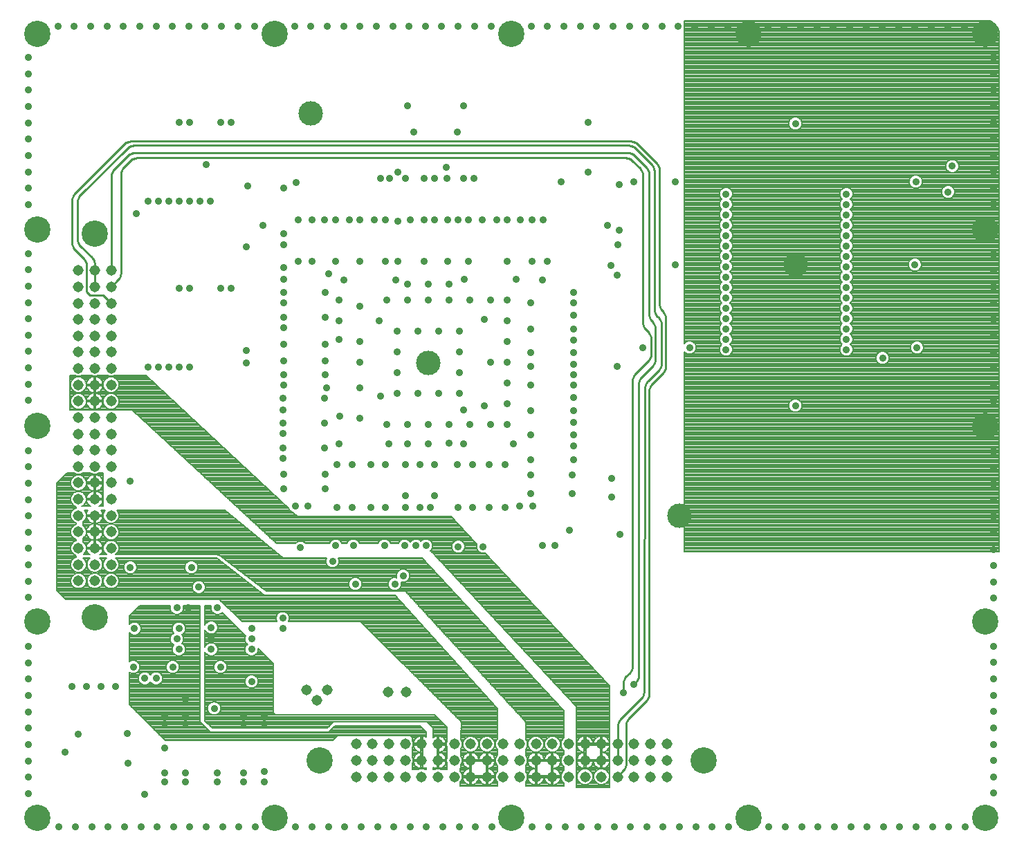
<source format=gbr>
G75*
G70*
%OFA0B0*%
%FSLAX24Y24*%
%IPPOS*%
%LPD*%
%AMOC8*
5,1,8,0,0,1.08239X$1,22.5*
%
%ADD10C,0.0515*%
%ADD11C,0.1266*%
%ADD12C,0.0360*%
%ADD13C,0.0100*%
%ADD14C,0.0080*%
%ADD15C,0.1181*%
D10*
X013905Y007105D03*
X014405Y006605D03*
X014905Y007105D03*
X017821Y007005D03*
X018689Y007005D03*
X018659Y004486D03*
X019446Y004486D03*
X019446Y003698D03*
X018659Y003698D03*
X018659Y002911D03*
X019446Y002911D03*
X020234Y002911D03*
X021021Y002911D03*
X021809Y002911D03*
X022596Y002911D03*
X022596Y003698D03*
X023383Y003698D03*
X024171Y003698D03*
X024171Y002911D03*
X023383Y002911D03*
X024958Y002911D03*
X024958Y003698D03*
X025746Y003698D03*
X026533Y003698D03*
X026533Y002911D03*
X025746Y002911D03*
X027320Y002911D03*
X027320Y003698D03*
X027320Y004486D03*
X026533Y004486D03*
X025746Y004486D03*
X024958Y004486D03*
X024171Y004486D03*
X023383Y004486D03*
X022596Y004486D03*
X021809Y004486D03*
X021021Y004486D03*
X020234Y004486D03*
X020234Y003698D03*
X021021Y003698D03*
X021809Y003698D03*
X017872Y003698D03*
X017872Y002911D03*
X017084Y002911D03*
X016297Y002911D03*
X016297Y003698D03*
X017084Y003698D03*
X017084Y004486D03*
X016297Y004486D03*
X017872Y004486D03*
X028108Y004486D03*
X028895Y004486D03*
X029683Y004486D03*
X030470Y004486D03*
X031257Y004486D03*
X031257Y003698D03*
X030470Y003698D03*
X030470Y002911D03*
X031257Y002911D03*
X029683Y002911D03*
X029683Y003698D03*
X028895Y003698D03*
X028108Y003698D03*
X028108Y002911D03*
X028895Y002911D03*
X004486Y012360D03*
X004486Y013147D03*
X004486Y013935D03*
X004486Y014722D03*
X004486Y015509D03*
X003698Y015509D03*
X002911Y015509D03*
X002911Y014722D03*
X003698Y014722D03*
X003698Y013935D03*
X002911Y013935D03*
X002911Y013147D03*
X003698Y013147D03*
X003698Y012360D03*
X002911Y012360D03*
X002911Y016297D03*
X003698Y016297D03*
X003698Y017084D03*
X002911Y017084D03*
X002911Y017872D03*
X003698Y017872D03*
X003698Y018659D03*
X002911Y018659D03*
X002911Y019446D03*
X003698Y019446D03*
X004486Y019446D03*
X004486Y018659D03*
X004486Y017872D03*
X004486Y017084D03*
X004486Y016297D03*
X004486Y020234D03*
X004486Y021021D03*
X004486Y021809D03*
X004486Y022596D03*
X004486Y023383D03*
X004486Y024171D03*
X004486Y024958D03*
X004486Y025746D03*
X004486Y026533D03*
X004486Y027320D03*
X003698Y027320D03*
X002911Y027320D03*
X002911Y026533D03*
X003698Y026533D03*
X003698Y025746D03*
X002911Y025746D03*
X002911Y024958D03*
X003698Y024958D03*
X003698Y024171D03*
X002911Y024171D03*
X002911Y023383D03*
X003698Y023383D03*
X003698Y022596D03*
X002911Y022596D03*
X002911Y021809D03*
X003698Y021809D03*
X003698Y021021D03*
X002911Y021021D03*
X002911Y020234D03*
X003698Y020234D03*
D11*
X000942Y000942D03*
X000942Y010391D03*
X003698Y010588D03*
X014525Y003698D03*
X012360Y000942D03*
X023777Y000942D03*
X033029Y003698D03*
X035194Y000942D03*
X046612Y000942D03*
X046612Y010391D03*
X046612Y019840D03*
X046612Y029289D03*
X046612Y038738D03*
X035194Y038738D03*
X023777Y038738D03*
X012360Y038738D03*
X003698Y029092D03*
X000942Y029289D03*
X000942Y019840D03*
X000942Y038738D03*
D12*
X001930Y039105D03*
X002717Y039105D03*
X003505Y039105D03*
X004292Y039105D03*
X005079Y039105D03*
X005867Y039105D03*
X006654Y039105D03*
X007442Y039105D03*
X008229Y039105D03*
X009016Y039105D03*
X009804Y039105D03*
X010604Y039105D03*
X011404Y039105D03*
X013330Y039105D03*
X014117Y039105D03*
X014905Y039105D03*
X015692Y039105D03*
X016479Y039105D03*
X017267Y039105D03*
X018054Y039105D03*
X018842Y039105D03*
X019629Y039105D03*
X020416Y039105D03*
X021204Y039105D03*
X022004Y039105D03*
X022804Y039105D03*
X024730Y039105D03*
X025517Y039105D03*
X026305Y039105D03*
X027092Y039105D03*
X027879Y039105D03*
X028667Y039105D03*
X029454Y039105D03*
X030242Y039105D03*
X031029Y039105D03*
X031816Y039105D03*
X032604Y039105D03*
X033404Y039105D03*
X034204Y039105D03*
X036130Y039105D03*
X036917Y039105D03*
X037705Y039105D03*
X038492Y039105D03*
X039279Y039105D03*
X040067Y039105D03*
X040854Y039105D03*
X041642Y039105D03*
X042429Y039105D03*
X043216Y039105D03*
X044004Y039105D03*
X044804Y039105D03*
X045604Y039105D03*
X047005Y037604D03*
X047005Y036816D03*
X047005Y036029D03*
X047005Y035242D03*
X047005Y034454D03*
X047005Y033667D03*
X047005Y032879D03*
X047005Y032092D03*
X047005Y031305D03*
X047005Y030517D03*
X044805Y031105D03*
X045005Y032355D03*
X043255Y031605D03*
X039905Y031005D03*
X039905Y030505D03*
X039905Y030005D03*
X039905Y029505D03*
X039905Y029005D03*
X039905Y028505D03*
X039905Y028005D03*
X039905Y027505D03*
X039905Y027005D03*
X039905Y026505D03*
X039905Y026005D03*
X039905Y025505D03*
X039905Y025005D03*
X039905Y024505D03*
X039905Y024005D03*
X039905Y023505D03*
X041655Y023105D03*
X043305Y023605D03*
X047005Y023379D03*
X047005Y024167D03*
X047005Y024954D03*
X047005Y025742D03*
X047005Y026529D03*
X047005Y027316D03*
X047005Y028104D03*
X043205Y027605D03*
X047005Y022592D03*
X047005Y021805D03*
X047005Y021017D03*
X047005Y018604D03*
X047005Y017816D03*
X047005Y017029D03*
X047005Y016242D03*
X047005Y015454D03*
X047005Y014667D03*
X047005Y013879D03*
X047005Y013092D03*
X047005Y012305D03*
X047005Y011517D03*
X047005Y009204D03*
X047005Y008416D03*
X047005Y007629D03*
X047005Y006842D03*
X047005Y006054D03*
X047005Y005267D03*
X047005Y004479D03*
X047005Y003692D03*
X047005Y002905D03*
X047005Y002117D03*
X045630Y000505D03*
X044843Y000505D03*
X044055Y000505D03*
X043268Y000505D03*
X042481Y000505D03*
X041693Y000505D03*
X040906Y000505D03*
X040118Y000505D03*
X039331Y000505D03*
X038544Y000505D03*
X037756Y000505D03*
X036956Y000505D03*
X036156Y000505D03*
X034230Y000505D03*
X033443Y000505D03*
X032655Y000505D03*
X031868Y000505D03*
X031081Y000505D03*
X030293Y000505D03*
X029506Y000505D03*
X028718Y000505D03*
X027931Y000505D03*
X027144Y000505D03*
X026356Y000505D03*
X025556Y000505D03*
X024756Y000505D03*
X022830Y000505D03*
X022043Y000505D03*
X021255Y000505D03*
X020468Y000505D03*
X019681Y000505D03*
X018893Y000505D03*
X018106Y000505D03*
X017318Y000505D03*
X016531Y000505D03*
X015744Y000505D03*
X014956Y000505D03*
X014156Y000505D03*
X013356Y000505D03*
X011430Y000505D03*
X010643Y000505D03*
X009855Y000505D03*
X009068Y000505D03*
X008281Y000505D03*
X007493Y000505D03*
X006706Y000505D03*
X005918Y000505D03*
X005131Y000505D03*
X004344Y000505D03*
X003556Y000505D03*
X002756Y000505D03*
X001956Y000505D03*
X000505Y002106D03*
X000505Y002894D03*
X000505Y003681D03*
X000505Y004468D03*
X000505Y005256D03*
X000505Y006043D03*
X000505Y006831D03*
X000505Y007618D03*
X000505Y008405D03*
X000505Y009193D03*
X002605Y007255D03*
X003305Y007255D03*
X004005Y007255D03*
X004705Y007255D03*
X005555Y008205D03*
X006105Y007655D03*
X006655Y007655D03*
X007455Y008205D03*
X007755Y009055D03*
X007655Y009555D03*
X007755Y010055D03*
X007655Y011055D03*
X008205Y011055D03*
X009305Y010105D03*
X009305Y009555D03*
X009305Y009055D03*
X009755Y008205D03*
X011255Y007505D03*
X011255Y009055D03*
X011255Y009555D03*
X011255Y010055D03*
X012755Y010055D03*
X012755Y010555D03*
X009605Y011055D03*
X008705Y012055D03*
X008355Y013005D03*
X005405Y013005D03*
X005605Y010055D03*
X008055Y006655D03*
X008055Y005905D03*
X008055Y005455D03*
X007055Y005455D03*
X007055Y005905D03*
X005255Y005005D03*
X007055Y004305D03*
X007055Y003105D03*
X007055Y002655D03*
X008055Y002655D03*
X008055Y003105D03*
X009605Y003105D03*
X009605Y002655D03*
X010855Y002655D03*
X010855Y003105D03*
X011855Y003155D03*
X011855Y002655D03*
X011855Y005455D03*
X011855Y005905D03*
X010855Y005905D03*
X010855Y005455D03*
X009455Y006205D03*
X005305Y003555D03*
X006105Y002055D03*
X002905Y004955D03*
X002255Y004105D03*
X000505Y011556D03*
X000505Y012344D03*
X000505Y013131D03*
X000505Y013918D03*
X000505Y014706D03*
X000505Y015493D03*
X000505Y016281D03*
X000505Y017068D03*
X000505Y017855D03*
X000505Y018643D03*
X000505Y021056D03*
X000505Y021844D03*
X000505Y022631D03*
X000505Y023418D03*
X000505Y024206D03*
X000505Y024993D03*
X000505Y025781D03*
X000505Y026568D03*
X000505Y027355D03*
X000505Y028143D03*
X000505Y030506D03*
X000505Y031294D03*
X000505Y032081D03*
X000505Y032868D03*
X000505Y033656D03*
X000505Y034443D03*
X000505Y035231D03*
X000505Y036018D03*
X000505Y036805D03*
X000505Y037593D03*
X007755Y034455D03*
X008255Y034455D03*
X009755Y034455D03*
X010255Y034455D03*
X009065Y032425D03*
X009255Y030655D03*
X008755Y030655D03*
X008255Y030655D03*
X007755Y030655D03*
X007255Y030655D03*
X006755Y030655D03*
X006255Y030655D03*
X005705Y030055D03*
X007755Y026455D03*
X008255Y026455D03*
X009755Y026455D03*
X010255Y026455D03*
X011005Y028455D03*
X011805Y029505D03*
X012805Y029105D03*
X012805Y028555D03*
X013505Y027755D03*
X014155Y027755D03*
X014955Y027155D03*
X015305Y027755D03*
X016455Y027755D03*
X015705Y026855D03*
X015455Y025905D03*
X014805Y026255D03*
X014805Y025055D03*
X015455Y024905D03*
X015455Y024005D03*
X014805Y023755D03*
X014805Y022955D03*
X014805Y022305D03*
X014855Y021655D03*
X014755Y021155D03*
X015505Y020305D03*
X014755Y019955D03*
X014755Y018755D03*
X015455Y018955D03*
X015355Y017955D03*
X014805Y017505D03*
X014805Y016805D03*
X015355Y015905D03*
X016105Y015905D03*
X017005Y015905D03*
X017705Y015905D03*
X018655Y015905D03*
X018655Y016455D03*
X019355Y015905D03*
X019855Y015905D03*
X020055Y016455D03*
X021205Y015905D03*
X021905Y015905D03*
X022705Y015905D03*
X023455Y015905D03*
X024155Y015955D03*
X024705Y016555D03*
X024805Y015955D03*
X026555Y014805D03*
X025855Y014055D03*
X025255Y014055D03*
X022405Y014005D03*
X021205Y014005D03*
X019655Y014055D03*
X019179Y014055D03*
X018629Y014055D03*
X017655Y014055D03*
X016155Y014055D03*
X015305Y014055D03*
X015155Y013305D03*
X016255Y012205D03*
X018155Y012205D03*
X018555Y012605D03*
X013955Y015955D03*
X013355Y015955D03*
X012805Y016805D03*
X012805Y017505D03*
X012755Y018255D03*
X012755Y018755D03*
X012755Y019455D03*
X012755Y019955D03*
X012755Y020605D03*
X012755Y021155D03*
X012805Y021805D03*
X012805Y022305D03*
X012805Y022955D03*
X012805Y023755D03*
X012805Y024555D03*
X012805Y025055D03*
X012805Y025755D03*
X012805Y026255D03*
X012805Y026905D03*
X012805Y027455D03*
X013505Y029755D03*
X014155Y029755D03*
X014755Y029755D03*
X015305Y029755D03*
X015955Y029755D03*
X016455Y029755D03*
X017155Y029755D03*
X017705Y029755D03*
X018305Y029705D03*
X018905Y029755D03*
X019555Y029755D03*
X020055Y029755D03*
X020705Y029755D03*
X021205Y029755D03*
X021705Y029755D03*
X022355Y029755D03*
X023055Y029755D03*
X023555Y029755D03*
X024205Y029755D03*
X024755Y029755D03*
X025305Y029755D03*
X026155Y031605D03*
X027455Y032055D03*
X028955Y031455D03*
X029655Y031605D03*
X031655Y031605D03*
X034105Y031005D03*
X034105Y030505D03*
X034105Y030005D03*
X034105Y029505D03*
X034105Y029005D03*
X034105Y028505D03*
X034105Y028005D03*
X034105Y027505D03*
X034105Y027005D03*
X034105Y026505D03*
X034105Y026005D03*
X034105Y025505D03*
X034105Y025005D03*
X034105Y024505D03*
X034105Y024005D03*
X034105Y023505D03*
X032355Y023605D03*
X030105Y023605D03*
X028855Y022705D03*
X026755Y022805D03*
X026755Y022305D03*
X026755Y021805D03*
X026755Y021205D03*
X026755Y020555D03*
X026755Y020005D03*
X026755Y019405D03*
X026755Y018855D03*
X026755Y018205D03*
X026705Y017455D03*
X026705Y016555D03*
X028605Y016405D03*
X028605Y017305D03*
X029005Y014605D03*
X024705Y017455D03*
X024705Y018205D03*
X023855Y018955D03*
X024705Y019405D03*
X023555Y019905D03*
X022755Y019905D03*
X022455Y020805D03*
X021455Y020605D03*
X021755Y019905D03*
X020755Y019905D03*
X019755Y019905D03*
X018755Y019905D03*
X017755Y019905D03*
X017855Y018955D03*
X018755Y018955D03*
X019755Y018955D03*
X020755Y019005D03*
X021455Y018955D03*
X021155Y017955D03*
X021905Y017955D03*
X022705Y017955D03*
X023455Y017955D03*
X024705Y020555D03*
X023555Y020905D03*
X023555Y021905D03*
X023555Y022905D03*
X022755Y022905D03*
X023555Y023905D03*
X023555Y024905D03*
X022455Y024955D03*
X022755Y025905D03*
X023555Y025905D03*
X024005Y026905D03*
X023555Y027755D03*
X024755Y027755D03*
X025505Y027755D03*
X025255Y026855D03*
X024705Y025755D03*
X024705Y024505D03*
X024705Y023355D03*
X024705Y022705D03*
X024705Y021805D03*
X026755Y023355D03*
X026755Y023955D03*
X026755Y024505D03*
X026755Y025155D03*
X026755Y025755D03*
X026755Y026255D03*
X028555Y027555D03*
X028855Y027105D03*
X028905Y028555D03*
X028955Y029255D03*
X028405Y029505D03*
X031655Y027605D03*
X027455Y034455D03*
X021955Y031755D03*
X021455Y031755D03*
X020655Y031755D03*
X020636Y032305D03*
X020055Y031755D03*
X019555Y031755D03*
X018655Y031755D03*
X018305Y032055D03*
X017905Y031755D03*
X017455Y031755D03*
X019055Y034005D03*
X018755Y035255D03*
X021155Y034005D03*
X021455Y035255D03*
X013405Y031555D03*
X012805Y031305D03*
X011055Y031405D03*
X017705Y027755D03*
X018305Y027755D03*
X018205Y026855D03*
X018755Y026655D03*
X018755Y025905D03*
X017755Y025905D03*
X017405Y024905D03*
X018255Y024405D03*
X018255Y023405D03*
X019255Y024405D03*
X020255Y024405D03*
X021255Y024405D03*
X021255Y023405D03*
X021255Y022405D03*
X021255Y021405D03*
X020255Y021405D03*
X019255Y021405D03*
X018255Y021405D03*
X017455Y021255D03*
X016455Y021655D03*
X016455Y022905D03*
X016455Y023905D03*
X016455Y025605D03*
X019755Y025905D03*
X019755Y026655D03*
X020755Y026655D03*
X020755Y025905D03*
X021755Y025905D03*
X021505Y026905D03*
X021705Y027755D03*
X020705Y027755D03*
X019555Y027755D03*
X018255Y022405D03*
X016455Y020205D03*
X016105Y017955D03*
X017005Y017955D03*
X017705Y017955D03*
X018655Y017955D03*
X019355Y017955D03*
X020055Y017955D03*
X013605Y013955D03*
X005405Y017155D03*
X006255Y022655D03*
X006755Y022655D03*
X007255Y022655D03*
X007755Y022655D03*
X008255Y022655D03*
X011005Y022855D03*
X011005Y023455D03*
X029655Y007355D03*
X029155Y006955D03*
X037455Y020805D03*
X037455Y034405D03*
D13*
X030905Y032148D02*
X030905Y025712D01*
X030655Y025462D02*
X030657Y025418D01*
X030663Y025375D01*
X030672Y025333D01*
X030685Y025291D01*
X030702Y025251D01*
X030722Y025212D01*
X030745Y025175D01*
X030772Y025141D01*
X030801Y025108D01*
X030801Y025109D02*
X030859Y025051D01*
X031205Y024998D02*
X031203Y025042D01*
X031197Y025085D01*
X031188Y025127D01*
X031175Y025169D01*
X031158Y025209D01*
X031138Y025248D01*
X031115Y025285D01*
X031088Y025319D01*
X031059Y025352D01*
X031059Y025351D02*
X031051Y025359D01*
X030405Y025212D02*
X030407Y025168D01*
X030413Y025125D01*
X030422Y025083D01*
X030435Y025041D01*
X030452Y025001D01*
X030472Y024962D01*
X030495Y024925D01*
X030522Y024891D01*
X030551Y024858D01*
X030551Y024859D02*
X030559Y024851D01*
X030105Y024812D02*
X030107Y024768D01*
X030113Y024725D01*
X030122Y024683D01*
X030135Y024641D01*
X030152Y024601D01*
X030172Y024562D01*
X030195Y024525D01*
X030222Y024491D01*
X030251Y024458D01*
X030251Y024459D02*
X030359Y024351D01*
X030705Y024498D02*
X030703Y024542D01*
X030697Y024585D01*
X030688Y024627D01*
X030675Y024669D01*
X030658Y024709D01*
X030638Y024748D01*
X030615Y024785D01*
X030588Y024819D01*
X030559Y024852D01*
X030859Y025052D02*
X030888Y025019D01*
X030915Y024985D01*
X030938Y024948D01*
X030958Y024909D01*
X030975Y024869D01*
X030988Y024827D01*
X030997Y024785D01*
X031003Y024742D01*
X031005Y024698D01*
X031005Y022862D01*
X031205Y022712D02*
X031205Y024998D01*
X030655Y025462D02*
X030655Y032098D01*
X030905Y032148D02*
X030903Y032192D01*
X030897Y032235D01*
X030888Y032277D01*
X030875Y032319D01*
X030858Y032359D01*
X030838Y032398D01*
X030815Y032435D01*
X030788Y032469D01*
X030759Y032502D01*
X030759Y032501D02*
X029851Y033409D01*
X029751Y033209D02*
X030509Y032451D01*
X030259Y032301D02*
X029701Y032859D01*
X029601Y032609D02*
X029959Y032251D01*
X030509Y032452D02*
X030538Y032419D01*
X030565Y032385D01*
X030588Y032348D01*
X030608Y032309D01*
X030625Y032269D01*
X030638Y032227D01*
X030647Y032185D01*
X030653Y032142D01*
X030655Y032098D01*
X030405Y031948D02*
X030405Y025212D01*
X030105Y024812D02*
X030105Y031898D01*
X030405Y031948D02*
X030403Y031992D01*
X030397Y032035D01*
X030388Y032077D01*
X030375Y032119D01*
X030358Y032159D01*
X030338Y032198D01*
X030315Y032235D01*
X030288Y032269D01*
X030259Y032302D01*
X029959Y032252D02*
X029988Y032219D01*
X030015Y032185D01*
X030038Y032148D01*
X030058Y032109D01*
X030075Y032069D01*
X030088Y032027D01*
X030097Y031985D01*
X030103Y031942D01*
X030105Y031898D01*
X029602Y032609D02*
X029569Y032638D01*
X029535Y032665D01*
X029498Y032688D01*
X029459Y032708D01*
X029419Y032725D01*
X029377Y032738D01*
X029335Y032747D01*
X029292Y032753D01*
X029248Y032755D01*
X005762Y032755D01*
X005612Y033355D02*
X005568Y033353D01*
X005525Y033347D01*
X005483Y033338D01*
X005441Y033325D01*
X005401Y033308D01*
X005362Y033288D01*
X005325Y033265D01*
X005291Y033238D01*
X005258Y033209D01*
X005259Y033209D02*
X003001Y030951D01*
X002751Y031051D02*
X005109Y033409D01*
X005462Y033555D02*
X029498Y033555D01*
X029398Y033355D02*
X005612Y033355D01*
X005462Y033555D02*
X005418Y033553D01*
X005375Y033547D01*
X005333Y033538D01*
X005291Y033525D01*
X005251Y033508D01*
X005212Y033488D01*
X005175Y033465D01*
X005141Y033438D01*
X005108Y033409D01*
X005662Y033005D02*
X029348Y033005D01*
X029498Y033555D02*
X029542Y033553D01*
X029585Y033547D01*
X029627Y033538D01*
X029669Y033525D01*
X029709Y033508D01*
X029748Y033488D01*
X029785Y033465D01*
X029819Y033438D01*
X029852Y033409D01*
X029752Y033209D02*
X029719Y033238D01*
X029685Y033265D01*
X029648Y033288D01*
X029609Y033308D01*
X029569Y033325D01*
X029527Y033338D01*
X029485Y033347D01*
X029442Y033353D01*
X029398Y033355D01*
X029348Y033005D02*
X029392Y033003D01*
X029435Y032997D01*
X029477Y032988D01*
X029519Y032975D01*
X029559Y032958D01*
X029598Y032938D01*
X029635Y032915D01*
X029669Y032888D01*
X029702Y032859D01*
X030905Y025712D02*
X030907Y025668D01*
X030913Y025625D01*
X030922Y025583D01*
X030935Y025541D01*
X030952Y025501D01*
X030972Y025462D01*
X030995Y025425D01*
X031022Y025391D01*
X031051Y025358D01*
X030705Y024498D02*
X030705Y023062D01*
X031005Y022862D02*
X031003Y022818D01*
X030997Y022775D01*
X030988Y022733D01*
X030975Y022691D01*
X030958Y022651D01*
X030938Y022612D01*
X030915Y022575D01*
X030888Y022541D01*
X030859Y022508D01*
X030859Y022509D02*
X030351Y022001D01*
X030051Y022202D02*
X030022Y022169D01*
X029995Y022135D01*
X029972Y022098D01*
X029952Y022059D01*
X029935Y022019D01*
X029922Y021977D01*
X029913Y021935D01*
X029907Y021892D01*
X029905Y021848D01*
X029905Y007812D01*
X029759Y007459D02*
X029655Y007355D01*
X029155Y007398D02*
X029157Y007442D01*
X029163Y007485D01*
X029172Y007527D01*
X029185Y007569D01*
X029202Y007609D01*
X029222Y007648D01*
X029245Y007685D01*
X029272Y007719D01*
X029301Y007752D01*
X029301Y007751D02*
X029459Y007909D01*
X029905Y007812D02*
X029903Y007768D01*
X029897Y007725D01*
X029888Y007683D01*
X029875Y007641D01*
X029858Y007601D01*
X029838Y007562D01*
X029815Y007525D01*
X029788Y007491D01*
X029759Y007458D01*
X030156Y007011D02*
X030154Y006968D01*
X030148Y006925D01*
X030139Y006883D01*
X030126Y006841D01*
X030109Y006801D01*
X030089Y006763D01*
X030065Y006726D01*
X030039Y006691D01*
X030010Y006659D01*
X030009Y006659D02*
X029042Y005692D01*
X028895Y005338D02*
X028895Y004486D01*
X028895Y003698D01*
X029295Y003552D02*
X029293Y003508D01*
X029287Y003465D01*
X029278Y003423D01*
X029265Y003381D01*
X029248Y003341D01*
X029228Y003302D01*
X029205Y003265D01*
X029178Y003231D01*
X029149Y003198D01*
X029149Y003199D02*
X028895Y002945D01*
X028895Y002911D01*
X029295Y003552D02*
X029295Y005388D01*
X029041Y005692D02*
X029012Y005659D01*
X028985Y005625D01*
X028962Y005588D01*
X028942Y005549D01*
X028925Y005509D01*
X028912Y005467D01*
X028903Y005425D01*
X028897Y005382D01*
X028895Y005338D01*
X029441Y005741D02*
X030259Y006559D01*
X030405Y006912D02*
X030405Y021498D01*
X030204Y021649D02*
X030156Y007011D01*
X030405Y006912D02*
X030403Y006868D01*
X030397Y006825D01*
X030388Y006783D01*
X030375Y006741D01*
X030358Y006701D01*
X030338Y006662D01*
X030315Y006625D01*
X030288Y006591D01*
X030259Y006558D01*
X029155Y006955D02*
X029155Y007398D01*
X029459Y007908D02*
X029488Y007941D01*
X029515Y007975D01*
X029538Y008012D01*
X029558Y008051D01*
X029575Y008091D01*
X029588Y008133D01*
X029597Y008175D01*
X029603Y008218D01*
X029605Y008262D01*
X029605Y021998D01*
X029751Y022351D02*
X030105Y022705D01*
X030359Y022959D01*
X030559Y022708D02*
X030588Y022741D01*
X030615Y022775D01*
X030638Y022812D01*
X030658Y022851D01*
X030675Y022891D01*
X030688Y022933D01*
X030697Y022975D01*
X030703Y023018D01*
X030705Y023062D01*
X030505Y023312D02*
X030505Y023998D01*
X030503Y024042D01*
X030497Y024085D01*
X030488Y024127D01*
X030475Y024169D01*
X030458Y024209D01*
X030438Y024248D01*
X030415Y024285D01*
X030388Y024319D01*
X030359Y024352D01*
X030505Y023312D02*
X030503Y023268D01*
X030497Y023225D01*
X030488Y023183D01*
X030475Y023141D01*
X030458Y023101D01*
X030438Y023062D01*
X030415Y023025D01*
X030388Y022991D01*
X030359Y022958D01*
X030559Y022709D02*
X030051Y022201D01*
X029751Y022352D02*
X029722Y022319D01*
X029695Y022285D01*
X029672Y022248D01*
X029652Y022209D01*
X029635Y022169D01*
X029622Y022127D01*
X029613Y022085D01*
X029607Y022042D01*
X029605Y021998D01*
X030551Y021851D02*
X031059Y022359D01*
X031059Y022358D02*
X031088Y022391D01*
X031115Y022425D01*
X031138Y022462D01*
X031158Y022501D01*
X031175Y022541D01*
X031188Y022583D01*
X031197Y022625D01*
X031203Y022668D01*
X031205Y022712D01*
X030350Y022001D02*
X030321Y021969D01*
X030295Y021934D01*
X030271Y021897D01*
X030251Y021859D01*
X030234Y021819D01*
X030221Y021777D01*
X030212Y021735D01*
X030206Y021692D01*
X030204Y021649D01*
X030405Y021498D02*
X030407Y021542D01*
X030413Y021585D01*
X030422Y021627D01*
X030435Y021669D01*
X030452Y021709D01*
X030472Y021748D01*
X030495Y021785D01*
X030522Y021819D01*
X030551Y021852D01*
X029441Y005742D02*
X029412Y005709D01*
X029385Y005675D01*
X029362Y005638D01*
X029342Y005599D01*
X029325Y005559D01*
X029312Y005517D01*
X029303Y005475D01*
X029297Y005432D01*
X029295Y005388D01*
X004486Y025746D02*
X004096Y026135D01*
X003475Y026135D01*
X003305Y026305D01*
X003305Y027548D01*
X003698Y027605D02*
X003696Y027649D01*
X003690Y027692D01*
X003681Y027734D01*
X003668Y027776D01*
X003651Y027816D01*
X003631Y027855D01*
X003608Y027892D01*
X003581Y027926D01*
X003552Y027959D01*
X003552Y027958D02*
X003001Y028509D01*
X002751Y028308D02*
X002722Y028341D01*
X002695Y028375D01*
X002672Y028412D01*
X002652Y028451D01*
X002635Y028491D01*
X002622Y028533D01*
X002613Y028575D01*
X002607Y028618D01*
X002605Y028662D01*
X002605Y030698D01*
X002855Y030598D02*
X002855Y028862D01*
X002857Y028818D01*
X002863Y028775D01*
X002872Y028733D01*
X002885Y028691D01*
X002902Y028651D01*
X002922Y028612D01*
X002945Y028575D01*
X002972Y028541D01*
X003001Y028508D01*
X002751Y028309D02*
X003159Y027901D01*
X003159Y027902D02*
X003188Y027869D01*
X003215Y027835D01*
X003238Y027798D01*
X003258Y027759D01*
X003275Y027719D01*
X003288Y027677D01*
X003297Y027635D01*
X003303Y027592D01*
X003305Y027548D01*
X003698Y027605D02*
X003698Y027320D01*
X003698Y026533D01*
X004486Y026533D02*
X004486Y026536D01*
X004809Y026859D01*
X004955Y027212D02*
X004955Y031948D01*
X004632Y032183D02*
X004603Y032150D01*
X004576Y032116D01*
X004553Y032079D01*
X004533Y032040D01*
X004516Y032000D01*
X004503Y031958D01*
X004494Y031916D01*
X004488Y031873D01*
X004486Y031829D01*
X004486Y027320D01*
X004955Y027212D02*
X004953Y027168D01*
X004947Y027125D01*
X004938Y027083D01*
X004925Y027041D01*
X004908Y027001D01*
X004888Y026962D01*
X004865Y026925D01*
X004838Y026891D01*
X004809Y026858D01*
X002855Y030598D02*
X002857Y030642D01*
X002863Y030685D01*
X002872Y030727D01*
X002885Y030769D01*
X002902Y030809D01*
X002922Y030848D01*
X002945Y030885D01*
X002972Y030919D01*
X003001Y030952D01*
X002751Y031052D02*
X002722Y031019D01*
X002695Y030985D01*
X002672Y030948D01*
X002652Y030909D01*
X002635Y030869D01*
X002622Y030827D01*
X002613Y030785D01*
X002607Y030742D01*
X002605Y030698D01*
X004632Y032182D02*
X005309Y032859D01*
X005409Y032609D02*
X005101Y032301D01*
X005101Y032302D02*
X005072Y032269D01*
X005045Y032235D01*
X005022Y032198D01*
X005002Y032159D01*
X004985Y032119D01*
X004972Y032077D01*
X004963Y032035D01*
X004957Y031992D01*
X004955Y031948D01*
X005408Y032609D02*
X005441Y032638D01*
X005475Y032665D01*
X005512Y032688D01*
X005551Y032708D01*
X005591Y032725D01*
X005633Y032738D01*
X005675Y032747D01*
X005718Y032753D01*
X005762Y032755D01*
X005662Y033005D02*
X005618Y033003D01*
X005575Y032997D01*
X005533Y032988D01*
X005491Y032975D01*
X005451Y032958D01*
X005412Y032938D01*
X005375Y032915D01*
X005341Y032888D01*
X005308Y032859D01*
D14*
X004649Y022255D02*
X006155Y022255D01*
X013065Y015818D01*
X013084Y015774D01*
X013174Y015684D01*
X013238Y015657D01*
X013455Y015455D01*
X020855Y015455D01*
X022107Y014121D01*
X022085Y014069D01*
X022085Y013941D01*
X022134Y013824D01*
X022224Y013734D01*
X022341Y013685D01*
X022469Y013685D01*
X022503Y013699D01*
X028505Y007305D01*
X028505Y005405D01*
X026905Y005405D01*
X026905Y006305D01*
X019871Y013818D01*
X019926Y013874D01*
X019975Y013991D01*
X019975Y014119D01*
X019926Y014236D01*
X019836Y014326D01*
X019719Y014375D01*
X019591Y014375D01*
X019474Y014326D01*
X019417Y014269D01*
X019360Y014326D01*
X019242Y014375D01*
X019115Y014375D01*
X018997Y014326D01*
X018907Y014236D01*
X018904Y014227D01*
X018900Y014236D01*
X018810Y014326D01*
X018692Y014375D01*
X018565Y014375D01*
X018447Y014326D01*
X018357Y014236D01*
X018324Y014155D01*
X017960Y014155D01*
X017926Y014236D01*
X017836Y014326D01*
X017719Y014375D01*
X017591Y014375D01*
X017474Y014326D01*
X017384Y014236D01*
X017350Y014155D01*
X016460Y014155D01*
X016426Y014236D01*
X016336Y014326D01*
X016219Y014375D01*
X016091Y014375D01*
X015974Y014326D01*
X015884Y014236D01*
X015850Y014155D01*
X015610Y014155D01*
X015576Y014236D01*
X015486Y014326D01*
X015369Y014375D01*
X015241Y014375D01*
X015124Y014326D01*
X015034Y014236D01*
X015000Y014155D01*
X013858Y014155D01*
X013786Y014226D01*
X013669Y014275D01*
X013541Y014275D01*
X013424Y014226D01*
X013352Y014155D01*
X012455Y014155D01*
X005505Y020605D01*
X004576Y020605D01*
X004561Y020611D01*
X004411Y020611D01*
X004396Y020605D01*
X003788Y020605D01*
X003773Y020611D01*
X003623Y020611D01*
X003608Y020605D01*
X003001Y020605D01*
X002986Y020611D01*
X002836Y020611D01*
X002821Y020605D01*
X002505Y020605D01*
X002505Y022255D01*
X002748Y022255D01*
X002836Y022218D01*
X002986Y022218D01*
X003074Y022255D01*
X003535Y022255D01*
X003623Y022218D01*
X003773Y022218D01*
X003862Y022255D01*
X004322Y022255D01*
X004411Y022218D01*
X004561Y022218D01*
X004649Y022255D01*
X004561Y022186D02*
X004411Y022186D01*
X004272Y022129D01*
X004166Y022022D01*
X004108Y021884D01*
X004108Y021733D01*
X004166Y021595D01*
X004272Y021489D01*
X004411Y021431D01*
X004561Y021431D01*
X004700Y021489D01*
X004806Y021595D01*
X004863Y021733D01*
X004863Y021884D01*
X004806Y022022D01*
X004700Y022129D01*
X004561Y022186D01*
X004684Y022135D02*
X006284Y022135D01*
X006368Y022057D02*
X004772Y022057D01*
X004824Y021978D02*
X006452Y021978D01*
X006537Y021900D02*
X004857Y021900D01*
X004863Y021821D02*
X006621Y021821D01*
X006705Y021743D02*
X004863Y021743D01*
X004834Y021664D02*
X006789Y021664D01*
X006874Y021586D02*
X004797Y021586D01*
X004718Y021507D02*
X006958Y021507D01*
X007042Y021429D02*
X003820Y021429D01*
X003814Y021426D02*
X003887Y021456D01*
X003952Y021500D01*
X004007Y021555D01*
X004051Y021620D01*
X004081Y021693D01*
X004096Y021769D01*
X004096Y021770D01*
X003737Y021770D01*
X003737Y021847D01*
X004096Y021847D01*
X004096Y021848D01*
X004081Y021924D01*
X004051Y021997D01*
X004007Y022062D01*
X003952Y022117D01*
X003887Y022161D01*
X003814Y022191D01*
X003737Y022206D01*
X003737Y021847D01*
X003660Y021847D01*
X003660Y022206D01*
X003659Y022206D01*
X003582Y022191D01*
X003510Y022161D01*
X003445Y022117D01*
X003390Y022062D01*
X003346Y021997D01*
X003316Y021924D01*
X003301Y021848D01*
X003301Y021847D01*
X003660Y021847D01*
X003660Y021770D01*
X003737Y021770D01*
X003737Y021419D01*
X003737Y021060D01*
X003660Y021060D01*
X003660Y021770D01*
X003301Y021770D01*
X003301Y021769D01*
X003316Y021693D01*
X003346Y021620D01*
X003390Y021555D01*
X003445Y021500D01*
X003510Y021456D01*
X003582Y021426D01*
X003640Y021415D01*
X003582Y021403D01*
X003510Y021373D01*
X003445Y021330D01*
X003390Y021275D01*
X003346Y021209D01*
X003316Y021137D01*
X003301Y021060D01*
X003660Y021060D01*
X003660Y020982D01*
X003737Y020982D01*
X003737Y020624D01*
X003737Y020624D01*
X003814Y020639D01*
X003887Y020669D01*
X003952Y020712D01*
X004007Y020768D01*
X004051Y020833D01*
X004081Y020905D01*
X004096Y020982D01*
X004096Y020982D01*
X003737Y020982D01*
X003737Y021060D01*
X004096Y021060D01*
X004096Y021060D01*
X004081Y021137D01*
X004051Y021209D01*
X004007Y021275D01*
X003952Y021330D01*
X003887Y021373D01*
X003814Y021403D01*
X003756Y021415D01*
X003814Y021426D01*
X003737Y021429D02*
X003660Y021429D01*
X003660Y021507D02*
X003737Y021507D01*
X003737Y021586D02*
X003660Y021586D01*
X003660Y021664D02*
X003737Y021664D01*
X003737Y021743D02*
X003660Y021743D01*
X003660Y021821D02*
X003288Y021821D01*
X003288Y021884D02*
X003231Y022022D01*
X003125Y022129D01*
X002986Y022186D01*
X002836Y022186D01*
X002697Y022129D01*
X002591Y022022D01*
X002533Y021884D01*
X002533Y021733D01*
X002591Y021595D01*
X002697Y021489D01*
X002836Y021431D01*
X002986Y021431D01*
X003125Y021489D01*
X003231Y021595D01*
X003288Y021733D01*
X003288Y021884D01*
X003282Y021900D02*
X003311Y021900D01*
X003338Y021978D02*
X003249Y021978D01*
X003197Y022057D02*
X003386Y022057D01*
X003472Y022135D02*
X003109Y022135D01*
X002713Y022135D02*
X002505Y022135D01*
X002505Y022057D02*
X002625Y022057D01*
X002573Y021978D02*
X002505Y021978D01*
X002505Y021900D02*
X002540Y021900D01*
X002533Y021821D02*
X002505Y021821D01*
X002505Y021743D02*
X002533Y021743D01*
X002505Y021664D02*
X002562Y021664D01*
X002600Y021586D02*
X002505Y021586D01*
X002505Y021507D02*
X002679Y021507D01*
X002719Y021350D02*
X002505Y021350D01*
X002505Y021272D02*
X002627Y021272D01*
X002591Y021235D02*
X002533Y021096D01*
X002533Y020946D01*
X002591Y020807D01*
X002697Y020701D01*
X002836Y020644D01*
X002986Y020644D01*
X003125Y020701D01*
X003231Y020807D01*
X003288Y020946D01*
X003288Y021096D01*
X003231Y021235D01*
X003125Y021341D01*
X002986Y021399D01*
X002836Y021399D01*
X002697Y021341D01*
X002591Y021235D01*
X002574Y021193D02*
X002505Y021193D01*
X002505Y021115D02*
X002541Y021115D01*
X002533Y021036D02*
X002505Y021036D01*
X002505Y020958D02*
X002533Y020958D01*
X002505Y020879D02*
X002561Y020879D01*
X002598Y020801D02*
X002505Y020801D01*
X002505Y020722D02*
X002676Y020722D01*
X002505Y020644D02*
X003571Y020644D01*
X003582Y020639D02*
X003659Y020624D01*
X003660Y020624D01*
X003660Y020982D01*
X003301Y020982D01*
X003316Y020905D01*
X003346Y020833D01*
X003390Y020768D01*
X003445Y020712D01*
X003510Y020669D01*
X003582Y020639D01*
X003660Y020644D02*
X003737Y020644D01*
X003737Y020722D02*
X003660Y020722D01*
X003660Y020801D02*
X003737Y020801D01*
X003737Y020879D02*
X003660Y020879D01*
X003660Y020958D02*
X003737Y020958D01*
X003737Y021036D02*
X004108Y021036D01*
X004108Y021096D02*
X004108Y020946D01*
X004166Y020807D01*
X004272Y020701D01*
X004411Y020644D01*
X004561Y020644D01*
X004700Y020701D01*
X004806Y020807D01*
X004863Y020946D01*
X004863Y021096D01*
X004806Y021235D01*
X004700Y021341D01*
X004561Y021399D01*
X004411Y021399D01*
X004272Y021341D01*
X004166Y021235D01*
X004108Y021096D01*
X004116Y021115D02*
X004085Y021115D01*
X004057Y021193D02*
X004148Y021193D01*
X004202Y021272D02*
X004009Y021272D01*
X003921Y021350D02*
X004293Y021350D01*
X004253Y021507D02*
X003959Y021507D01*
X004027Y021586D02*
X004175Y021586D01*
X004137Y021664D02*
X004069Y021664D01*
X004090Y021743D02*
X004108Y021743D01*
X004108Y021821D02*
X003737Y021821D01*
X003737Y021900D02*
X003660Y021900D01*
X003660Y021978D02*
X003737Y021978D01*
X003737Y022057D02*
X003660Y022057D01*
X003660Y022135D02*
X003737Y022135D01*
X003737Y022206D02*
X003737Y022206D01*
X003925Y022135D02*
X004288Y022135D01*
X004200Y022057D02*
X004011Y022057D01*
X004058Y021978D02*
X004147Y021978D01*
X004115Y021900D02*
X004085Y021900D01*
X003577Y021429D02*
X002505Y021429D01*
X003103Y021350D02*
X003475Y021350D01*
X003388Y021272D02*
X003194Y021272D01*
X003248Y021193D02*
X003339Y021193D01*
X003312Y021115D02*
X003281Y021115D01*
X003301Y021060D02*
X003301Y021060D01*
X003288Y021036D02*
X003660Y021036D01*
X003660Y021115D02*
X003737Y021115D01*
X003737Y021193D02*
X003660Y021193D01*
X003660Y021272D02*
X003737Y021272D01*
X003737Y021350D02*
X003660Y021350D01*
X003438Y021507D02*
X003143Y021507D01*
X003222Y021586D02*
X003369Y021586D01*
X003328Y021664D02*
X003260Y021664D01*
X003288Y021743D02*
X003306Y021743D01*
X003301Y020982D02*
X003301Y020982D01*
X003306Y020958D02*
X003288Y020958D01*
X003261Y020879D02*
X003327Y020879D01*
X003368Y020801D02*
X003224Y020801D01*
X003146Y020722D02*
X003435Y020722D01*
X003825Y020644D02*
X007885Y020644D01*
X007801Y020722D02*
X004720Y020722D01*
X004799Y020801D02*
X007716Y020801D01*
X007632Y020879D02*
X004835Y020879D01*
X004863Y020958D02*
X007548Y020958D01*
X007464Y021036D02*
X004863Y021036D01*
X004856Y021115D02*
X007379Y021115D01*
X007295Y021193D02*
X004823Y021193D01*
X004769Y021272D02*
X007211Y021272D01*
X007126Y021350D02*
X004678Y021350D01*
X004108Y020958D02*
X004091Y020958D01*
X004070Y020879D02*
X004136Y020879D01*
X004172Y020801D02*
X004029Y020801D01*
X003961Y020722D02*
X004251Y020722D01*
X005548Y020565D02*
X007969Y020565D01*
X008053Y020487D02*
X005633Y020487D01*
X005717Y020408D02*
X008138Y020408D01*
X008222Y020330D02*
X005802Y020330D01*
X005886Y020251D02*
X008306Y020251D01*
X008391Y020173D02*
X005971Y020173D01*
X006056Y020094D02*
X008475Y020094D01*
X008559Y020016D02*
X006140Y020016D01*
X006225Y019937D02*
X008643Y019937D01*
X008728Y019859D02*
X006309Y019859D01*
X006394Y019780D02*
X008812Y019780D01*
X008896Y019702D02*
X006478Y019702D01*
X006563Y019623D02*
X008980Y019623D01*
X009065Y019545D02*
X006648Y019545D01*
X006732Y019466D02*
X009149Y019466D01*
X009233Y019388D02*
X006817Y019388D01*
X006901Y019309D02*
X009318Y019309D01*
X009402Y019231D02*
X006986Y019231D01*
X007071Y019152D02*
X009486Y019152D01*
X009570Y019074D02*
X007155Y019074D01*
X007240Y018995D02*
X009655Y018995D01*
X009739Y018917D02*
X007324Y018917D01*
X007409Y018838D02*
X009823Y018838D01*
X009907Y018760D02*
X007494Y018760D01*
X007578Y018681D02*
X009992Y018681D01*
X010076Y018603D02*
X007663Y018603D01*
X007747Y018524D02*
X010160Y018524D01*
X010245Y018446D02*
X007832Y018446D01*
X007916Y018367D02*
X010329Y018367D01*
X010413Y018289D02*
X008001Y018289D01*
X008086Y018210D02*
X010497Y018210D01*
X010582Y018132D02*
X008170Y018132D01*
X008255Y018053D02*
X010666Y018053D01*
X010750Y017975D02*
X008339Y017975D01*
X008424Y017896D02*
X010834Y017896D01*
X010919Y017818D02*
X008509Y017818D01*
X008593Y017739D02*
X011003Y017739D01*
X011087Y017661D02*
X008678Y017661D01*
X008762Y017582D02*
X011172Y017582D01*
X011256Y017504D02*
X008847Y017504D01*
X008931Y017425D02*
X011340Y017425D01*
X011424Y017347D02*
X009016Y017347D01*
X009101Y017268D02*
X011509Y017268D01*
X011593Y017190D02*
X009185Y017190D01*
X009270Y017111D02*
X011677Y017111D01*
X011761Y017033D02*
X009354Y017033D01*
X009439Y016954D02*
X011846Y016954D01*
X011930Y016876D02*
X009524Y016876D01*
X009608Y016797D02*
X012014Y016797D01*
X012099Y016719D02*
X009693Y016719D01*
X009777Y016640D02*
X012183Y016640D01*
X012267Y016562D02*
X009862Y016562D01*
X009946Y016483D02*
X012351Y016483D01*
X012436Y016405D02*
X010031Y016405D01*
X010116Y016326D02*
X012520Y016326D01*
X012604Y016248D02*
X010200Y016248D01*
X010285Y016169D02*
X012688Y016169D01*
X012773Y016091D02*
X010369Y016091D01*
X010454Y016012D02*
X012857Y016012D01*
X012941Y015934D02*
X010539Y015934D01*
X010623Y015855D02*
X013026Y015855D01*
X013083Y015777D02*
X010708Y015777D01*
X010792Y015698D02*
X013159Y015698D01*
X013278Y015620D02*
X010877Y015620D01*
X010962Y015541D02*
X013363Y015541D01*
X013447Y015463D02*
X011046Y015463D01*
X011131Y015384D02*
X020922Y015384D01*
X020995Y015306D02*
X011215Y015306D01*
X011300Y015227D02*
X021069Y015227D01*
X021143Y015149D02*
X011384Y015149D01*
X011469Y015070D02*
X021216Y015070D01*
X021290Y014992D02*
X011554Y014992D01*
X011638Y014913D02*
X021364Y014913D01*
X021437Y014835D02*
X011723Y014835D01*
X011807Y014756D02*
X021511Y014756D01*
X021585Y014678D02*
X011892Y014678D01*
X011977Y014599D02*
X021658Y014599D01*
X021732Y014521D02*
X012061Y014521D01*
X012146Y014442D02*
X021806Y014442D01*
X021879Y014364D02*
X019746Y014364D01*
X019878Y014285D02*
X021045Y014285D01*
X021024Y014276D02*
X020934Y014186D01*
X020885Y014069D01*
X020885Y013941D01*
X020934Y013824D01*
X021024Y013734D01*
X021141Y013685D01*
X021269Y013685D01*
X021386Y013734D01*
X021476Y013824D01*
X021525Y013941D01*
X021525Y014069D01*
X021476Y014186D01*
X021386Y014276D01*
X021269Y014325D01*
X021141Y014325D01*
X021024Y014276D01*
X020954Y014207D02*
X019939Y014207D01*
X019971Y014128D02*
X020910Y014128D01*
X020885Y014050D02*
X019975Y014050D01*
X019967Y013971D02*
X020885Y013971D01*
X020905Y013893D02*
X019934Y013893D01*
X019874Y013814D02*
X020943Y013814D01*
X021022Y013736D02*
X019948Y013736D01*
X020021Y013657D02*
X022543Y013657D01*
X022616Y013579D02*
X020095Y013579D01*
X020168Y013500D02*
X022690Y013500D01*
X022764Y013422D02*
X020242Y013422D01*
X020315Y013343D02*
X022837Y013343D01*
X022911Y013265D02*
X020389Y013265D01*
X020462Y013186D02*
X022985Y013186D01*
X023058Y013108D02*
X020536Y013108D01*
X020609Y013029D02*
X023132Y013029D01*
X023206Y012951D02*
X020683Y012951D01*
X020756Y012872D02*
X023279Y012872D01*
X023353Y012794D02*
X020830Y012794D01*
X020903Y012715D02*
X023427Y012715D01*
X023501Y012637D02*
X020977Y012637D01*
X021050Y012558D02*
X023574Y012558D01*
X023648Y012480D02*
X021124Y012480D01*
X021197Y012401D02*
X023722Y012401D01*
X023795Y012323D02*
X021271Y012323D01*
X021344Y012244D02*
X023869Y012244D01*
X023943Y012166D02*
X021418Y012166D01*
X021491Y012087D02*
X024016Y012087D01*
X024090Y012009D02*
X021565Y012009D01*
X021638Y011930D02*
X024164Y011930D01*
X024237Y011852D02*
X021712Y011852D01*
X021785Y011773D02*
X024311Y011773D01*
X024385Y011695D02*
X021859Y011695D01*
X021932Y011616D02*
X024458Y011616D01*
X024532Y011538D02*
X022006Y011538D01*
X022079Y011459D02*
X024606Y011459D01*
X024679Y011381D02*
X022153Y011381D01*
X022226Y011302D02*
X024753Y011302D01*
X024827Y011224D02*
X022300Y011224D01*
X022373Y011145D02*
X024901Y011145D01*
X024974Y011067D02*
X022447Y011067D01*
X022520Y010988D02*
X025048Y010988D01*
X025122Y010910D02*
X022594Y010910D01*
X022667Y010831D02*
X025195Y010831D01*
X025269Y010753D02*
X022741Y010753D01*
X022814Y010674D02*
X025343Y010674D01*
X025416Y010596D02*
X022888Y010596D01*
X022961Y010517D02*
X025490Y010517D01*
X025564Y010439D02*
X023035Y010439D01*
X023108Y010360D02*
X025637Y010360D01*
X025711Y010282D02*
X023182Y010282D01*
X023255Y010203D02*
X025785Y010203D01*
X025858Y010125D02*
X023329Y010125D01*
X023402Y010046D02*
X025932Y010046D01*
X026006Y009968D02*
X023476Y009968D01*
X023549Y009889D02*
X026079Y009889D01*
X026153Y009811D02*
X023623Y009811D01*
X023696Y009732D02*
X026227Y009732D01*
X026301Y009654D02*
X023770Y009654D01*
X023843Y009575D02*
X026374Y009575D01*
X026448Y009497D02*
X023917Y009497D01*
X023990Y009418D02*
X026522Y009418D01*
X026595Y009340D02*
X024064Y009340D01*
X024137Y009261D02*
X026669Y009261D01*
X026743Y009183D02*
X024211Y009183D01*
X024284Y009104D02*
X026816Y009104D01*
X026890Y009026D02*
X024358Y009026D01*
X024431Y008947D02*
X026964Y008947D01*
X027037Y008869D02*
X024505Y008869D01*
X024578Y008790D02*
X027111Y008790D01*
X027185Y008712D02*
X024652Y008712D01*
X024725Y008633D02*
X027258Y008633D01*
X027332Y008555D02*
X024799Y008555D01*
X024872Y008476D02*
X027406Y008476D01*
X027479Y008398D02*
X024946Y008398D01*
X025019Y008319D02*
X027553Y008319D01*
X027627Y008241D02*
X025093Y008241D01*
X025166Y008162D02*
X027701Y008162D01*
X027774Y008084D02*
X025240Y008084D01*
X025313Y008005D02*
X027848Y008005D01*
X027922Y007927D02*
X025387Y007927D01*
X025460Y007848D02*
X027995Y007848D01*
X028069Y007770D02*
X025534Y007770D01*
X025607Y007691D02*
X028143Y007691D01*
X028216Y007613D02*
X025681Y007613D01*
X025754Y007534D02*
X028290Y007534D01*
X028364Y007456D02*
X025828Y007456D01*
X025901Y007377D02*
X028437Y007377D01*
X028505Y007299D02*
X025975Y007299D01*
X026048Y007220D02*
X028505Y007220D01*
X028505Y007142D02*
X026122Y007142D01*
X026195Y007063D02*
X028505Y007063D01*
X028505Y006985D02*
X026269Y006985D01*
X026342Y006906D02*
X028505Y006906D01*
X028505Y006828D02*
X026416Y006828D01*
X026489Y006749D02*
X028505Y006749D01*
X028505Y006671D02*
X026563Y006671D01*
X026636Y006592D02*
X028505Y006592D01*
X028505Y006514D02*
X026710Y006514D01*
X026783Y006435D02*
X028505Y006435D01*
X028505Y006357D02*
X026857Y006357D01*
X026905Y006278D02*
X028505Y006278D01*
X028505Y006200D02*
X026905Y006200D01*
X026905Y006121D02*
X028505Y006121D01*
X028505Y006043D02*
X026905Y006043D01*
X026905Y005964D02*
X028505Y005964D01*
X028505Y005886D02*
X026905Y005886D01*
X026905Y005807D02*
X028505Y005807D01*
X028505Y005729D02*
X026905Y005729D01*
X026905Y005650D02*
X028505Y005650D01*
X028505Y005572D02*
X026905Y005572D01*
X026905Y005505D02*
X028515Y005505D01*
X028515Y002405D01*
X026905Y002405D01*
X026905Y002823D01*
X026910Y002836D01*
X026910Y002986D01*
X026905Y002999D01*
X026905Y003610D01*
X026910Y003623D01*
X026910Y003773D01*
X026905Y003787D01*
X026905Y004398D01*
X026910Y004411D01*
X026910Y004561D01*
X026905Y004574D01*
X026905Y005505D01*
X026905Y005493D02*
X028515Y005493D01*
X028505Y005493D02*
X026905Y005493D01*
X026905Y005415D02*
X028515Y005415D01*
X028505Y005415D02*
X026905Y005415D01*
X026905Y005336D02*
X028515Y005336D01*
X028515Y005258D02*
X026905Y005258D01*
X026905Y005179D02*
X028515Y005179D01*
X028515Y005101D02*
X026905Y005101D01*
X026905Y005022D02*
X028515Y005022D01*
X028515Y004944D02*
X026905Y004944D01*
X026905Y004865D02*
X027197Y004865D01*
X027204Y004868D02*
X027132Y004838D01*
X027067Y004794D01*
X027012Y004739D01*
X026968Y004674D01*
X026938Y004602D01*
X026923Y004525D01*
X026923Y004524D01*
X027282Y004524D01*
X027282Y004447D01*
X027359Y004447D01*
X027359Y004096D01*
X027359Y003737D01*
X027282Y003737D01*
X027282Y004447D01*
X026923Y004447D01*
X026923Y004447D01*
X026938Y004370D01*
X026968Y004297D01*
X027012Y004232D01*
X027067Y004177D01*
X027132Y004133D01*
X027204Y004104D01*
X027262Y004092D01*
X027204Y004081D01*
X027132Y004051D01*
X027067Y004007D01*
X027012Y003952D01*
X026968Y003887D01*
X026938Y003814D01*
X026923Y003737D01*
X027282Y003737D01*
X027282Y003660D01*
X026923Y003660D01*
X026923Y003659D01*
X026938Y003582D01*
X026968Y003510D01*
X027012Y003445D01*
X027067Y003390D01*
X027132Y003346D01*
X027204Y003316D01*
X027281Y003301D01*
X027282Y003301D01*
X027282Y003660D01*
X027359Y003660D01*
X027359Y003737D01*
X027718Y003737D01*
X028069Y003737D01*
X028069Y003660D01*
X027359Y003660D01*
X027359Y003301D01*
X027360Y003301D01*
X027436Y003316D01*
X027509Y003346D01*
X027574Y003390D01*
X027629Y003445D01*
X027673Y003510D01*
X027703Y003582D01*
X027714Y003640D01*
X027726Y003582D01*
X027756Y003510D01*
X027799Y003445D01*
X027854Y003390D01*
X027919Y003346D01*
X027992Y003316D01*
X028069Y003301D01*
X028069Y003660D01*
X028146Y003660D01*
X028146Y003301D01*
X028147Y003301D01*
X028224Y003316D01*
X028296Y003346D01*
X028361Y003390D01*
X028416Y003445D01*
X028460Y003510D01*
X028490Y003582D01*
X028505Y003659D01*
X028505Y003660D01*
X028147Y003660D01*
X028147Y003737D01*
X028505Y003737D01*
X028505Y003737D01*
X028490Y003814D01*
X028460Y003887D01*
X028416Y003952D01*
X028361Y004007D01*
X028296Y004051D01*
X028224Y004081D01*
X028166Y004092D01*
X028224Y004104D01*
X028296Y004133D01*
X028361Y004177D01*
X028416Y004232D01*
X028460Y004297D01*
X028490Y004370D01*
X028505Y004447D01*
X028147Y004447D01*
X028147Y004524D01*
X028505Y004524D01*
X028505Y004525D01*
X028490Y004602D01*
X028460Y004674D01*
X028416Y004739D01*
X028361Y004794D01*
X028296Y004838D01*
X028224Y004868D01*
X028147Y004883D01*
X028146Y004883D01*
X028146Y004524D01*
X028069Y004524D01*
X028069Y004447D01*
X027359Y004447D01*
X027359Y004524D01*
X027718Y004524D01*
X028069Y004524D01*
X028069Y004883D01*
X028069Y004883D01*
X027992Y004868D01*
X027919Y004838D01*
X027854Y004794D01*
X027799Y004739D01*
X027756Y004674D01*
X027726Y004602D01*
X027714Y004544D01*
X027703Y004602D01*
X027673Y004674D01*
X027629Y004739D01*
X027574Y004794D01*
X027509Y004838D01*
X027436Y004868D01*
X027360Y004883D01*
X027359Y004883D01*
X027359Y004524D01*
X027282Y004524D01*
X027282Y004883D01*
X027281Y004883D01*
X027204Y004868D01*
X027282Y004865D02*
X027359Y004865D01*
X027359Y004787D02*
X027282Y004787D01*
X027282Y004708D02*
X027359Y004708D01*
X027359Y004630D02*
X027282Y004630D01*
X027282Y004551D02*
X027359Y004551D01*
X027359Y004473D02*
X028069Y004473D01*
X028069Y004447D02*
X028146Y004447D01*
X028146Y004096D01*
X028146Y003737D01*
X028069Y003737D01*
X028069Y004447D01*
X028069Y004394D02*
X028146Y004394D01*
X028146Y004316D02*
X028069Y004316D01*
X028069Y004237D02*
X028146Y004237D01*
X028146Y004159D02*
X028069Y004159D01*
X028069Y004080D02*
X028146Y004080D01*
X028146Y004002D02*
X028069Y004002D01*
X028069Y003923D02*
X028146Y003923D01*
X028146Y003845D02*
X028069Y003845D01*
X028069Y003766D02*
X028146Y003766D01*
X028147Y003688D02*
X028515Y003688D01*
X028515Y003766D02*
X028500Y003766D01*
X028515Y003845D02*
X028477Y003845D01*
X028515Y003923D02*
X028436Y003923D01*
X028367Y004002D02*
X028515Y004002D01*
X028515Y004080D02*
X028225Y004080D01*
X028334Y004159D02*
X028515Y004159D01*
X028515Y004237D02*
X028420Y004237D01*
X028467Y004316D02*
X028515Y004316D01*
X028515Y004394D02*
X028495Y004394D01*
X028505Y004447D02*
X028505Y004447D01*
X028515Y004473D02*
X028147Y004473D01*
X028146Y004551D02*
X028069Y004551D01*
X028069Y004630D02*
X028146Y004630D01*
X028146Y004708D02*
X028069Y004708D01*
X028069Y004787D02*
X028146Y004787D01*
X028146Y004865D02*
X028069Y004865D01*
X027985Y004865D02*
X027443Y004865D01*
X027582Y004787D02*
X027846Y004787D01*
X027778Y004708D02*
X027650Y004708D01*
X027691Y004630D02*
X027737Y004630D01*
X027713Y004551D02*
X027715Y004551D01*
X027359Y004394D02*
X027282Y004394D01*
X027282Y004316D02*
X027359Y004316D01*
X027359Y004237D02*
X027282Y004237D01*
X027282Y004159D02*
X027359Y004159D01*
X027359Y004080D02*
X027282Y004080D01*
X027282Y004002D02*
X027359Y004002D01*
X027359Y003923D02*
X027282Y003923D01*
X027282Y003845D02*
X027359Y003845D01*
X027359Y003766D02*
X027282Y003766D01*
X027282Y003688D02*
X026910Y003688D01*
X026923Y003737D02*
X026923Y003737D01*
X026929Y003766D02*
X026910Y003766D01*
X026905Y003845D02*
X026951Y003845D01*
X026992Y003923D02*
X026905Y003923D01*
X026905Y004002D02*
X027061Y004002D01*
X027095Y004159D02*
X026905Y004159D01*
X026905Y004237D02*
X027008Y004237D01*
X026961Y004316D02*
X026905Y004316D01*
X026905Y004394D02*
X026933Y004394D01*
X026910Y004473D02*
X027282Y004473D01*
X026928Y004551D02*
X026910Y004551D01*
X026905Y004630D02*
X026950Y004630D01*
X026991Y004708D02*
X026905Y004708D01*
X026905Y004787D02*
X027059Y004787D01*
X026305Y004792D02*
X026213Y004700D01*
X026155Y004561D01*
X026155Y004411D01*
X026213Y004272D01*
X026305Y004180D01*
X026305Y004004D01*
X026213Y003912D01*
X026155Y003773D01*
X026155Y003623D01*
X026213Y003484D01*
X026305Y003392D01*
X026305Y003217D01*
X026213Y003125D01*
X026155Y002986D01*
X026155Y002836D01*
X026213Y002697D01*
X026305Y002605D01*
X026305Y002455D01*
X024455Y002455D01*
X024455Y002661D01*
X024491Y002697D01*
X024548Y002836D01*
X024548Y002986D01*
X024491Y003125D01*
X024455Y003160D01*
X024455Y003449D01*
X024491Y003484D01*
X024548Y003623D01*
X024548Y003773D01*
X024491Y003912D01*
X024455Y003948D01*
X024455Y004236D01*
X024491Y004272D01*
X024548Y004411D01*
X024548Y004561D01*
X024491Y004700D01*
X024455Y004735D01*
X024455Y005555D01*
X018655Y011855D01*
X011955Y011855D01*
X009706Y013604D01*
X009632Y013604D01*
X009621Y013615D01*
X009610Y013615D01*
X009601Y013622D01*
X009545Y013615D01*
X004700Y013615D01*
X004806Y013721D01*
X004863Y013859D01*
X004863Y014010D01*
X004806Y014148D01*
X004700Y014255D01*
X004561Y014312D01*
X004411Y014312D01*
X004272Y014255D01*
X004166Y014148D01*
X004108Y014010D01*
X004108Y013859D01*
X004166Y013721D01*
X004271Y013615D01*
X003936Y013615D01*
X003952Y013626D01*
X004007Y013681D01*
X004051Y013746D01*
X004081Y013819D01*
X004096Y013895D01*
X004096Y013896D01*
X003737Y013896D01*
X003737Y013973D01*
X004096Y013973D01*
X004096Y013974D01*
X004081Y014050D01*
X004125Y014050D01*
X004081Y014050D02*
X004051Y014123D01*
X004007Y014188D01*
X003952Y014243D01*
X003887Y014287D01*
X003814Y014317D01*
X003756Y014328D01*
X003814Y014340D01*
X003887Y014370D01*
X003952Y014413D01*
X004007Y014469D01*
X004051Y014534D01*
X004081Y014606D01*
X004096Y014683D01*
X003737Y014683D01*
X003737Y014324D01*
X003737Y013973D01*
X003660Y013973D01*
X003660Y014683D01*
X003737Y014683D01*
X003737Y014761D01*
X003737Y015112D01*
X003737Y015471D01*
X003737Y015548D01*
X004096Y015548D01*
X004096Y015548D01*
X004081Y015625D01*
X004051Y015698D01*
X004012Y015755D01*
X004198Y015755D01*
X004166Y015723D01*
X004108Y015584D01*
X004108Y015434D01*
X004166Y015296D01*
X004272Y015189D01*
X004411Y015132D01*
X004561Y015132D01*
X004700Y015189D01*
X004806Y015296D01*
X004863Y015434D01*
X004863Y015584D01*
X004806Y015723D01*
X004774Y015755D01*
X009955Y015755D01*
X012755Y013455D01*
X014871Y013455D01*
X014835Y013369D01*
X014835Y013241D01*
X014884Y013124D01*
X014974Y013034D01*
X015091Y012985D01*
X015219Y012985D01*
X015336Y013034D01*
X015426Y013124D01*
X015475Y013241D01*
X015475Y013369D01*
X015439Y013455D01*
X019455Y013455D01*
X026305Y006105D01*
X026305Y004792D01*
X026300Y004787D02*
X025979Y004787D01*
X025959Y004806D02*
X025821Y004863D01*
X025670Y004863D01*
X025532Y004806D01*
X025426Y004700D01*
X025368Y004561D01*
X025368Y004411D01*
X025426Y004272D01*
X025532Y004166D01*
X025670Y004108D01*
X025821Y004108D01*
X025959Y004166D01*
X026066Y004272D01*
X026123Y004411D01*
X026123Y004561D01*
X026066Y004700D01*
X025959Y004806D01*
X026057Y004708D02*
X026221Y004708D01*
X026184Y004630D02*
X026095Y004630D01*
X026123Y004551D02*
X026155Y004551D01*
X026155Y004473D02*
X026123Y004473D01*
X026116Y004394D02*
X026162Y004394D01*
X026195Y004316D02*
X026084Y004316D01*
X026031Y004237D02*
X026248Y004237D01*
X026305Y004159D02*
X025942Y004159D01*
X025934Y004051D02*
X025861Y004081D01*
X025785Y004096D01*
X025784Y004096D01*
X025784Y003737D01*
X025707Y003737D01*
X025707Y004096D01*
X025706Y004096D01*
X025630Y004081D01*
X025557Y004051D01*
X025492Y004007D01*
X025437Y003952D01*
X025393Y003887D01*
X025363Y003814D01*
X025352Y003756D01*
X025340Y003814D01*
X025310Y003887D01*
X025267Y003952D01*
X025212Y004007D01*
X025146Y004051D01*
X025074Y004081D01*
X024997Y004096D01*
X024997Y003737D01*
X025356Y003737D01*
X025707Y003737D01*
X025707Y003660D01*
X024997Y003660D01*
X024997Y003737D01*
X024919Y003737D01*
X024919Y003660D01*
X024561Y003660D01*
X024561Y003659D01*
X024576Y003582D01*
X024606Y003510D01*
X024649Y003445D01*
X024705Y003390D01*
X024770Y003346D01*
X024842Y003316D01*
X024900Y003305D01*
X024842Y003293D01*
X024770Y003263D01*
X024705Y003220D01*
X024649Y003164D01*
X024606Y003099D01*
X024576Y003027D01*
X024561Y002950D01*
X024561Y002950D01*
X024919Y002950D01*
X024919Y002872D01*
X024561Y002872D01*
X024561Y002872D01*
X024576Y002795D01*
X024606Y002723D01*
X024649Y002658D01*
X024705Y002602D01*
X024770Y002559D01*
X024842Y002529D01*
X024919Y002513D01*
X024919Y002513D01*
X024919Y002872D01*
X024997Y002872D01*
X024997Y002513D01*
X024997Y002513D01*
X025074Y002529D01*
X025146Y002559D01*
X025212Y002602D01*
X025267Y002658D01*
X025310Y002723D01*
X025340Y002795D01*
X025352Y002853D01*
X025363Y002795D01*
X025393Y002723D01*
X025437Y002658D01*
X025492Y002602D01*
X025557Y002559D01*
X025630Y002529D01*
X025706Y002513D01*
X025707Y002513D01*
X025707Y002872D01*
X025784Y002872D01*
X025784Y002513D01*
X025785Y002513D01*
X025861Y002529D01*
X025934Y002559D01*
X025999Y002602D01*
X026054Y002658D01*
X026098Y002723D01*
X026128Y002795D01*
X026143Y002872D01*
X025784Y002872D01*
X025784Y002950D01*
X025707Y002950D01*
X025707Y003660D01*
X025784Y003660D01*
X025784Y003737D01*
X026143Y003737D01*
X026143Y003737D01*
X026128Y003814D01*
X026098Y003887D01*
X026054Y003952D01*
X025999Y004007D01*
X025934Y004051D01*
X025863Y004080D02*
X026305Y004080D01*
X026302Y004002D02*
X026004Y004002D01*
X026073Y003923D02*
X026224Y003923D01*
X026185Y003845D02*
X026115Y003845D01*
X026137Y003766D02*
X026155Y003766D01*
X026155Y003688D02*
X025784Y003688D01*
X025784Y003660D02*
X026143Y003660D01*
X026143Y003659D01*
X026128Y003582D01*
X026098Y003510D01*
X026054Y003445D01*
X025999Y003390D01*
X025934Y003346D01*
X025861Y003316D01*
X025804Y003305D01*
X025861Y003293D01*
X025934Y003263D01*
X025999Y003220D01*
X026054Y003164D01*
X026098Y003099D01*
X026128Y003027D01*
X026143Y002950D01*
X026143Y002950D01*
X025784Y002950D01*
X025784Y003308D01*
X025784Y003660D01*
X025784Y003609D02*
X025707Y003609D01*
X025707Y003531D02*
X025784Y003531D01*
X025784Y003452D02*
X025707Y003452D01*
X025707Y003374D02*
X025784Y003374D01*
X025784Y003295D02*
X025707Y003295D01*
X025707Y003217D02*
X025784Y003217D01*
X025784Y003138D02*
X025707Y003138D01*
X025707Y003060D02*
X025784Y003060D01*
X025784Y002981D02*
X025707Y002981D01*
X025707Y002950D02*
X025707Y002872D01*
X024997Y002872D01*
X024997Y002950D01*
X024919Y002950D01*
X024919Y003660D01*
X024997Y003660D01*
X024997Y003308D01*
X024997Y002950D01*
X025356Y002950D01*
X025707Y002950D01*
X025707Y002903D02*
X024997Y002903D01*
X024919Y002903D02*
X024548Y002903D01*
X024548Y002981D02*
X024567Y002981D01*
X024589Y003060D02*
X024518Y003060D01*
X024477Y003138D02*
X024632Y003138D01*
X024702Y003217D02*
X024455Y003217D01*
X024455Y003295D02*
X024852Y003295D01*
X024919Y003295D02*
X024997Y003295D01*
X024997Y003217D02*
X024919Y003217D01*
X024919Y003138D02*
X024997Y003138D01*
X024997Y003060D02*
X024919Y003060D01*
X024919Y002981D02*
X024997Y002981D01*
X024997Y002824D02*
X024919Y002824D01*
X024919Y002746D02*
X024997Y002746D01*
X024997Y002667D02*
X024919Y002667D01*
X024919Y002589D02*
X024997Y002589D01*
X025191Y002589D02*
X025513Y002589D01*
X025430Y002667D02*
X025273Y002667D01*
X025320Y002746D02*
X025384Y002746D01*
X025358Y002824D02*
X025346Y002824D01*
X025707Y002824D02*
X025784Y002824D01*
X025784Y002746D02*
X025707Y002746D01*
X025707Y002667D02*
X025784Y002667D01*
X025784Y002589D02*
X025707Y002589D01*
X025978Y002589D02*
X026305Y002589D01*
X026305Y002510D02*
X024455Y002510D01*
X024455Y002589D02*
X024725Y002589D01*
X024643Y002667D02*
X024461Y002667D01*
X024511Y002746D02*
X024596Y002746D01*
X024570Y002824D02*
X024543Y002824D01*
X024455Y003374D02*
X024729Y003374D01*
X024645Y003452D02*
X024458Y003452D01*
X024510Y003531D02*
X024597Y003531D01*
X024571Y003609D02*
X024542Y003609D01*
X024548Y003688D02*
X024919Y003688D01*
X024919Y003737D02*
X024561Y003737D01*
X024561Y003737D01*
X024576Y003814D01*
X024606Y003887D01*
X024649Y003952D01*
X024705Y004007D01*
X024770Y004051D01*
X024842Y004081D01*
X024919Y004096D01*
X024919Y004096D01*
X024919Y003737D01*
X024919Y003766D02*
X024997Y003766D01*
X024997Y003688D02*
X025707Y003688D01*
X025707Y003766D02*
X025784Y003766D01*
X025784Y003845D02*
X025707Y003845D01*
X025707Y003923D02*
X025784Y003923D01*
X025784Y004002D02*
X025707Y004002D01*
X025707Y004080D02*
X025784Y004080D01*
X025628Y004080D02*
X025075Y004080D01*
X025033Y004108D02*
X025172Y004166D01*
X025278Y004272D01*
X025336Y004411D01*
X025336Y004561D01*
X025278Y004700D01*
X025172Y004806D01*
X025033Y004863D01*
X024883Y004863D01*
X024744Y004806D01*
X024638Y004700D01*
X024581Y004561D01*
X024581Y004411D01*
X024638Y004272D01*
X024744Y004166D01*
X024883Y004108D01*
X025033Y004108D01*
X024997Y004096D02*
X024997Y004096D01*
X024997Y004080D02*
X024919Y004080D01*
X024841Y004080D02*
X024455Y004080D01*
X024455Y004002D02*
X024699Y004002D01*
X024630Y003923D02*
X024480Y003923D01*
X024519Y003845D02*
X024588Y003845D01*
X024566Y003766D02*
X024548Y003766D01*
X024919Y003845D02*
X024997Y003845D01*
X024997Y003923D02*
X024919Y003923D01*
X024919Y004002D02*
X024997Y004002D01*
X025217Y004002D02*
X025487Y004002D01*
X025418Y003923D02*
X025286Y003923D01*
X025328Y003845D02*
X025376Y003845D01*
X025354Y003766D02*
X025350Y003766D01*
X024997Y003609D02*
X024919Y003609D01*
X024919Y003531D02*
X024997Y003531D01*
X024997Y003452D02*
X024919Y003452D01*
X024919Y003374D02*
X024997Y003374D01*
X025155Y004159D02*
X025549Y004159D01*
X025460Y004237D02*
X025243Y004237D01*
X025296Y004316D02*
X025407Y004316D01*
X025375Y004394D02*
X025329Y004394D01*
X025336Y004473D02*
X025368Y004473D01*
X025368Y004551D02*
X025336Y004551D01*
X025307Y004630D02*
X025397Y004630D01*
X025434Y004708D02*
X025270Y004708D01*
X025191Y004787D02*
X025513Y004787D01*
X024725Y004787D02*
X024455Y004787D01*
X024455Y004865D02*
X026305Y004865D01*
X026305Y004944D02*
X024455Y004944D01*
X024455Y005022D02*
X026305Y005022D01*
X026305Y005101D02*
X024455Y005101D01*
X024455Y005179D02*
X026305Y005179D01*
X026305Y005258D02*
X024455Y005258D01*
X024455Y005336D02*
X026305Y005336D01*
X026305Y005415D02*
X024455Y005415D01*
X024455Y005493D02*
X026305Y005493D01*
X026305Y005572D02*
X024440Y005572D01*
X024368Y005650D02*
X026305Y005650D01*
X026305Y005729D02*
X024295Y005729D01*
X024223Y005807D02*
X026305Y005807D01*
X026305Y005886D02*
X024151Y005886D01*
X024078Y005964D02*
X026305Y005964D01*
X026305Y006043D02*
X024006Y006043D01*
X023934Y006121D02*
X026290Y006121D01*
X026217Y006200D02*
X023862Y006200D01*
X023789Y006278D02*
X026144Y006278D01*
X026071Y006357D02*
X023717Y006357D01*
X023645Y006435D02*
X025997Y006435D01*
X025924Y006514D02*
X023573Y006514D01*
X023500Y006592D02*
X025851Y006592D01*
X025778Y006671D02*
X023428Y006671D01*
X023356Y006749D02*
X025705Y006749D01*
X025632Y006828D02*
X023283Y006828D01*
X023211Y006906D02*
X025558Y006906D01*
X025485Y006985D02*
X023139Y006985D01*
X023067Y007063D02*
X025412Y007063D01*
X025339Y007142D02*
X022994Y007142D01*
X022922Y007220D02*
X025266Y007220D01*
X025193Y007299D02*
X022850Y007299D01*
X022778Y007377D02*
X025120Y007377D01*
X025046Y007456D02*
X022705Y007456D01*
X022633Y007534D02*
X024973Y007534D01*
X024900Y007613D02*
X022561Y007613D01*
X022489Y007691D02*
X024827Y007691D01*
X024754Y007770D02*
X022416Y007770D01*
X022344Y007848D02*
X024681Y007848D01*
X024607Y007927D02*
X022272Y007927D01*
X022199Y008005D02*
X024534Y008005D01*
X024461Y008084D02*
X022127Y008084D01*
X022055Y008162D02*
X024388Y008162D01*
X024315Y008241D02*
X021983Y008241D01*
X021910Y008319D02*
X024242Y008319D01*
X024168Y008398D02*
X021838Y008398D01*
X021766Y008476D02*
X024095Y008476D01*
X024022Y008555D02*
X021694Y008555D01*
X021621Y008633D02*
X023949Y008633D01*
X023876Y008712D02*
X021549Y008712D01*
X021477Y008790D02*
X023803Y008790D01*
X023729Y008869D02*
X021404Y008869D01*
X021332Y008947D02*
X023656Y008947D01*
X023583Y009026D02*
X021260Y009026D01*
X021188Y009104D02*
X023510Y009104D01*
X023437Y009183D02*
X021115Y009183D01*
X021043Y009261D02*
X023364Y009261D01*
X023291Y009340D02*
X020971Y009340D01*
X020899Y009418D02*
X023217Y009418D01*
X023144Y009497D02*
X020826Y009497D01*
X020754Y009575D02*
X023071Y009575D01*
X022998Y009654D02*
X020682Y009654D01*
X020609Y009732D02*
X022925Y009732D01*
X022852Y009811D02*
X020537Y009811D01*
X020465Y009889D02*
X022778Y009889D01*
X022705Y009968D02*
X020393Y009968D01*
X020320Y010046D02*
X022632Y010046D01*
X022559Y010125D02*
X020248Y010125D01*
X020176Y010203D02*
X022486Y010203D01*
X022413Y010282D02*
X020104Y010282D01*
X020031Y010360D02*
X022339Y010360D01*
X022266Y010439D02*
X019959Y010439D01*
X019887Y010517D02*
X022193Y010517D01*
X022120Y010596D02*
X019815Y010596D01*
X019742Y010674D02*
X022047Y010674D01*
X021974Y010753D02*
X019670Y010753D01*
X019598Y010831D02*
X021900Y010831D01*
X021827Y010910D02*
X019525Y010910D01*
X019453Y010988D02*
X021754Y010988D01*
X021681Y011067D02*
X019381Y011067D01*
X019309Y011145D02*
X021608Y011145D01*
X021535Y011224D02*
X019236Y011224D01*
X019164Y011302D02*
X021462Y011302D01*
X021388Y011381D02*
X019092Y011381D01*
X019020Y011459D02*
X021315Y011459D01*
X021242Y011538D02*
X018947Y011538D01*
X018875Y011616D02*
X021169Y011616D01*
X021096Y011695D02*
X018803Y011695D01*
X018730Y011773D02*
X021023Y011773D01*
X020949Y011852D02*
X018658Y011852D01*
X018426Y012024D02*
X018475Y012141D01*
X018475Y012269D01*
X018463Y012297D01*
X018491Y012285D01*
X018619Y012285D01*
X018736Y012334D01*
X018826Y012424D01*
X018875Y012541D01*
X018875Y012669D01*
X018826Y012786D01*
X018736Y012876D01*
X018619Y012925D01*
X018491Y012925D01*
X018374Y012876D01*
X018284Y012786D01*
X018235Y012669D01*
X018235Y012541D01*
X018247Y012513D01*
X018219Y012525D01*
X018091Y012525D01*
X017974Y012476D01*
X017884Y012386D01*
X017835Y012269D01*
X017835Y012141D01*
X017884Y012024D01*
X017974Y011934D01*
X018091Y011885D01*
X018219Y011885D01*
X018336Y011934D01*
X018426Y012024D01*
X018411Y012009D02*
X020803Y012009D01*
X020730Y012087D02*
X018453Y012087D01*
X018475Y012166D02*
X020657Y012166D01*
X020584Y012244D02*
X018475Y012244D01*
X018709Y012323D02*
X020510Y012323D01*
X020437Y012401D02*
X018804Y012401D01*
X018849Y012480D02*
X020364Y012480D01*
X020291Y012558D02*
X018875Y012558D01*
X018875Y012637D02*
X020218Y012637D01*
X020145Y012715D02*
X018856Y012715D01*
X018819Y012794D02*
X020071Y012794D01*
X019998Y012872D02*
X018741Y012872D01*
X018369Y012872D02*
X010647Y012872D01*
X010546Y012951D02*
X019925Y012951D01*
X019852Y013029D02*
X015325Y013029D01*
X015410Y013108D02*
X019779Y013108D01*
X019706Y013186D02*
X015452Y013186D01*
X015475Y013265D02*
X019633Y013265D01*
X019559Y013343D02*
X015475Y013343D01*
X015453Y013422D02*
X019486Y013422D01*
X019432Y014285D02*
X019401Y014285D01*
X019270Y014364D02*
X019564Y014364D01*
X019087Y014364D02*
X018720Y014364D01*
X018851Y014285D02*
X018956Y014285D01*
X018537Y014364D02*
X017746Y014364D01*
X017878Y014285D02*
X018406Y014285D01*
X018345Y014207D02*
X017939Y014207D01*
X017564Y014364D02*
X016246Y014364D01*
X016378Y014285D02*
X017432Y014285D01*
X017371Y014207D02*
X016439Y014207D01*
X016064Y014364D02*
X015396Y014364D01*
X015528Y014285D02*
X015932Y014285D01*
X015871Y014207D02*
X015589Y014207D01*
X015214Y014364D02*
X012230Y014364D01*
X012315Y014285D02*
X015082Y014285D01*
X015021Y014207D02*
X013806Y014207D01*
X013404Y014207D02*
X012399Y014207D01*
X012127Y013971D02*
X004863Y013971D01*
X004863Y013893D02*
X012222Y013893D01*
X012318Y013814D02*
X004844Y013814D01*
X004812Y013736D02*
X012413Y013736D01*
X012509Y013657D02*
X004742Y013657D01*
X004712Y013455D02*
X009555Y013455D01*
X011855Y011655D01*
X018155Y011655D01*
X023105Y006205D01*
X023105Y004741D01*
X023063Y004700D01*
X023006Y004561D01*
X023006Y004411D01*
X023063Y004272D01*
X023105Y004230D01*
X023105Y003954D01*
X023063Y003912D01*
X023006Y003773D01*
X023006Y003623D01*
X023063Y003484D01*
X023105Y003443D01*
X023105Y003166D01*
X023063Y003125D01*
X023006Y002986D01*
X023006Y002836D01*
X023063Y002697D01*
X023105Y002655D01*
X023105Y002455D01*
X021305Y002455D01*
X021308Y002664D01*
X021341Y002697D01*
X021399Y002836D01*
X021399Y002986D01*
X021341Y003125D01*
X021316Y003150D01*
X021321Y003465D01*
X021341Y003484D01*
X021399Y003623D01*
X021399Y003773D01*
X021341Y003912D01*
X021329Y003925D01*
X021334Y004265D01*
X021341Y004272D01*
X021399Y004411D01*
X021399Y004561D01*
X021341Y004699D01*
X021355Y005555D01*
X016505Y010405D01*
X013039Y010405D01*
X013075Y010491D01*
X013075Y010619D01*
X013026Y010736D01*
X012936Y010826D01*
X012819Y010875D01*
X012691Y010875D01*
X012574Y010826D01*
X012484Y010736D01*
X012435Y010619D01*
X012435Y010491D01*
X012471Y010405D01*
X010805Y010405D01*
X009705Y011455D01*
X002305Y011455D01*
X001855Y011905D01*
X001855Y017055D01*
X002355Y017555D01*
X002694Y017555D01*
X002697Y017552D01*
X002836Y017494D01*
X002986Y017494D01*
X003125Y017552D01*
X003128Y017555D01*
X003481Y017555D01*
X003484Y017552D01*
X003623Y017494D01*
X003773Y017494D01*
X003912Y017552D01*
X003916Y017555D01*
X004105Y017555D01*
X004105Y015955D01*
X003902Y015955D01*
X003952Y015988D01*
X004007Y016043D01*
X004051Y016108D01*
X004081Y016181D01*
X004096Y016258D01*
X003737Y016258D01*
X003737Y016335D01*
X004096Y016335D01*
X004096Y016336D01*
X004081Y016413D01*
X004051Y016485D01*
X004007Y016550D01*
X003952Y016605D01*
X003887Y016649D01*
X003814Y016679D01*
X003756Y016690D01*
X003814Y016702D01*
X003887Y016732D01*
X003952Y016775D01*
X004007Y016831D01*
X004051Y016896D01*
X004081Y016968D01*
X004096Y017045D01*
X004096Y017045D01*
X003737Y017045D01*
X003737Y016687D01*
X003737Y016335D01*
X003660Y016335D01*
X003660Y016258D01*
X003301Y016258D01*
X003301Y016258D01*
X003316Y016181D01*
X003346Y016108D01*
X003390Y016043D01*
X003445Y015988D01*
X003494Y015955D01*
X003072Y015955D01*
X003125Y015977D01*
X003231Y016083D01*
X003288Y016222D01*
X003288Y016372D01*
X003231Y016511D01*
X003125Y016617D01*
X002986Y016674D01*
X002836Y016674D01*
X002697Y016617D01*
X002591Y016511D01*
X002533Y016372D01*
X002533Y016222D01*
X002591Y016083D01*
X002697Y015977D01*
X002805Y015932D01*
X002805Y015874D01*
X002697Y015829D01*
X002591Y015723D01*
X002533Y015584D01*
X002533Y015434D01*
X002591Y015296D01*
X002697Y015189D01*
X002805Y015145D01*
X002805Y015087D01*
X002697Y015042D01*
X002591Y014936D01*
X002533Y014797D01*
X002533Y014647D01*
X002591Y014508D01*
X002697Y014402D01*
X002805Y014357D01*
X002805Y014299D01*
X002697Y014255D01*
X002591Y014148D01*
X002533Y014010D01*
X002533Y013859D01*
X002591Y013721D01*
X002697Y013615D01*
X002805Y013570D01*
X002805Y013512D01*
X002697Y013467D01*
X002591Y013361D01*
X002533Y013222D01*
X002533Y013072D01*
X002591Y012933D01*
X002697Y012827D01*
X002836Y012770D01*
X002986Y012770D01*
X003125Y012827D01*
X003231Y012933D01*
X003288Y013072D01*
X003288Y013222D01*
X003231Y013361D01*
X003137Y013455D01*
X003472Y013455D01*
X003378Y013361D01*
X003321Y013222D01*
X003321Y013072D01*
X003378Y012933D01*
X003484Y012827D01*
X003623Y012770D01*
X003773Y012770D01*
X003912Y012827D01*
X004018Y012933D01*
X004076Y013072D01*
X004076Y013222D01*
X004018Y013361D01*
X003924Y013455D01*
X004260Y013455D01*
X004166Y013361D01*
X004108Y013222D01*
X004108Y013072D01*
X004166Y012933D01*
X004272Y012827D01*
X004411Y012770D01*
X004561Y012770D01*
X004700Y012827D01*
X004806Y012933D01*
X004863Y013072D01*
X004863Y013222D01*
X004806Y013361D01*
X004712Y013455D01*
X004745Y013422D02*
X009598Y013422D01*
X009698Y013343D02*
X004813Y013343D01*
X004846Y013265D02*
X005212Y013265D01*
X005224Y013276D02*
X005134Y013186D01*
X004863Y013186D01*
X004863Y013108D02*
X005101Y013108D01*
X005085Y013069D02*
X005134Y013186D01*
X005085Y013069D02*
X005085Y012941D01*
X005134Y012824D01*
X005224Y012734D01*
X005341Y012685D01*
X005469Y012685D01*
X005586Y012734D01*
X005676Y012824D01*
X005725Y012941D01*
X005725Y013069D01*
X005676Y013186D01*
X008084Y013186D01*
X008035Y013069D01*
X008035Y012941D01*
X008084Y012824D01*
X008174Y012734D01*
X008291Y012685D01*
X008419Y012685D01*
X008536Y012734D01*
X008626Y012824D01*
X008675Y012941D01*
X008675Y013069D01*
X008626Y013186D01*
X009899Y013186D01*
X009999Y013108D02*
X008659Y013108D01*
X008675Y013029D02*
X010099Y013029D01*
X010200Y012951D02*
X008675Y012951D01*
X008646Y012872D02*
X010300Y012872D01*
X010400Y012794D02*
X008596Y012794D01*
X008491Y012715D02*
X010501Y012715D01*
X010601Y012637D02*
X004743Y012637D01*
X004700Y012680D02*
X004561Y012737D01*
X004411Y012737D01*
X004272Y012680D01*
X004166Y012574D01*
X004108Y012435D01*
X004108Y012285D01*
X004166Y012146D01*
X004272Y012040D01*
X004411Y011982D01*
X004561Y011982D01*
X004700Y012040D01*
X004806Y012146D01*
X004863Y012285D01*
X004863Y012435D01*
X004806Y012574D01*
X004700Y012680D01*
X004614Y012715D02*
X005269Y012715D01*
X005164Y012794D02*
X004618Y012794D01*
X004744Y012872D02*
X005114Y012872D01*
X005085Y012951D02*
X004813Y012951D01*
X004845Y013029D02*
X005085Y013029D01*
X005224Y013276D02*
X005341Y013325D01*
X005469Y013325D01*
X005586Y013276D01*
X005676Y013186D01*
X005709Y013108D02*
X008051Y013108D01*
X008035Y013029D02*
X005725Y013029D01*
X005725Y012951D02*
X008035Y012951D01*
X008064Y012872D02*
X005696Y012872D01*
X005646Y012794D02*
X008114Y012794D01*
X008219Y012715D02*
X005541Y012715D01*
X005598Y013265D02*
X008162Y013265D01*
X008174Y013276D02*
X008084Y013186D01*
X008174Y013276D02*
X008291Y013325D01*
X008419Y013325D01*
X008536Y013276D01*
X008626Y013186D01*
X008548Y013265D02*
X009798Y013265D01*
X009941Y013422D02*
X014857Y013422D01*
X014835Y013343D02*
X010042Y013343D01*
X010142Y013265D02*
X014835Y013265D01*
X014858Y013186D02*
X010243Y013186D01*
X010344Y013108D02*
X014900Y013108D01*
X014985Y013029D02*
X010445Y013029D01*
X010748Y012794D02*
X018291Y012794D01*
X018254Y012715D02*
X010849Y012715D01*
X010950Y012637D02*
X018235Y012637D01*
X018235Y012558D02*
X011051Y012558D01*
X011152Y012480D02*
X016082Y012480D01*
X016074Y012476D02*
X015984Y012386D01*
X015935Y012269D01*
X015935Y012141D01*
X015984Y012024D01*
X016074Y011934D01*
X016191Y011885D01*
X016319Y011885D01*
X016436Y011934D01*
X016526Y012024D01*
X016575Y012141D01*
X016575Y012269D01*
X016526Y012386D01*
X016436Y012476D01*
X016319Y012525D01*
X016191Y012525D01*
X016074Y012476D01*
X015998Y012401D02*
X011253Y012401D01*
X011354Y012323D02*
X015957Y012323D01*
X015935Y012244D02*
X011455Y012244D01*
X011556Y012166D02*
X015935Y012166D01*
X015957Y012087D02*
X011657Y012087D01*
X011758Y012009D02*
X015999Y012009D01*
X016083Y011930D02*
X011859Y011930D01*
X011704Y011773D02*
X008860Y011773D01*
X008886Y011784D02*
X008976Y011874D01*
X009025Y011991D01*
X009025Y012119D01*
X008976Y012236D01*
X008886Y012326D01*
X008769Y012375D01*
X008641Y012375D01*
X008524Y012326D01*
X008434Y012236D01*
X008385Y012119D01*
X008385Y011991D01*
X008434Y011874D01*
X008524Y011784D01*
X008641Y011735D01*
X008769Y011735D01*
X008886Y011784D01*
X008954Y011852D02*
X011604Y011852D01*
X011504Y011930D02*
X009000Y011930D01*
X009025Y012009D02*
X011403Y012009D01*
X011303Y012087D02*
X009025Y012087D01*
X009006Y012166D02*
X011203Y012166D01*
X011102Y012244D02*
X008969Y012244D01*
X008890Y012323D02*
X011002Y012323D01*
X010902Y012401D02*
X004863Y012401D01*
X004863Y012323D02*
X008520Y012323D01*
X008441Y012244D02*
X004846Y012244D01*
X004814Y012166D02*
X008404Y012166D01*
X008385Y012087D02*
X004747Y012087D01*
X004624Y012009D02*
X008385Y012009D01*
X008410Y011930D02*
X001855Y011930D01*
X001855Y012009D02*
X002772Y012009D01*
X002836Y011982D02*
X002986Y011982D01*
X003125Y012040D01*
X003231Y012146D01*
X003288Y012285D01*
X003288Y012435D01*
X003231Y012574D01*
X003125Y012680D01*
X002986Y012737D01*
X002836Y012737D01*
X002697Y012680D01*
X002591Y012574D01*
X002533Y012435D01*
X002533Y012285D01*
X002591Y012146D01*
X002697Y012040D01*
X002836Y011982D01*
X002650Y012087D02*
X001855Y012087D01*
X001855Y012166D02*
X002583Y012166D01*
X002550Y012244D02*
X001855Y012244D01*
X001855Y012323D02*
X002533Y012323D01*
X002533Y012401D02*
X001855Y012401D01*
X001855Y012480D02*
X002552Y012480D01*
X002584Y012558D02*
X001855Y012558D01*
X001855Y012637D02*
X002654Y012637D01*
X002782Y012715D02*
X001855Y012715D01*
X001855Y012794D02*
X002778Y012794D01*
X002652Y012872D02*
X001855Y012872D01*
X001855Y012951D02*
X002584Y012951D01*
X002551Y013029D02*
X001855Y013029D01*
X001855Y013108D02*
X002533Y013108D01*
X002533Y013186D02*
X001855Y013186D01*
X001855Y013265D02*
X002551Y013265D01*
X002583Y013343D02*
X001855Y013343D01*
X001855Y013422D02*
X002651Y013422D01*
X002777Y013500D02*
X001855Y013500D01*
X001855Y013579D02*
X002784Y013579D01*
X002655Y013657D02*
X001855Y013657D01*
X001855Y013736D02*
X002585Y013736D01*
X002552Y013814D02*
X001855Y013814D01*
X001855Y013893D02*
X002533Y013893D01*
X002533Y013971D02*
X001855Y013971D01*
X001855Y014050D02*
X002550Y014050D01*
X002582Y014128D02*
X001855Y014128D01*
X001855Y014207D02*
X002649Y014207D01*
X002771Y014285D02*
X001855Y014285D01*
X001855Y014364D02*
X002790Y014364D01*
X002657Y014442D02*
X001855Y014442D01*
X001855Y014521D02*
X002586Y014521D01*
X002553Y014599D02*
X001855Y014599D01*
X001855Y014678D02*
X002533Y014678D01*
X002533Y014756D02*
X001855Y014756D01*
X001855Y014835D02*
X002549Y014835D01*
X002581Y014913D02*
X001855Y014913D01*
X001855Y014992D02*
X002647Y014992D01*
X002765Y015070D02*
X001855Y015070D01*
X001855Y015149D02*
X002796Y015149D01*
X002659Y015227D02*
X001855Y015227D01*
X001855Y015306D02*
X002587Y015306D01*
X002554Y015384D02*
X001855Y015384D01*
X001855Y015463D02*
X002533Y015463D01*
X002533Y015541D02*
X001855Y015541D01*
X001855Y015620D02*
X002548Y015620D01*
X002580Y015698D02*
X001855Y015698D01*
X001855Y015777D02*
X002644Y015777D01*
X002759Y015855D02*
X001855Y015855D01*
X001855Y015934D02*
X002801Y015934D01*
X002662Y016012D02*
X001855Y016012D01*
X001855Y016091D02*
X002588Y016091D01*
X002555Y016169D02*
X001855Y016169D01*
X001855Y016248D02*
X002533Y016248D01*
X002533Y016326D02*
X001855Y016326D01*
X001855Y016405D02*
X002547Y016405D01*
X002580Y016483D02*
X001855Y016483D01*
X001855Y016562D02*
X002642Y016562D01*
X002753Y016640D02*
X001855Y016640D01*
X001855Y016719D02*
X002807Y016719D01*
X002836Y016707D02*
X002986Y016707D01*
X003125Y016764D01*
X003231Y016870D01*
X003288Y017009D01*
X003288Y017159D01*
X003231Y017298D01*
X003125Y017404D01*
X002986Y017462D01*
X002836Y017462D01*
X002697Y017404D01*
X002591Y017298D01*
X002533Y017159D01*
X002533Y017009D01*
X002591Y016870D01*
X002697Y016764D01*
X002836Y016707D01*
X003015Y016719D02*
X003542Y016719D01*
X003510Y016732D02*
X003582Y016702D01*
X003640Y016690D01*
X003582Y016679D01*
X003510Y016649D01*
X003445Y016605D01*
X003390Y016550D01*
X003346Y016485D01*
X003316Y016413D01*
X003301Y016336D01*
X003301Y016335D01*
X003660Y016335D01*
X003660Y017045D01*
X003737Y017045D01*
X003737Y017123D01*
X003660Y017123D01*
X003660Y017482D01*
X003659Y017482D01*
X003582Y017466D01*
X003510Y017436D01*
X003445Y017393D01*
X003390Y017338D01*
X003346Y017272D01*
X003316Y017200D01*
X003301Y017123D01*
X003660Y017123D01*
X003660Y017045D01*
X003301Y017045D01*
X003316Y016968D01*
X003346Y016896D01*
X003390Y016831D01*
X003445Y016775D01*
X003510Y016732D01*
X003497Y016640D02*
X003068Y016640D01*
X003180Y016562D02*
X003401Y016562D01*
X003345Y016483D02*
X003242Y016483D01*
X003275Y016405D02*
X003314Y016405D01*
X003288Y016326D02*
X003660Y016326D01*
X003737Y016326D02*
X004105Y016326D01*
X004096Y016258D02*
X004096Y016258D01*
X004094Y016248D02*
X004105Y016248D01*
X004105Y016169D02*
X004076Y016169D01*
X004105Y016091D02*
X004039Y016091D01*
X003976Y016012D02*
X004105Y016012D01*
X004155Y015698D02*
X004050Y015698D01*
X004082Y015620D02*
X004123Y015620D01*
X004108Y015541D02*
X003737Y015541D01*
X003737Y015471D02*
X004096Y015471D01*
X004096Y015470D01*
X004081Y015393D01*
X004051Y015321D01*
X004007Y015256D01*
X003952Y015201D01*
X003887Y015157D01*
X003814Y015127D01*
X003756Y015116D01*
X003814Y015104D01*
X003887Y015074D01*
X003952Y015031D01*
X004007Y014975D01*
X004051Y014910D01*
X004081Y014838D01*
X004096Y014761D01*
X004096Y014761D01*
X003737Y014761D01*
X003660Y014761D01*
X003660Y015471D01*
X003737Y015471D01*
X003737Y015463D02*
X003660Y015463D01*
X003660Y015471D02*
X003301Y015471D01*
X003301Y015470D01*
X003316Y015393D01*
X003346Y015321D01*
X003390Y015256D01*
X003445Y015201D01*
X003510Y015157D01*
X003582Y015127D01*
X003640Y015116D01*
X003582Y015104D01*
X003510Y015074D01*
X003445Y015031D01*
X003390Y014975D01*
X003346Y014910D01*
X003316Y014838D01*
X003301Y014761D01*
X003301Y014761D01*
X003660Y014761D01*
X003660Y014683D01*
X003301Y014683D01*
X003301Y014683D01*
X003316Y014606D01*
X003346Y014534D01*
X003390Y014469D01*
X003445Y014413D01*
X003510Y014370D01*
X003582Y014340D01*
X003640Y014328D01*
X003582Y014317D01*
X003510Y014287D01*
X003445Y014243D01*
X003390Y014188D01*
X003346Y014123D01*
X003316Y014050D01*
X003272Y014050D01*
X003288Y014010D02*
X003231Y014148D01*
X003150Y014229D01*
X003148Y014425D01*
X003231Y014508D01*
X003288Y014647D01*
X003288Y014797D01*
X003231Y014936D01*
X003142Y015024D01*
X003140Y015205D01*
X003231Y015296D01*
X003288Y015434D01*
X003288Y015584D01*
X003231Y015723D01*
X003199Y015755D01*
X003384Y015755D01*
X003346Y015698D01*
X003241Y015698D01*
X003274Y015620D02*
X003315Y015620D01*
X003316Y015625D02*
X003301Y015548D01*
X003660Y015548D01*
X003660Y015471D01*
X003660Y015541D02*
X003288Y015541D01*
X003301Y015548D02*
X003301Y015548D01*
X003316Y015625D02*
X003346Y015698D01*
X003302Y015463D02*
X003288Y015463D01*
X003268Y015384D02*
X003320Y015384D01*
X003356Y015306D02*
X003235Y015306D01*
X003162Y015227D02*
X003418Y015227D01*
X003531Y015149D02*
X003141Y015149D01*
X003142Y015070D02*
X003504Y015070D01*
X003406Y014992D02*
X003175Y014992D01*
X003240Y014913D02*
X003348Y014913D01*
X003315Y014835D02*
X003273Y014835D01*
X003288Y014756D02*
X003660Y014756D01*
X003737Y014756D02*
X004108Y014756D01*
X004108Y014797D02*
X004108Y014647D01*
X004166Y014508D01*
X004272Y014402D01*
X004411Y014344D01*
X004561Y014344D01*
X004700Y014402D01*
X004806Y014508D01*
X004863Y014647D01*
X004863Y014797D01*
X004806Y014936D01*
X004700Y015042D01*
X004561Y015099D01*
X004411Y015099D01*
X004272Y015042D01*
X004166Y014936D01*
X004108Y014797D01*
X004124Y014835D02*
X004081Y014835D01*
X004049Y014913D02*
X004156Y014913D01*
X004221Y014992D02*
X003991Y014992D01*
X003893Y015070D02*
X004340Y015070D01*
X004370Y015149D02*
X003866Y015149D01*
X003737Y015149D02*
X003660Y015149D01*
X003660Y015227D02*
X003737Y015227D01*
X003737Y015306D02*
X003660Y015306D01*
X003660Y015384D02*
X003737Y015384D01*
X003978Y015227D02*
X004234Y015227D01*
X004162Y015306D02*
X004040Y015306D01*
X004077Y015384D02*
X004129Y015384D01*
X004108Y015463D02*
X004094Y015463D01*
X003737Y015070D02*
X003660Y015070D01*
X003660Y014992D02*
X003737Y014992D01*
X003737Y014913D02*
X003660Y014913D01*
X003660Y014835D02*
X003737Y014835D01*
X003737Y014678D02*
X003660Y014678D01*
X003660Y014599D02*
X003737Y014599D01*
X003737Y014521D02*
X003660Y014521D01*
X003660Y014442D02*
X003737Y014442D01*
X003737Y014364D02*
X003660Y014364D01*
X003660Y014285D02*
X003737Y014285D01*
X003737Y014207D02*
X003660Y014207D01*
X003660Y014128D02*
X003737Y014128D01*
X003737Y014050D02*
X003660Y014050D01*
X003660Y013973D02*
X003660Y013896D01*
X003301Y013896D01*
X003301Y013895D01*
X003316Y013819D01*
X003346Y013746D01*
X003390Y013681D01*
X003445Y013626D01*
X003461Y013615D01*
X003156Y013615D01*
X003156Y013646D01*
X003231Y013721D01*
X003288Y013859D01*
X003288Y014010D01*
X003301Y013974D02*
X003301Y013973D01*
X003660Y013973D01*
X003660Y013971D02*
X003288Y013971D01*
X003301Y013974D02*
X003316Y014050D01*
X003350Y014128D02*
X003239Y014128D01*
X003173Y014207D02*
X003408Y014207D01*
X003507Y014285D02*
X003149Y014285D01*
X003149Y014364D02*
X003525Y014364D01*
X003416Y014442D02*
X003165Y014442D01*
X003236Y014521D02*
X003355Y014521D01*
X003319Y014599D02*
X003269Y014599D01*
X003288Y014678D02*
X003302Y014678D01*
X003872Y014364D02*
X004365Y014364D01*
X004346Y014285D02*
X003889Y014285D01*
X003988Y014207D02*
X004224Y014207D01*
X004157Y014128D02*
X004047Y014128D01*
X004108Y013971D02*
X003737Y013971D01*
X004095Y013893D02*
X004108Y013893D01*
X004127Y013814D02*
X004079Y013814D01*
X004043Y013736D02*
X004160Y013736D01*
X004229Y013657D02*
X003983Y013657D01*
X003958Y013422D02*
X004226Y013422D01*
X004158Y013343D02*
X004026Y013343D01*
X004058Y013265D02*
X004126Y013265D01*
X004108Y013186D02*
X004076Y013186D01*
X004076Y013108D02*
X004108Y013108D01*
X004126Y013029D02*
X004058Y013029D01*
X004025Y012951D02*
X004159Y012951D01*
X004227Y012872D02*
X003957Y012872D01*
X003831Y012794D02*
X004353Y012794D01*
X004357Y012715D02*
X003827Y012715D01*
X003773Y012737D02*
X003912Y012680D01*
X004018Y012574D01*
X004076Y012435D01*
X004076Y012285D01*
X004018Y012146D01*
X003912Y012040D01*
X003773Y011982D01*
X003623Y011982D01*
X003484Y012040D01*
X003378Y012146D01*
X003321Y012285D01*
X003321Y012435D01*
X003378Y012574D01*
X003484Y012680D01*
X003623Y012737D01*
X003773Y012737D01*
X003570Y012715D02*
X003040Y012715D01*
X003044Y012794D02*
X003566Y012794D01*
X003440Y012872D02*
X003170Y012872D01*
X003238Y012951D02*
X003371Y012951D01*
X003339Y013029D02*
X003271Y013029D01*
X003288Y013108D02*
X003321Y013108D01*
X003321Y013186D02*
X003288Y013186D01*
X003271Y013265D02*
X003338Y013265D01*
X003371Y013343D02*
X003238Y013343D01*
X003170Y013422D02*
X003439Y013422D01*
X003414Y013657D02*
X003167Y013657D01*
X003237Y013736D02*
X003353Y013736D01*
X003318Y013814D02*
X003270Y013814D01*
X003288Y013893D02*
X003301Y013893D01*
X003981Y014442D02*
X004232Y014442D01*
X004161Y014521D02*
X004042Y014521D01*
X004078Y014599D02*
X004128Y014599D01*
X004108Y014678D02*
X004095Y014678D01*
X004096Y014683D02*
X004096Y014683D01*
X004607Y014364D02*
X011649Y014364D01*
X011553Y014442D02*
X004740Y014442D01*
X004811Y014521D02*
X011458Y014521D01*
X011362Y014599D02*
X004843Y014599D01*
X004863Y014678D02*
X011267Y014678D01*
X011171Y014756D02*
X004863Y014756D01*
X004848Y014835D02*
X011076Y014835D01*
X010980Y014913D02*
X004815Y014913D01*
X004750Y014992D02*
X010884Y014992D01*
X010789Y015070D02*
X004632Y015070D01*
X004601Y015149D02*
X010693Y015149D01*
X010598Y015227D02*
X004737Y015227D01*
X004810Y015306D02*
X010502Y015306D01*
X010407Y015384D02*
X004842Y015384D01*
X004863Y015463D02*
X010311Y015463D01*
X010215Y015541D02*
X004863Y015541D01*
X004849Y015620D02*
X010120Y015620D01*
X010024Y015698D02*
X004816Y015698D01*
X004105Y016405D02*
X004082Y016405D01*
X004105Y016483D02*
X004051Y016483D01*
X004105Y016562D02*
X003996Y016562D01*
X003900Y016640D02*
X004105Y016640D01*
X004105Y016719D02*
X003854Y016719D01*
X003737Y016719D02*
X003660Y016719D01*
X003660Y016797D02*
X003737Y016797D01*
X003737Y016876D02*
X003660Y016876D01*
X003660Y016954D02*
X003737Y016954D01*
X003737Y017033D02*
X003660Y017033D01*
X003660Y017111D02*
X003288Y017111D01*
X003301Y017123D02*
X003301Y017123D01*
X003314Y017190D02*
X003276Y017190D01*
X003243Y017268D02*
X003344Y017268D01*
X003399Y017347D02*
X003182Y017347D01*
X003074Y017425D02*
X003493Y017425D01*
X003600Y017504D02*
X003009Y017504D01*
X002813Y017504D02*
X002304Y017504D01*
X002225Y017425D02*
X002748Y017425D01*
X002639Y017347D02*
X002147Y017347D01*
X002068Y017268D02*
X002579Y017268D01*
X002546Y017190D02*
X001990Y017190D01*
X001911Y017111D02*
X002533Y017111D01*
X002533Y017033D02*
X001855Y017033D01*
X001855Y016954D02*
X002556Y016954D01*
X002589Y016876D02*
X001855Y016876D01*
X001855Y016797D02*
X002664Y016797D01*
X003158Y016797D02*
X003423Y016797D01*
X003360Y016876D02*
X003233Y016876D01*
X003266Y016954D02*
X003322Y016954D01*
X003303Y017033D02*
X003288Y017033D01*
X003301Y017045D02*
X003301Y017045D01*
X003660Y017190D02*
X003737Y017190D01*
X003737Y017123D02*
X003737Y017482D01*
X003737Y017482D01*
X003814Y017466D01*
X003887Y017436D01*
X003952Y017393D01*
X004007Y017338D01*
X004051Y017272D01*
X004081Y017200D01*
X004096Y017123D01*
X004096Y017123D01*
X003737Y017123D01*
X003737Y017111D02*
X004105Y017111D01*
X004093Y017033D02*
X004105Y017033D01*
X004105Y016954D02*
X004075Y016954D01*
X004105Y016876D02*
X004037Y016876D01*
X003973Y016797D02*
X004105Y016797D01*
X004083Y017190D02*
X004105Y017190D01*
X004105Y017268D02*
X004052Y017268D01*
X003998Y017347D02*
X004105Y017347D01*
X004105Y017425D02*
X003904Y017425D01*
X003796Y017504D02*
X004105Y017504D01*
X003737Y017425D02*
X003660Y017425D01*
X003660Y017347D02*
X003737Y017347D01*
X003737Y017268D02*
X003660Y017268D01*
X003660Y016640D02*
X003737Y016640D01*
X003737Y016562D02*
X003660Y016562D01*
X003660Y016483D02*
X003737Y016483D01*
X003737Y016405D02*
X003660Y016405D01*
X003303Y016248D02*
X003288Y016248D01*
X003267Y016169D02*
X003321Y016169D01*
X003358Y016091D02*
X003234Y016091D01*
X003160Y016012D02*
X003421Y016012D01*
X004626Y014285D02*
X011745Y014285D01*
X011840Y014207D02*
X004748Y014207D01*
X004814Y014128D02*
X011936Y014128D01*
X012031Y014050D02*
X004847Y014050D01*
X004812Y012558D02*
X010701Y012558D01*
X010801Y012480D02*
X004845Y012480D01*
X004347Y012009D02*
X003837Y012009D01*
X003959Y012087D02*
X004225Y012087D01*
X004158Y012166D02*
X004026Y012166D01*
X004059Y012244D02*
X004125Y012244D01*
X004108Y012323D02*
X004076Y012323D01*
X004076Y012401D02*
X004108Y012401D01*
X004127Y012480D02*
X004057Y012480D01*
X004025Y012558D02*
X004159Y012558D01*
X004229Y012637D02*
X003955Y012637D01*
X003441Y012637D02*
X003168Y012637D01*
X003237Y012558D02*
X003372Y012558D01*
X003339Y012480D02*
X003270Y012480D01*
X003288Y012401D02*
X003321Y012401D01*
X003321Y012323D02*
X003288Y012323D01*
X003272Y012244D02*
X003338Y012244D01*
X003370Y012166D02*
X003239Y012166D01*
X003172Y012087D02*
X003437Y012087D01*
X003560Y012009D02*
X003049Y012009D01*
X002301Y011459D02*
X018333Y011459D01*
X018404Y011381D02*
X009783Y011381D01*
X009865Y011302D02*
X018476Y011302D01*
X018547Y011224D02*
X009947Y011224D01*
X010030Y011145D02*
X018618Y011145D01*
X018689Y011067D02*
X010112Y011067D01*
X010194Y010988D02*
X018761Y010988D01*
X018832Y010910D02*
X010276Y010910D01*
X010359Y010831D02*
X012585Y010831D01*
X012500Y010753D02*
X010441Y010753D01*
X010523Y010674D02*
X012458Y010674D01*
X012435Y010596D02*
X010605Y010596D01*
X010688Y010517D02*
X012435Y010517D01*
X012457Y010439D02*
X010770Y010439D01*
X010457Y010203D02*
X009611Y010203D01*
X009625Y010169D02*
X009576Y010286D01*
X009486Y010376D01*
X009369Y010425D01*
X009241Y010425D01*
X009124Y010376D01*
X009034Y010286D01*
X009005Y010217D01*
X009005Y011155D01*
X009300Y011155D01*
X009285Y011119D01*
X009285Y010991D01*
X009334Y010874D01*
X009424Y010784D01*
X009541Y010735D01*
X009669Y010735D01*
X009786Y010784D01*
X009831Y010829D01*
X010966Y009694D01*
X010935Y009619D01*
X010935Y009491D01*
X010984Y009374D01*
X011052Y009305D01*
X010984Y009236D01*
X010935Y009119D01*
X010935Y008991D01*
X010984Y008874D01*
X011074Y008784D01*
X011191Y008735D01*
X011319Y008735D01*
X011436Y008784D01*
X011526Y008874D01*
X011575Y008991D01*
X011575Y009085D01*
X012305Y008355D01*
X012305Y006005D01*
X012405Y005905D01*
X020055Y005905D01*
X020655Y005305D01*
X020655Y004588D01*
X020644Y004561D01*
X020644Y004411D01*
X020655Y004383D01*
X020655Y003801D01*
X020644Y003773D01*
X020644Y003623D01*
X020655Y003596D01*
X020655Y003255D01*
X020389Y003255D01*
X020309Y003288D01*
X020159Y003288D01*
X020078Y003255D01*
X020005Y003255D01*
X020005Y003373D01*
X020045Y003346D01*
X020118Y003316D01*
X020195Y003301D01*
X020195Y003660D01*
X020272Y003660D01*
X020272Y003301D01*
X020273Y003301D01*
X020350Y003316D01*
X020422Y003346D01*
X020487Y003390D01*
X020542Y003445D01*
X020586Y003510D01*
X020616Y003582D01*
X020631Y003659D01*
X020631Y003660D01*
X020272Y003660D01*
X020272Y003737D01*
X020195Y003737D01*
X020195Y004447D01*
X020272Y004447D01*
X020272Y004096D01*
X020272Y003737D01*
X020631Y003737D01*
X020631Y003737D01*
X020616Y003814D01*
X020586Y003887D01*
X020542Y003952D01*
X020487Y004007D01*
X020422Y004051D01*
X020350Y004081D01*
X020292Y004092D01*
X020350Y004104D01*
X020422Y004133D01*
X020487Y004177D01*
X020542Y004232D01*
X020586Y004297D01*
X020616Y004370D01*
X020631Y004447D01*
X020272Y004447D01*
X020272Y004524D01*
X020631Y004524D01*
X020631Y004525D01*
X020616Y004602D01*
X020586Y004674D01*
X020542Y004739D01*
X020487Y004794D01*
X020422Y004838D01*
X020350Y004868D01*
X020273Y004883D01*
X020272Y004883D01*
X020272Y004524D01*
X020195Y004524D01*
X020195Y004883D01*
X020195Y004883D01*
X020118Y004868D01*
X020045Y004838D01*
X020005Y004811D01*
X020005Y005255D01*
X019705Y005555D01*
X015205Y005555D01*
X014905Y005255D01*
X009355Y005255D01*
X009005Y005605D01*
X009005Y008943D01*
X009034Y008874D01*
X009124Y008784D01*
X009241Y008735D01*
X009369Y008735D01*
X009486Y008784D01*
X009576Y008874D01*
X009625Y008991D01*
X009625Y009119D01*
X009576Y009236D01*
X009486Y009326D01*
X009369Y009375D01*
X009241Y009375D01*
X009124Y009326D01*
X009034Y009236D01*
X009005Y009167D01*
X009005Y009993D01*
X009034Y009924D01*
X009124Y009834D01*
X009241Y009785D01*
X009369Y009785D01*
X009486Y009834D01*
X009576Y009924D01*
X009625Y010041D01*
X009625Y010169D01*
X009625Y010125D02*
X010535Y010125D01*
X010614Y010046D02*
X009625Y010046D01*
X009594Y009968D02*
X010692Y009968D01*
X010771Y009889D02*
X009542Y009889D01*
X009430Y009811D02*
X010849Y009811D01*
X010928Y009732D02*
X009005Y009732D01*
X009005Y009654D02*
X010949Y009654D01*
X010935Y009575D02*
X009005Y009575D01*
X009005Y009497D02*
X010935Y009497D01*
X010965Y009418D02*
X009005Y009418D01*
X009005Y009340D02*
X009156Y009340D01*
X009058Y009261D02*
X009005Y009261D01*
X009005Y009183D02*
X009011Y009183D01*
X008755Y009183D02*
X008049Y009183D01*
X008026Y009236D02*
X007936Y009326D01*
X007896Y009343D01*
X007926Y009374D01*
X007975Y009491D01*
X007975Y009619D01*
X007926Y009736D01*
X007896Y009767D01*
X007936Y009784D01*
X008026Y009874D01*
X008075Y009991D01*
X008075Y010119D01*
X008026Y010236D01*
X007936Y010326D01*
X007819Y010375D01*
X007691Y010375D01*
X007574Y010326D01*
X007484Y010236D01*
X007435Y010119D01*
X007435Y009991D01*
X007484Y009874D01*
X007514Y009843D01*
X007474Y009826D01*
X007384Y009736D01*
X007335Y009619D01*
X007335Y009491D01*
X007384Y009374D01*
X007474Y009284D01*
X007514Y009267D01*
X007484Y009236D01*
X007435Y009119D01*
X007435Y008991D01*
X007484Y008874D01*
X007574Y008784D01*
X007691Y008735D01*
X007819Y008735D01*
X007936Y008784D01*
X008026Y008874D01*
X008075Y008991D01*
X008075Y009119D01*
X008026Y009236D01*
X008002Y009261D02*
X008755Y009261D01*
X008755Y009340D02*
X007904Y009340D01*
X007945Y009418D02*
X008755Y009418D01*
X008755Y009497D02*
X007975Y009497D01*
X007975Y009575D02*
X008755Y009575D01*
X008755Y009654D02*
X007961Y009654D01*
X007928Y009732D02*
X008755Y009732D01*
X008755Y009811D02*
X007963Y009811D01*
X008033Y009889D02*
X008755Y009889D01*
X008755Y009968D02*
X008065Y009968D01*
X008075Y010046D02*
X008755Y010046D01*
X008755Y010125D02*
X008073Y010125D01*
X008040Y010203D02*
X008755Y010203D01*
X008755Y010282D02*
X007981Y010282D01*
X007855Y010360D02*
X008755Y010360D01*
X008755Y010439D02*
X005355Y010439D01*
X005355Y010517D02*
X008755Y010517D01*
X008755Y010596D02*
X005355Y010596D01*
X005355Y010655D02*
X005855Y011155D01*
X007350Y011155D01*
X007335Y011119D01*
X007335Y010991D01*
X007384Y010874D01*
X007474Y010784D01*
X007591Y010735D01*
X007719Y010735D01*
X007836Y010784D01*
X007926Y010874D01*
X007975Y010991D01*
X007975Y011119D01*
X007960Y011155D01*
X008755Y011155D01*
X008755Y005555D01*
X009255Y005055D01*
X014955Y005055D01*
X015255Y005355D01*
X019355Y005355D01*
X019655Y005055D01*
X019655Y004824D01*
X019635Y004838D01*
X019562Y004868D01*
X019485Y004883D01*
X019485Y004524D01*
X019408Y004524D01*
X019408Y004447D01*
X019485Y004447D01*
X019485Y004096D01*
X019485Y003737D01*
X019408Y003737D01*
X019408Y004447D01*
X019049Y004447D01*
X019049Y004447D01*
X019064Y004370D01*
X019094Y004297D01*
X019138Y004232D01*
X019193Y004177D01*
X019258Y004133D01*
X019330Y004104D01*
X019388Y004092D01*
X019330Y004081D01*
X019258Y004051D01*
X019193Y004007D01*
X019138Y003952D01*
X019094Y003887D01*
X019064Y003814D01*
X019049Y003737D01*
X019408Y003737D01*
X019408Y003660D01*
X019485Y003660D01*
X019485Y003301D01*
X019485Y003301D01*
X019562Y003316D01*
X019635Y003346D01*
X019655Y003360D01*
X019655Y003255D01*
X019602Y003255D01*
X019521Y003288D01*
X019371Y003288D01*
X019291Y003255D01*
X019005Y003255D01*
X019005Y003547D01*
X019036Y003623D01*
X019036Y003773D01*
X019005Y003849D01*
X019005Y004335D01*
X019036Y004411D01*
X019036Y004561D01*
X019005Y004637D01*
X019005Y004805D01*
X018905Y004905D01*
X015405Y004905D01*
X015155Y004655D01*
X007105Y004655D01*
X005355Y006405D01*
X005355Y007952D01*
X005374Y007934D01*
X005491Y007885D01*
X005619Y007885D01*
X005736Y007934D01*
X005826Y008024D01*
X005875Y008141D01*
X005875Y008269D01*
X005826Y008386D01*
X005736Y008476D01*
X005619Y008525D01*
X005491Y008525D01*
X005374Y008476D01*
X005355Y008458D01*
X005355Y009852D01*
X005424Y009784D01*
X005541Y009735D01*
X005669Y009735D01*
X005786Y009784D01*
X005876Y009874D01*
X005925Y009991D01*
X005925Y010119D01*
X005876Y010236D01*
X005786Y010326D01*
X005669Y010375D01*
X005541Y010375D01*
X005424Y010326D01*
X005355Y010258D01*
X005355Y010655D01*
X005374Y010674D02*
X008755Y010674D01*
X008755Y010753D02*
X007761Y010753D01*
X007884Y010831D02*
X008755Y010831D01*
X008755Y010910D02*
X007941Y010910D01*
X007974Y010988D02*
X008755Y010988D01*
X008755Y011067D02*
X007975Y011067D01*
X007964Y011145D02*
X008755Y011145D01*
X009005Y011145D02*
X009296Y011145D01*
X009285Y011067D02*
X009005Y011067D01*
X009005Y010988D02*
X009286Y010988D01*
X009319Y010910D02*
X009005Y010910D01*
X009005Y010831D02*
X009376Y010831D01*
X009499Y010753D02*
X009005Y010753D01*
X009005Y010674D02*
X009986Y010674D01*
X010064Y010596D02*
X009005Y010596D01*
X009005Y010517D02*
X010143Y010517D01*
X010221Y010439D02*
X009005Y010439D01*
X009005Y010360D02*
X009107Y010360D01*
X009032Y010282D02*
X009005Y010282D01*
X009005Y009968D02*
X009016Y009968D01*
X009005Y009889D02*
X009068Y009889D01*
X009005Y009811D02*
X009180Y009811D01*
X009454Y009340D02*
X011018Y009340D01*
X011008Y009261D02*
X009552Y009261D01*
X009599Y009183D02*
X010961Y009183D01*
X010935Y009104D02*
X009625Y009104D01*
X009625Y009026D02*
X010935Y009026D01*
X010953Y008947D02*
X009607Y008947D01*
X009571Y008869D02*
X010989Y008869D01*
X011067Y008790D02*
X009493Y008790D01*
X009574Y008476D02*
X009484Y008386D01*
X009435Y008269D01*
X009435Y008141D01*
X009484Y008024D01*
X009574Y007934D01*
X009691Y007885D01*
X009819Y007885D01*
X009936Y007934D01*
X010026Y008024D01*
X010075Y008141D01*
X010075Y008269D01*
X010026Y008386D01*
X009936Y008476D01*
X009819Y008525D01*
X009691Y008525D01*
X009574Y008476D01*
X009573Y008476D02*
X009005Y008476D01*
X009005Y008398D02*
X009495Y008398D01*
X009456Y008319D02*
X009005Y008319D01*
X009005Y008241D02*
X009435Y008241D01*
X009435Y008162D02*
X009005Y008162D01*
X009005Y008084D02*
X009459Y008084D01*
X009502Y008005D02*
X009005Y008005D01*
X009005Y007927D02*
X009591Y007927D01*
X009919Y007927D02*
X012305Y007927D01*
X012305Y008005D02*
X010008Y008005D01*
X010051Y008084D02*
X012305Y008084D01*
X012305Y008162D02*
X010075Y008162D01*
X010075Y008241D02*
X012305Y008241D01*
X012305Y008319D02*
X010054Y008319D01*
X010015Y008398D02*
X012262Y008398D01*
X012184Y008476D02*
X009937Y008476D01*
X009117Y008790D02*
X009005Y008790D01*
X009005Y008712D02*
X011948Y008712D01*
X011870Y008790D02*
X011443Y008790D01*
X011521Y008869D02*
X011791Y008869D01*
X011713Y008947D02*
X011557Y008947D01*
X011575Y009026D02*
X011634Y009026D01*
X012027Y008633D02*
X009005Y008633D01*
X009005Y008555D02*
X012105Y008555D01*
X012305Y007848D02*
X009005Y007848D01*
X009005Y007770D02*
X011067Y007770D01*
X011074Y007776D02*
X010984Y007686D01*
X010935Y007569D01*
X010935Y007441D01*
X010984Y007324D01*
X011074Y007234D01*
X011191Y007185D01*
X011319Y007185D01*
X011436Y007234D01*
X011526Y007324D01*
X011575Y007441D01*
X011575Y007569D01*
X011526Y007686D01*
X011436Y007776D01*
X011319Y007825D01*
X011191Y007825D01*
X011074Y007776D01*
X010988Y007691D02*
X009005Y007691D01*
X009005Y007613D02*
X010953Y007613D01*
X010935Y007534D02*
X009005Y007534D01*
X009005Y007456D02*
X010935Y007456D01*
X010962Y007377D02*
X009005Y007377D01*
X009005Y007299D02*
X011009Y007299D01*
X011107Y007220D02*
X009005Y007220D01*
X009005Y007142D02*
X012305Y007142D01*
X012305Y007220D02*
X011403Y007220D01*
X011501Y007299D02*
X012305Y007299D01*
X012305Y007377D02*
X011548Y007377D01*
X011575Y007456D02*
X012305Y007456D01*
X012305Y007534D02*
X011575Y007534D01*
X011557Y007613D02*
X012305Y007613D01*
X012305Y007691D02*
X011522Y007691D01*
X011443Y007770D02*
X012305Y007770D01*
X012305Y007063D02*
X009005Y007063D01*
X009005Y006985D02*
X012305Y006985D01*
X012305Y006906D02*
X009005Y006906D01*
X009005Y006828D02*
X012305Y006828D01*
X012305Y006749D02*
X009005Y006749D01*
X009005Y006671D02*
X012305Y006671D01*
X012305Y006592D02*
X009005Y006592D01*
X009005Y006514D02*
X009364Y006514D01*
X009391Y006525D02*
X009274Y006476D01*
X009184Y006386D01*
X009135Y006269D01*
X009135Y006141D01*
X009184Y006024D01*
X009274Y005934D01*
X009391Y005885D01*
X009519Y005885D01*
X009636Y005934D01*
X009726Y006024D01*
X009775Y006141D01*
X009775Y006269D01*
X009726Y006386D01*
X009636Y006476D01*
X009519Y006525D01*
X009391Y006525D01*
X009546Y006514D02*
X012305Y006514D01*
X012305Y006435D02*
X009678Y006435D01*
X009739Y006357D02*
X012305Y006357D01*
X012305Y006278D02*
X009771Y006278D01*
X009775Y006200D02*
X012305Y006200D01*
X012305Y006121D02*
X009767Y006121D01*
X009734Y006043D02*
X012305Y006043D01*
X012346Y005964D02*
X009667Y005964D01*
X009520Y005886D02*
X020074Y005886D01*
X020153Y005807D02*
X009005Y005807D01*
X009005Y005729D02*
X020231Y005729D01*
X020310Y005650D02*
X009005Y005650D01*
X009038Y005572D02*
X020388Y005572D01*
X020467Y005493D02*
X019767Y005493D01*
X019845Y005415D02*
X020545Y005415D01*
X020624Y005336D02*
X019924Y005336D01*
X020002Y005258D02*
X020655Y005258D01*
X020655Y005179D02*
X020005Y005179D01*
X020005Y005101D02*
X020655Y005101D01*
X020655Y005022D02*
X020005Y005022D01*
X020005Y004944D02*
X020655Y004944D01*
X020655Y004865D02*
X020357Y004865D01*
X020272Y004865D02*
X020195Y004865D01*
X020195Y004787D02*
X020272Y004787D01*
X020272Y004708D02*
X020195Y004708D01*
X020195Y004630D02*
X020272Y004630D01*
X020272Y004551D02*
X020195Y004551D01*
X020272Y004473D02*
X020644Y004473D01*
X020631Y004447D02*
X020631Y004447D01*
X020621Y004394D02*
X020651Y004394D01*
X020655Y004316D02*
X020593Y004316D01*
X020546Y004237D02*
X020655Y004237D01*
X020655Y004159D02*
X020460Y004159D01*
X020351Y004080D02*
X020655Y004080D01*
X020655Y004002D02*
X020493Y004002D01*
X020562Y003923D02*
X020655Y003923D01*
X020655Y003845D02*
X020603Y003845D01*
X020626Y003766D02*
X020644Y003766D01*
X020644Y003688D02*
X020272Y003688D01*
X020272Y003766D02*
X020195Y003766D01*
X020195Y003845D02*
X020272Y003845D01*
X020272Y003923D02*
X020195Y003923D01*
X020195Y004002D02*
X020272Y004002D01*
X020272Y004080D02*
X020195Y004080D01*
X020195Y004159D02*
X020272Y004159D01*
X020272Y004237D02*
X020195Y004237D01*
X020195Y004316D02*
X020272Y004316D01*
X020272Y004394D02*
X020195Y004394D01*
X020626Y004551D02*
X020644Y004551D01*
X020655Y004630D02*
X020604Y004630D01*
X020563Y004708D02*
X020655Y004708D01*
X020655Y004787D02*
X020495Y004787D01*
X020111Y004865D02*
X020005Y004865D01*
X019655Y004865D02*
X019569Y004865D01*
X019485Y004865D02*
X019408Y004865D01*
X019408Y004883D02*
X019407Y004883D01*
X019330Y004868D01*
X019258Y004838D01*
X019193Y004794D01*
X019138Y004739D01*
X019094Y004674D01*
X019064Y004602D01*
X019049Y004525D01*
X019049Y004524D01*
X019408Y004524D01*
X019408Y004883D01*
X019485Y004883D02*
X019485Y004883D01*
X019485Y004787D02*
X019408Y004787D01*
X019408Y004708D02*
X019485Y004708D01*
X019485Y004630D02*
X019408Y004630D01*
X019408Y004551D02*
X019485Y004551D01*
X019408Y004473D02*
X019036Y004473D01*
X019036Y004551D02*
X019054Y004551D01*
X019076Y004630D02*
X019008Y004630D01*
X019005Y004708D02*
X019117Y004708D01*
X019185Y004787D02*
X019005Y004787D01*
X018945Y004865D02*
X019323Y004865D01*
X019655Y004944D02*
X006816Y004944D01*
X006738Y005022D02*
X019655Y005022D01*
X019609Y005101D02*
X015001Y005101D01*
X015079Y005179D02*
X019531Y005179D01*
X019452Y005258D02*
X015158Y005258D01*
X015236Y005336D02*
X019374Y005336D01*
X019408Y004394D02*
X019485Y004394D01*
X019485Y004316D02*
X019408Y004316D01*
X019408Y004237D02*
X019485Y004237D01*
X019485Y004159D02*
X019408Y004159D01*
X019408Y004080D02*
X019485Y004080D01*
X019485Y004002D02*
X019408Y004002D01*
X019408Y003923D02*
X019485Y003923D01*
X019485Y003845D02*
X019408Y003845D01*
X019408Y003766D02*
X019485Y003766D01*
X019408Y003688D02*
X019036Y003688D01*
X019049Y003660D02*
X019049Y003659D01*
X019064Y003582D01*
X019094Y003510D01*
X019138Y003445D01*
X019193Y003390D01*
X019258Y003346D01*
X019330Y003316D01*
X019407Y003301D01*
X019408Y003301D01*
X019408Y003660D01*
X019049Y003660D01*
X019059Y003609D02*
X019031Y003609D01*
X019005Y003531D02*
X019086Y003531D01*
X019133Y003452D02*
X019005Y003452D01*
X019005Y003374D02*
X019217Y003374D01*
X019408Y003374D02*
X019485Y003374D01*
X019485Y003452D02*
X019408Y003452D01*
X019408Y003531D02*
X019485Y003531D01*
X019485Y003609D02*
X019408Y003609D01*
X019049Y003737D02*
X019049Y003737D01*
X019055Y003766D02*
X019036Y003766D01*
X019007Y003845D02*
X019077Y003845D01*
X019118Y003923D02*
X019005Y003923D01*
X019005Y004002D02*
X019187Y004002D01*
X019221Y004159D02*
X019005Y004159D01*
X019005Y004237D02*
X019134Y004237D01*
X019087Y004316D02*
X019005Y004316D01*
X019030Y004394D02*
X019059Y004394D01*
X019005Y004080D02*
X019329Y004080D01*
X019005Y003295D02*
X019655Y003295D01*
X020005Y003295D02*
X020655Y003295D01*
X020655Y003374D02*
X020463Y003374D01*
X020547Y003452D02*
X020655Y003452D01*
X020655Y003531D02*
X020594Y003531D01*
X020621Y003609D02*
X020650Y003609D01*
X020272Y003609D02*
X020195Y003609D01*
X020195Y003531D02*
X020272Y003531D01*
X020272Y003452D02*
X020195Y003452D01*
X020195Y003374D02*
X020272Y003374D01*
X020195Y003301D02*
X020195Y003301D01*
X021319Y003295D02*
X021702Y003295D01*
X021693Y003293D02*
X021620Y003263D01*
X021555Y003220D01*
X021500Y003164D01*
X021456Y003099D01*
X021426Y003027D01*
X021411Y002950D01*
X021411Y002950D01*
X021770Y002950D01*
X021770Y003660D01*
X021411Y003660D01*
X021411Y003659D01*
X021426Y003582D01*
X021456Y003510D01*
X021500Y003445D01*
X021555Y003390D01*
X021620Y003346D01*
X021693Y003316D01*
X021750Y003305D01*
X021693Y003293D01*
X021770Y003295D02*
X021847Y003295D01*
X021847Y003308D02*
X021847Y003660D01*
X021847Y003737D01*
X021770Y003737D01*
X021770Y004096D01*
X021769Y004096D01*
X021693Y004081D01*
X021620Y004051D01*
X021555Y004007D01*
X021500Y003952D01*
X021456Y003887D01*
X021426Y003814D01*
X021411Y003737D01*
X021770Y003737D01*
X021770Y003660D01*
X021847Y003660D01*
X022557Y003660D01*
X022557Y003737D01*
X022206Y003737D01*
X021847Y003737D01*
X021847Y004096D01*
X021848Y004096D01*
X021924Y004081D01*
X021997Y004051D01*
X022062Y004007D01*
X022117Y003952D01*
X022161Y003887D01*
X022191Y003814D01*
X022202Y003756D01*
X022214Y003814D01*
X022244Y003887D01*
X022287Y003952D01*
X022343Y004007D01*
X022408Y004051D01*
X022480Y004081D01*
X022557Y004096D01*
X022557Y004096D01*
X022557Y003737D01*
X022635Y003737D01*
X022993Y003737D01*
X022993Y003737D01*
X022978Y003814D01*
X022948Y003887D01*
X022905Y003952D01*
X022849Y004007D01*
X022784Y004051D01*
X022712Y004081D01*
X022635Y004096D01*
X022635Y004096D01*
X022635Y003737D01*
X022635Y003660D01*
X022993Y003660D01*
X022993Y003659D01*
X022978Y003582D01*
X022948Y003510D01*
X022905Y003445D01*
X022849Y003390D01*
X022784Y003346D01*
X022712Y003316D01*
X022654Y003305D01*
X022712Y003293D01*
X022784Y003263D01*
X022849Y003220D01*
X022905Y003164D01*
X022948Y003099D01*
X022978Y003027D01*
X022993Y002950D01*
X022993Y002950D01*
X022635Y002950D01*
X022557Y002950D01*
X022557Y003660D01*
X022635Y003660D01*
X022635Y003308D01*
X022635Y002950D01*
X022635Y002872D01*
X022993Y002872D01*
X022993Y002872D01*
X022978Y002795D01*
X022948Y002723D01*
X022905Y002658D01*
X022849Y002602D01*
X022784Y002559D01*
X022712Y002529D01*
X022635Y002513D01*
X022635Y002513D01*
X022635Y002872D01*
X022557Y002872D01*
X021847Y002872D01*
X021847Y002513D01*
X021848Y002513D01*
X021924Y002529D01*
X021997Y002559D01*
X022062Y002602D01*
X022117Y002658D01*
X022161Y002723D01*
X022191Y002795D01*
X022202Y002853D01*
X022214Y002795D01*
X022244Y002723D01*
X022287Y002658D01*
X022343Y002602D01*
X022408Y002559D01*
X022480Y002529D01*
X022557Y002513D01*
X022557Y002872D01*
X022557Y002950D01*
X022206Y002950D01*
X021847Y002950D01*
X021770Y002950D01*
X021770Y002872D01*
X021847Y002872D01*
X021847Y002950D01*
X021847Y003308D01*
X021847Y003374D02*
X021770Y003374D01*
X021770Y003452D02*
X021847Y003452D01*
X021847Y003531D02*
X021770Y003531D01*
X021770Y003609D02*
X021847Y003609D01*
X021847Y003688D02*
X022557Y003688D01*
X022635Y003688D02*
X023006Y003688D01*
X023006Y003766D02*
X022988Y003766D01*
X022966Y003845D02*
X023035Y003845D01*
X023074Y003923D02*
X022924Y003923D01*
X022855Y004002D02*
X023105Y004002D01*
X023105Y004080D02*
X022713Y004080D01*
X022671Y004108D02*
X022810Y004166D01*
X022916Y004272D01*
X022973Y004411D01*
X022973Y004561D01*
X022916Y004700D01*
X022810Y004806D01*
X022671Y004863D01*
X022521Y004863D01*
X022382Y004806D01*
X022276Y004700D01*
X022218Y004561D01*
X022218Y004411D01*
X022276Y004272D01*
X022382Y004166D01*
X022521Y004108D01*
X022671Y004108D01*
X022635Y004080D02*
X022557Y004080D01*
X022479Y004080D02*
X021926Y004080D01*
X021884Y004108D02*
X022022Y004166D01*
X022129Y004272D01*
X022186Y004411D01*
X022186Y004561D01*
X022129Y004700D01*
X022022Y004806D01*
X021884Y004863D01*
X021733Y004863D01*
X021595Y004806D01*
X021489Y004700D01*
X021431Y004561D01*
X021431Y004411D01*
X021489Y004272D01*
X021595Y004166D01*
X021733Y004108D01*
X021884Y004108D01*
X021847Y004080D02*
X021770Y004080D01*
X021770Y004002D02*
X021847Y004002D01*
X021847Y003923D02*
X021770Y003923D01*
X021770Y003845D02*
X021847Y003845D01*
X021847Y003766D02*
X021770Y003766D01*
X021770Y003688D02*
X021399Y003688D01*
X021411Y003737D02*
X021411Y003737D01*
X021417Y003766D02*
X021399Y003766D01*
X021369Y003845D02*
X021439Y003845D01*
X021481Y003923D02*
X021330Y003923D01*
X021330Y004002D02*
X021550Y004002D01*
X021691Y004080D02*
X021331Y004080D01*
X021332Y004159D02*
X021612Y004159D01*
X021523Y004237D02*
X021334Y004237D01*
X021359Y004316D02*
X021470Y004316D01*
X021438Y004394D02*
X021392Y004394D01*
X021399Y004473D02*
X021431Y004473D01*
X021431Y004551D02*
X021399Y004551D01*
X021370Y004630D02*
X021460Y004630D01*
X021497Y004708D02*
X021341Y004708D01*
X021343Y004787D02*
X021576Y004787D01*
X021344Y004865D02*
X023105Y004865D01*
X023105Y004787D02*
X022829Y004787D01*
X022907Y004708D02*
X023072Y004708D01*
X023034Y004630D02*
X022945Y004630D01*
X022973Y004551D02*
X023006Y004551D01*
X023006Y004473D02*
X022973Y004473D01*
X022967Y004394D02*
X023013Y004394D01*
X023045Y004316D02*
X022934Y004316D01*
X022881Y004237D02*
X023098Y004237D01*
X023105Y004159D02*
X022792Y004159D01*
X022635Y004002D02*
X022557Y004002D01*
X022557Y003923D02*
X022635Y003923D01*
X022635Y003845D02*
X022557Y003845D01*
X022557Y003766D02*
X022635Y003766D01*
X022635Y003609D02*
X022557Y003609D01*
X022557Y003531D02*
X022635Y003531D01*
X022635Y003452D02*
X022557Y003452D01*
X022557Y003374D02*
X022635Y003374D01*
X022635Y003295D02*
X022557Y003295D01*
X022557Y003217D02*
X022635Y003217D01*
X022635Y003138D02*
X022557Y003138D01*
X022557Y003060D02*
X022635Y003060D01*
X022635Y002981D02*
X022557Y002981D01*
X022557Y002903D02*
X021847Y002903D01*
X021770Y002903D02*
X021399Y002903D01*
X021411Y002872D02*
X021411Y002872D01*
X021770Y002872D01*
X021770Y002513D01*
X021769Y002513D01*
X021693Y002529D01*
X021620Y002559D01*
X021555Y002602D01*
X021500Y002658D01*
X021456Y002723D01*
X021426Y002795D01*
X021411Y002872D01*
X021421Y002824D02*
X021394Y002824D01*
X021361Y002746D02*
X021447Y002746D01*
X021493Y002667D02*
X021311Y002667D01*
X021307Y002589D02*
X021576Y002589D01*
X021770Y002589D02*
X021847Y002589D01*
X021847Y002667D02*
X021770Y002667D01*
X021770Y002746D02*
X021847Y002746D01*
X021847Y002824D02*
X021770Y002824D01*
X021770Y002981D02*
X021847Y002981D01*
X021847Y003060D02*
X021770Y003060D01*
X021770Y003138D02*
X021847Y003138D01*
X021847Y003217D02*
X021770Y003217D01*
X021552Y003217D02*
X021317Y003217D01*
X021328Y003138D02*
X021482Y003138D01*
X021440Y003060D02*
X021368Y003060D01*
X021399Y002981D02*
X021417Y002981D01*
X021320Y003374D02*
X021579Y003374D01*
X021495Y003452D02*
X021321Y003452D01*
X021360Y003531D02*
X021448Y003531D01*
X021421Y003609D02*
X021393Y003609D01*
X022067Y004002D02*
X022337Y004002D01*
X022268Y003923D02*
X022136Y003923D01*
X022178Y003845D02*
X022226Y003845D01*
X022204Y003766D02*
X022200Y003766D01*
X022005Y004159D02*
X022399Y004159D01*
X022311Y004237D02*
X022094Y004237D01*
X022147Y004316D02*
X022258Y004316D01*
X022225Y004394D02*
X022179Y004394D01*
X022186Y004473D02*
X022218Y004473D01*
X022218Y004551D02*
X022186Y004551D01*
X022158Y004630D02*
X022247Y004630D01*
X022284Y004708D02*
X022120Y004708D01*
X022042Y004787D02*
X022363Y004787D01*
X023105Y004944D02*
X021345Y004944D01*
X021346Y005022D02*
X023105Y005022D01*
X023105Y005101D02*
X021348Y005101D01*
X021349Y005179D02*
X023105Y005179D01*
X023105Y005258D02*
X021350Y005258D01*
X021351Y005336D02*
X023105Y005336D01*
X023105Y005415D02*
X021353Y005415D01*
X021354Y005493D02*
X023105Y005493D01*
X023105Y005572D02*
X021338Y005572D01*
X021260Y005650D02*
X023105Y005650D01*
X023105Y005729D02*
X021181Y005729D01*
X021103Y005807D02*
X023105Y005807D01*
X023105Y005886D02*
X021024Y005886D01*
X020946Y005964D02*
X023105Y005964D01*
X023105Y006043D02*
X020867Y006043D01*
X020789Y006121D02*
X023105Y006121D01*
X023105Y006200D02*
X020710Y006200D01*
X020632Y006278D02*
X023039Y006278D01*
X022967Y006357D02*
X020553Y006357D01*
X020475Y006435D02*
X022896Y006435D01*
X022825Y006514D02*
X020396Y006514D01*
X020318Y006592D02*
X022753Y006592D01*
X022682Y006671D02*
X020239Y006671D01*
X020161Y006749D02*
X022611Y006749D01*
X022540Y006828D02*
X020082Y006828D01*
X020004Y006906D02*
X022468Y006906D01*
X022397Y006985D02*
X019925Y006985D01*
X019847Y007063D02*
X022326Y007063D01*
X022254Y007142D02*
X019768Y007142D01*
X019690Y007220D02*
X022183Y007220D01*
X022112Y007299D02*
X019611Y007299D01*
X019533Y007377D02*
X022041Y007377D01*
X021969Y007456D02*
X019454Y007456D01*
X019376Y007534D02*
X021898Y007534D01*
X021827Y007613D02*
X019297Y007613D01*
X019219Y007691D02*
X021755Y007691D01*
X021684Y007770D02*
X019140Y007770D01*
X019062Y007848D02*
X021613Y007848D01*
X021541Y007927D02*
X018983Y007927D01*
X018905Y008005D02*
X021470Y008005D01*
X021399Y008084D02*
X018826Y008084D01*
X018748Y008162D02*
X021328Y008162D01*
X021256Y008241D02*
X018669Y008241D01*
X018591Y008319D02*
X021185Y008319D01*
X021114Y008398D02*
X018512Y008398D01*
X018434Y008476D02*
X021042Y008476D01*
X020971Y008555D02*
X018355Y008555D01*
X018277Y008633D02*
X020900Y008633D01*
X020828Y008712D02*
X018198Y008712D01*
X018120Y008790D02*
X020757Y008790D01*
X020686Y008869D02*
X018041Y008869D01*
X017963Y008947D02*
X020615Y008947D01*
X020543Y009026D02*
X017884Y009026D01*
X017806Y009104D02*
X020472Y009104D01*
X020401Y009183D02*
X017727Y009183D01*
X017649Y009261D02*
X020329Y009261D01*
X020258Y009340D02*
X017570Y009340D01*
X017492Y009418D02*
X020187Y009418D01*
X020115Y009497D02*
X017413Y009497D01*
X017335Y009575D02*
X020044Y009575D01*
X019973Y009654D02*
X017256Y009654D01*
X017178Y009732D02*
X019902Y009732D01*
X019830Y009811D02*
X017099Y009811D01*
X017021Y009889D02*
X019759Y009889D01*
X019688Y009968D02*
X016942Y009968D01*
X016864Y010046D02*
X019616Y010046D01*
X019545Y010125D02*
X016785Y010125D01*
X016707Y010203D02*
X019474Y010203D01*
X019402Y010282D02*
X016628Y010282D01*
X016550Y010360D02*
X019331Y010360D01*
X019260Y010439D02*
X013053Y010439D01*
X013075Y010517D02*
X019189Y010517D01*
X019117Y010596D02*
X013075Y010596D01*
X013052Y010674D02*
X019046Y010674D01*
X018975Y010753D02*
X013010Y010753D01*
X012925Y010831D02*
X018903Y010831D01*
X018262Y011538D02*
X002222Y011538D01*
X002144Y011616D02*
X018190Y011616D01*
X018327Y011930D02*
X020876Y011930D01*
X021388Y013736D02*
X022222Y013736D01*
X022143Y013814D02*
X021467Y013814D01*
X021505Y013893D02*
X022105Y013893D01*
X022085Y013971D02*
X021525Y013971D01*
X021525Y014050D02*
X022085Y014050D01*
X022101Y014128D02*
X021500Y014128D01*
X021456Y014207D02*
X022027Y014207D01*
X021953Y014285D02*
X021365Y014285D01*
X017982Y012480D02*
X016428Y012480D01*
X016512Y012401D02*
X017898Y012401D01*
X017857Y012323D02*
X016553Y012323D01*
X016575Y012244D02*
X017835Y012244D01*
X017835Y012166D02*
X016575Y012166D01*
X016553Y012087D02*
X017857Y012087D01*
X017899Y012009D02*
X016511Y012009D01*
X016427Y011930D02*
X017983Y011930D01*
X012700Y013500D02*
X009840Y013500D01*
X009739Y013579D02*
X012605Y013579D01*
X011804Y011695D02*
X002065Y011695D01*
X001987Y011773D02*
X008550Y011773D01*
X008456Y011852D02*
X001908Y011852D01*
X005453Y010753D02*
X007549Y010753D01*
X007426Y010831D02*
X005531Y010831D01*
X005610Y010910D02*
X007369Y010910D01*
X007336Y010988D02*
X005688Y010988D01*
X005767Y011067D02*
X007335Y011067D01*
X007346Y011145D02*
X005845Y011145D01*
X005705Y010360D02*
X007655Y010360D01*
X007529Y010282D02*
X005831Y010282D01*
X005890Y010203D02*
X007470Y010203D01*
X007437Y010125D02*
X005923Y010125D01*
X005925Y010046D02*
X007435Y010046D01*
X007445Y009968D02*
X005915Y009968D01*
X005883Y009889D02*
X007477Y009889D01*
X007458Y009811D02*
X005813Y009811D01*
X005397Y009811D02*
X005355Y009811D01*
X005355Y009732D02*
X007382Y009732D01*
X007349Y009654D02*
X005355Y009654D01*
X005355Y009575D02*
X007335Y009575D01*
X007335Y009497D02*
X005355Y009497D01*
X005355Y009418D02*
X007365Y009418D01*
X007418Y009340D02*
X005355Y009340D01*
X005355Y009261D02*
X007508Y009261D01*
X007461Y009183D02*
X005355Y009183D01*
X005355Y009104D02*
X007435Y009104D01*
X007435Y009026D02*
X005355Y009026D01*
X005355Y008947D02*
X007453Y008947D01*
X007489Y008869D02*
X005355Y008869D01*
X005355Y008790D02*
X007567Y008790D01*
X007519Y008525D02*
X007391Y008525D01*
X007274Y008476D01*
X007184Y008386D01*
X007135Y008269D01*
X007135Y008141D01*
X007184Y008024D01*
X007274Y007934D01*
X007391Y007885D01*
X007519Y007885D01*
X007636Y007934D01*
X007726Y008024D01*
X007775Y008141D01*
X007775Y008269D01*
X007726Y008386D01*
X007636Y008476D01*
X007519Y008525D01*
X007637Y008476D02*
X008755Y008476D01*
X008755Y008398D02*
X007715Y008398D01*
X007754Y008319D02*
X008755Y008319D01*
X008755Y008241D02*
X007775Y008241D01*
X007775Y008162D02*
X008755Y008162D01*
X008755Y008084D02*
X007751Y008084D01*
X007708Y008005D02*
X008755Y008005D01*
X008755Y007927D02*
X007619Y007927D01*
X007291Y007927D02*
X006836Y007927D01*
X006836Y007926D02*
X006719Y007975D01*
X006591Y007975D01*
X006474Y007926D01*
X006384Y007836D01*
X006380Y007827D01*
X006376Y007836D01*
X006286Y007926D01*
X006169Y007975D01*
X006041Y007975D01*
X005924Y007926D01*
X005834Y007836D01*
X005785Y007719D01*
X005785Y007591D01*
X005834Y007474D01*
X005924Y007384D01*
X006041Y007335D01*
X006169Y007335D01*
X006286Y007384D01*
X006376Y007474D01*
X006380Y007483D01*
X006384Y007474D01*
X006474Y007384D01*
X006591Y007335D01*
X006719Y007335D01*
X006836Y007384D01*
X006926Y007474D01*
X006975Y007591D01*
X006975Y007719D01*
X006926Y007836D01*
X006836Y007926D01*
X006915Y007848D02*
X008755Y007848D01*
X008755Y007770D02*
X006954Y007770D01*
X006975Y007691D02*
X008755Y007691D01*
X008755Y007613D02*
X006975Y007613D01*
X006951Y007534D02*
X008755Y007534D01*
X008755Y007456D02*
X006908Y007456D01*
X006820Y007377D02*
X008755Y007377D01*
X008755Y007299D02*
X005355Y007299D01*
X005355Y007377D02*
X005940Y007377D01*
X005852Y007456D02*
X005355Y007456D01*
X005355Y007534D02*
X005809Y007534D01*
X005785Y007613D02*
X005355Y007613D01*
X005355Y007691D02*
X005785Y007691D01*
X005806Y007770D02*
X005355Y007770D01*
X005355Y007848D02*
X005845Y007848D01*
X005924Y007927D02*
X005719Y007927D01*
X005808Y008005D02*
X007202Y008005D01*
X007159Y008084D02*
X005851Y008084D01*
X005875Y008162D02*
X007135Y008162D01*
X007135Y008241D02*
X005875Y008241D01*
X005854Y008319D02*
X007156Y008319D01*
X007195Y008398D02*
X005815Y008398D01*
X005737Y008476D02*
X007273Y008476D01*
X007943Y008790D02*
X008755Y008790D01*
X008755Y008712D02*
X005355Y008712D01*
X005355Y008633D02*
X008755Y008633D01*
X008755Y008555D02*
X005355Y008555D01*
X005355Y008476D02*
X005373Y008476D01*
X005355Y007927D02*
X005391Y007927D01*
X005355Y007220D02*
X008755Y007220D01*
X008755Y007142D02*
X005355Y007142D01*
X005355Y007063D02*
X008755Y007063D01*
X008755Y006985D02*
X005355Y006985D01*
X005355Y006906D02*
X008755Y006906D01*
X008755Y006828D02*
X005355Y006828D01*
X005355Y006749D02*
X008755Y006749D01*
X008755Y006671D02*
X005355Y006671D01*
X005355Y006592D02*
X008755Y006592D01*
X008755Y006514D02*
X005355Y006514D01*
X005355Y006435D02*
X008755Y006435D01*
X008755Y006357D02*
X005403Y006357D01*
X005482Y006278D02*
X008755Y006278D01*
X008755Y006200D02*
X005560Y006200D01*
X005639Y006121D02*
X008755Y006121D01*
X008755Y006043D02*
X005717Y006043D01*
X005796Y005964D02*
X008755Y005964D01*
X008755Y005886D02*
X005874Y005886D01*
X005953Y005807D02*
X008755Y005807D01*
X008755Y005729D02*
X006031Y005729D01*
X006110Y005650D02*
X008755Y005650D01*
X008755Y005572D02*
X006188Y005572D01*
X006267Y005493D02*
X008817Y005493D01*
X008895Y005415D02*
X006345Y005415D01*
X006424Y005336D02*
X008974Y005336D01*
X009052Y005258D02*
X006502Y005258D01*
X006581Y005179D02*
X009131Y005179D01*
X009209Y005101D02*
X006659Y005101D01*
X006895Y004865D02*
X015365Y004865D01*
X015287Y004787D02*
X006973Y004787D01*
X007052Y004708D02*
X015208Y004708D01*
X014908Y005258D02*
X009352Y005258D01*
X009274Y005336D02*
X014986Y005336D01*
X015065Y005415D02*
X009195Y005415D01*
X009117Y005493D02*
X015143Y005493D01*
X009390Y005886D02*
X009005Y005886D01*
X009005Y005964D02*
X009243Y005964D01*
X009176Y006043D02*
X009005Y006043D01*
X009005Y006121D02*
X009143Y006121D01*
X009135Y006200D02*
X009005Y006200D01*
X009005Y006278D02*
X009139Y006278D01*
X009171Y006357D02*
X009005Y006357D01*
X009005Y006435D02*
X009232Y006435D01*
X009039Y008869D02*
X009005Y008869D01*
X008755Y008869D02*
X008021Y008869D01*
X008057Y008947D02*
X008755Y008947D01*
X008755Y009026D02*
X008075Y009026D01*
X008075Y009104D02*
X008755Y009104D01*
X009578Y010282D02*
X010378Y010282D01*
X010300Y010360D02*
X009503Y010360D01*
X009711Y010753D02*
X009907Y010753D01*
X006474Y007927D02*
X006286Y007927D01*
X006365Y007848D02*
X006395Y007848D01*
X006402Y007456D02*
X006358Y007456D01*
X006270Y007377D02*
X006490Y007377D01*
X005379Y010282D02*
X005355Y010282D01*
X005355Y010360D02*
X005505Y010360D01*
X006199Y022214D02*
X002505Y022214D01*
X024482Y004708D02*
X024647Y004708D01*
X024609Y004630D02*
X024520Y004630D01*
X024548Y004551D02*
X024581Y004551D01*
X024581Y004473D02*
X024548Y004473D01*
X024541Y004394D02*
X024588Y004394D01*
X024620Y004316D02*
X024509Y004316D01*
X024456Y004237D02*
X024673Y004237D01*
X024762Y004159D02*
X024455Y004159D01*
X023096Y003452D02*
X022909Y003452D01*
X022957Y003531D02*
X023044Y003531D01*
X023012Y003609D02*
X022983Y003609D01*
X023105Y003374D02*
X022825Y003374D01*
X022702Y003295D02*
X023105Y003295D01*
X023105Y003217D02*
X022852Y003217D01*
X022922Y003138D02*
X023077Y003138D01*
X023036Y003060D02*
X022965Y003060D01*
X022987Y002981D02*
X023006Y002981D01*
X023006Y002903D02*
X022635Y002903D01*
X022635Y002824D02*
X022557Y002824D01*
X022557Y002746D02*
X022635Y002746D01*
X022635Y002667D02*
X022557Y002667D01*
X022557Y002589D02*
X022635Y002589D01*
X022557Y002513D02*
X022557Y002513D01*
X022363Y002589D02*
X022041Y002589D01*
X022124Y002667D02*
X022281Y002667D01*
X022234Y002746D02*
X022170Y002746D01*
X022197Y002824D02*
X022208Y002824D01*
X022829Y002589D02*
X023105Y002589D01*
X023093Y002667D02*
X022911Y002667D01*
X022958Y002746D02*
X023043Y002746D01*
X023011Y002824D02*
X022984Y002824D01*
X023105Y002510D02*
X021306Y002510D01*
X025784Y002903D02*
X026155Y002903D01*
X026143Y002872D02*
X026143Y002872D01*
X026134Y002824D02*
X026160Y002824D01*
X026193Y002746D02*
X026107Y002746D01*
X026061Y002667D02*
X026243Y002667D01*
X026155Y002981D02*
X026137Y002981D01*
X026114Y003060D02*
X026186Y003060D01*
X026226Y003138D02*
X026072Y003138D01*
X026002Y003217D02*
X026305Y003217D01*
X026305Y003295D02*
X025852Y003295D01*
X025975Y003374D02*
X026305Y003374D01*
X026245Y003452D02*
X026059Y003452D01*
X026106Y003531D02*
X026194Y003531D01*
X026161Y003609D02*
X026133Y003609D01*
X026905Y003609D02*
X026933Y003609D01*
X026905Y003531D02*
X026960Y003531D01*
X027007Y003452D02*
X026905Y003452D01*
X026905Y003374D02*
X027091Y003374D01*
X027107Y003231D02*
X027000Y003125D01*
X026943Y002986D01*
X026943Y002836D01*
X027000Y002697D01*
X027107Y002591D01*
X027245Y002533D01*
X027395Y002533D01*
X027534Y002591D01*
X027640Y002697D01*
X027698Y002836D01*
X027698Y002986D01*
X027640Y003125D01*
X027534Y003231D01*
X027395Y003288D01*
X027245Y003288D01*
X027107Y003231D01*
X027092Y003217D02*
X026905Y003217D01*
X026905Y003295D02*
X028515Y003295D01*
X028515Y003217D02*
X028336Y003217D01*
X028322Y003231D02*
X028183Y003288D01*
X028033Y003288D01*
X027894Y003231D01*
X027788Y003125D01*
X027730Y002986D01*
X027730Y002836D01*
X027788Y002697D01*
X027894Y002591D01*
X028033Y002533D01*
X028183Y002533D01*
X028322Y002591D01*
X028428Y002697D01*
X028485Y002836D01*
X028485Y002986D01*
X028428Y003125D01*
X028322Y003231D01*
X028414Y003138D02*
X028515Y003138D01*
X028515Y003060D02*
X028455Y003060D01*
X028485Y002981D02*
X028515Y002981D01*
X028515Y002903D02*
X028485Y002903D01*
X028480Y002824D02*
X028515Y002824D01*
X028515Y002746D02*
X028448Y002746D01*
X028398Y002667D02*
X028515Y002667D01*
X028515Y002589D02*
X028316Y002589D01*
X028515Y002510D02*
X026905Y002510D01*
X026905Y002432D02*
X028515Y002432D01*
X027900Y002589D02*
X027528Y002589D01*
X027610Y002667D02*
X027818Y002667D01*
X027768Y002746D02*
X027660Y002746D01*
X027693Y002824D02*
X027735Y002824D01*
X027730Y002903D02*
X027698Y002903D01*
X027698Y002981D02*
X027730Y002981D01*
X027761Y003060D02*
X027667Y003060D01*
X027627Y003138D02*
X027801Y003138D01*
X027880Y003217D02*
X027549Y003217D01*
X027550Y003374D02*
X027878Y003374D01*
X027794Y003452D02*
X027634Y003452D01*
X027681Y003531D02*
X027747Y003531D01*
X027720Y003609D02*
X027708Y003609D01*
X027359Y003609D02*
X027282Y003609D01*
X027282Y003531D02*
X027359Y003531D01*
X027359Y003452D02*
X027282Y003452D01*
X027282Y003374D02*
X027359Y003374D01*
X027359Y003688D02*
X028069Y003688D01*
X028069Y003609D02*
X028146Y003609D01*
X028146Y003531D02*
X028069Y003531D01*
X028069Y003452D02*
X028146Y003452D01*
X028146Y003374D02*
X028069Y003374D01*
X028069Y003301D02*
X028069Y003301D01*
X028337Y003374D02*
X028515Y003374D01*
X028515Y003452D02*
X028421Y003452D01*
X028468Y003531D02*
X028515Y003531D01*
X028515Y003609D02*
X028495Y003609D01*
X028500Y004551D02*
X028515Y004551D01*
X028515Y004630D02*
X028478Y004630D01*
X028515Y004708D02*
X028437Y004708D01*
X028369Y004787D02*
X028515Y004787D01*
X028515Y004865D02*
X028231Y004865D01*
X027203Y004080D02*
X026905Y004080D01*
X026905Y003138D02*
X027014Y003138D01*
X026973Y003060D02*
X026905Y003060D01*
X026910Y002981D02*
X026943Y002981D01*
X026943Y002903D02*
X026910Y002903D01*
X026906Y002824D02*
X026948Y002824D01*
X026980Y002746D02*
X026905Y002746D01*
X026905Y002667D02*
X027030Y002667D01*
X027112Y002589D02*
X026905Y002589D01*
X032105Y013755D02*
X047255Y013755D01*
X047255Y038790D01*
X047251Y038839D01*
X047189Y039032D01*
X047069Y039195D01*
X046906Y039315D01*
X046791Y039352D01*
X046755Y039355D01*
X032105Y039355D01*
X032105Y023808D01*
X032174Y023876D01*
X032291Y023925D01*
X032419Y023925D01*
X032536Y023876D01*
X032626Y023786D01*
X032675Y023669D01*
X032675Y023541D01*
X032626Y023424D01*
X032536Y023334D01*
X032419Y023285D01*
X032291Y023285D01*
X032174Y023334D01*
X032105Y023402D01*
X032105Y013755D01*
X032105Y013814D02*
X047255Y013814D01*
X047255Y013893D02*
X032105Y013893D01*
X032105Y013971D02*
X047255Y013971D01*
X047255Y014050D02*
X032105Y014050D01*
X032105Y014128D02*
X047255Y014128D01*
X047255Y014207D02*
X032105Y014207D01*
X032105Y014285D02*
X047255Y014285D01*
X047255Y014364D02*
X032105Y014364D01*
X032105Y014442D02*
X047255Y014442D01*
X047255Y014521D02*
X032105Y014521D01*
X032105Y014599D02*
X047255Y014599D01*
X047255Y014678D02*
X032105Y014678D01*
X032105Y014756D02*
X047255Y014756D01*
X047255Y014835D02*
X032105Y014835D01*
X032105Y014913D02*
X047255Y014913D01*
X047255Y014992D02*
X032105Y014992D01*
X032105Y015070D02*
X047255Y015070D01*
X047255Y015149D02*
X032105Y015149D01*
X032105Y015227D02*
X047255Y015227D01*
X047255Y015306D02*
X032105Y015306D01*
X032105Y015384D02*
X047255Y015384D01*
X047255Y015463D02*
X032105Y015463D01*
X032105Y015541D02*
X047255Y015541D01*
X047255Y015620D02*
X032105Y015620D01*
X032105Y015698D02*
X047255Y015698D01*
X047255Y015777D02*
X032105Y015777D01*
X032105Y015855D02*
X047255Y015855D01*
X047255Y015934D02*
X032105Y015934D01*
X032105Y016012D02*
X047255Y016012D01*
X047255Y016091D02*
X032105Y016091D01*
X032105Y016169D02*
X047255Y016169D01*
X047255Y016248D02*
X032105Y016248D01*
X032105Y016326D02*
X047255Y016326D01*
X047255Y016405D02*
X032105Y016405D01*
X032105Y016483D02*
X047255Y016483D01*
X047255Y016562D02*
X032105Y016562D01*
X032105Y016640D02*
X047255Y016640D01*
X047255Y016719D02*
X032105Y016719D01*
X032105Y016797D02*
X047255Y016797D01*
X047255Y016876D02*
X032105Y016876D01*
X032105Y016954D02*
X047255Y016954D01*
X047255Y017033D02*
X032105Y017033D01*
X032105Y017111D02*
X047255Y017111D01*
X047255Y017190D02*
X032105Y017190D01*
X032105Y017268D02*
X047255Y017268D01*
X047255Y017347D02*
X032105Y017347D01*
X032105Y017425D02*
X047255Y017425D01*
X047255Y017504D02*
X032105Y017504D01*
X032105Y017582D02*
X047255Y017582D01*
X047255Y017661D02*
X032105Y017661D01*
X032105Y017739D02*
X047255Y017739D01*
X047255Y017818D02*
X032105Y017818D01*
X032105Y017896D02*
X047255Y017896D01*
X047255Y017975D02*
X032105Y017975D01*
X032105Y018053D02*
X047255Y018053D01*
X047255Y018132D02*
X032105Y018132D01*
X032105Y018210D02*
X047255Y018210D01*
X047255Y018289D02*
X032105Y018289D01*
X032105Y018367D02*
X047255Y018367D01*
X047255Y018446D02*
X032105Y018446D01*
X032105Y018524D02*
X047255Y018524D01*
X047255Y018603D02*
X032105Y018603D01*
X032105Y018681D02*
X047255Y018681D01*
X047255Y018760D02*
X032105Y018760D01*
X032105Y018838D02*
X047255Y018838D01*
X047255Y018917D02*
X032105Y018917D01*
X032105Y018995D02*
X047255Y018995D01*
X047255Y019074D02*
X032105Y019074D01*
X032105Y019152D02*
X047255Y019152D01*
X047255Y019231D02*
X032105Y019231D01*
X032105Y019309D02*
X047255Y019309D01*
X047255Y019388D02*
X032105Y019388D01*
X032105Y019466D02*
X047255Y019466D01*
X047255Y019545D02*
X032105Y019545D01*
X032105Y019623D02*
X047255Y019623D01*
X047255Y019702D02*
X032105Y019702D01*
X032105Y019780D02*
X047255Y019780D01*
X047255Y019859D02*
X032105Y019859D01*
X032105Y019937D02*
X047255Y019937D01*
X047255Y020016D02*
X032105Y020016D01*
X032105Y020094D02*
X047255Y020094D01*
X047255Y020173D02*
X032105Y020173D01*
X032105Y020251D02*
X047255Y020251D01*
X047255Y020330D02*
X032105Y020330D01*
X032105Y020408D02*
X047255Y020408D01*
X047255Y020487D02*
X037522Y020487D01*
X037519Y020485D02*
X037636Y020534D01*
X037726Y020624D01*
X037775Y020741D01*
X037775Y020869D01*
X037726Y020986D01*
X037636Y021076D01*
X037519Y021125D01*
X037391Y021125D01*
X037274Y021076D01*
X037184Y020986D01*
X037135Y020869D01*
X037135Y020741D01*
X037184Y020624D01*
X037274Y020534D01*
X037391Y020485D01*
X037519Y020485D01*
X037388Y020487D02*
X032105Y020487D01*
X032105Y020565D02*
X037242Y020565D01*
X037176Y020644D02*
X032105Y020644D01*
X032105Y020722D02*
X037143Y020722D01*
X037135Y020801D02*
X032105Y020801D01*
X032105Y020879D02*
X037139Y020879D01*
X037172Y020958D02*
X032105Y020958D01*
X032105Y021036D02*
X037234Y021036D01*
X037366Y021115D02*
X032105Y021115D01*
X032105Y021193D02*
X047255Y021193D01*
X047255Y021115D02*
X037544Y021115D01*
X037676Y021036D02*
X047255Y021036D01*
X047255Y020958D02*
X037738Y020958D01*
X037771Y020879D02*
X047255Y020879D01*
X047255Y020801D02*
X037775Y020801D01*
X037767Y020722D02*
X047255Y020722D01*
X047255Y020644D02*
X037734Y020644D01*
X037668Y020565D02*
X047255Y020565D01*
X047255Y021272D02*
X032105Y021272D01*
X032105Y021350D02*
X047255Y021350D01*
X047255Y021429D02*
X032105Y021429D01*
X032105Y021507D02*
X047255Y021507D01*
X047255Y021586D02*
X032105Y021586D01*
X032105Y021664D02*
X047255Y021664D01*
X047255Y021743D02*
X032105Y021743D01*
X032105Y021821D02*
X047255Y021821D01*
X047255Y021900D02*
X032105Y021900D01*
X032105Y021978D02*
X047255Y021978D01*
X047255Y022057D02*
X032105Y022057D01*
X032105Y022135D02*
X047255Y022135D01*
X047255Y022214D02*
X032105Y022214D01*
X032105Y022292D02*
X047255Y022292D01*
X047255Y022371D02*
X032105Y022371D01*
X032105Y022449D02*
X047255Y022449D01*
X047255Y022528D02*
X032105Y022528D01*
X032105Y022606D02*
X047255Y022606D01*
X047255Y022685D02*
X032105Y022685D01*
X032105Y022763D02*
X047255Y022763D01*
X047255Y022842D02*
X041844Y022842D01*
X041836Y022834D02*
X041926Y022924D01*
X041975Y023041D01*
X041975Y023169D01*
X041926Y023286D01*
X041836Y023376D01*
X041719Y023425D01*
X041591Y023425D01*
X041474Y023376D01*
X041384Y023286D01*
X041335Y023169D01*
X041335Y023041D01*
X041384Y022924D01*
X041474Y022834D01*
X041591Y022785D01*
X041719Y022785D01*
X041836Y022834D01*
X041923Y022920D02*
X047255Y022920D01*
X047255Y022999D02*
X041957Y022999D01*
X041975Y023077D02*
X047255Y023077D01*
X047255Y023156D02*
X041975Y023156D01*
X041948Y023234D02*
X047255Y023234D01*
X047255Y023313D02*
X043435Y023313D01*
X043486Y023334D02*
X043576Y023424D01*
X043625Y023541D01*
X043625Y023669D01*
X043576Y023786D01*
X043486Y023876D01*
X043369Y023925D01*
X043241Y023925D01*
X043124Y023876D01*
X043034Y023786D01*
X042985Y023669D01*
X042985Y023541D01*
X043034Y023424D01*
X043124Y023334D01*
X043241Y023285D01*
X043369Y023285D01*
X043486Y023334D01*
X043544Y023391D02*
X047255Y023391D01*
X047255Y023470D02*
X043595Y023470D01*
X043625Y023548D02*
X047255Y023548D01*
X047255Y023627D02*
X043625Y023627D01*
X043610Y023705D02*
X047255Y023705D01*
X047255Y023784D02*
X043577Y023784D01*
X043500Y023862D02*
X047255Y023862D01*
X047255Y023941D02*
X040225Y023941D01*
X040225Y024069D01*
X040176Y024186D01*
X040108Y024255D01*
X047255Y024255D01*
X047255Y024333D02*
X040180Y024333D01*
X040176Y024324D02*
X040225Y024441D01*
X040225Y024569D01*
X040176Y024686D01*
X040108Y024755D01*
X040176Y024824D01*
X040225Y024941D01*
X040225Y025069D01*
X040176Y025186D01*
X040108Y025255D01*
X040176Y025324D01*
X040225Y025441D01*
X040225Y025569D01*
X040176Y025686D01*
X040108Y025755D01*
X040176Y025824D01*
X040225Y025941D01*
X040225Y026069D01*
X040176Y026186D01*
X040108Y026255D01*
X040176Y026324D01*
X040225Y026441D01*
X040225Y026569D01*
X040176Y026686D01*
X040108Y026755D01*
X040176Y026824D01*
X040225Y026941D01*
X040225Y027069D01*
X040176Y027186D01*
X040108Y027255D01*
X040176Y027324D01*
X040225Y027441D01*
X040225Y027569D01*
X040176Y027686D01*
X040108Y027755D01*
X040176Y027824D01*
X040225Y027941D01*
X040225Y028069D01*
X040176Y028186D01*
X040108Y028255D01*
X040176Y028324D01*
X040225Y028441D01*
X040225Y028569D01*
X040176Y028686D01*
X040108Y028755D01*
X040176Y028824D01*
X040225Y028941D01*
X040225Y029069D01*
X040176Y029186D01*
X040108Y029255D01*
X040176Y029324D01*
X040225Y029441D01*
X040225Y029569D01*
X040176Y029686D01*
X040108Y029755D01*
X040176Y029824D01*
X040225Y029941D01*
X040225Y030069D01*
X040176Y030186D01*
X040108Y030255D01*
X040176Y030324D01*
X040225Y030441D01*
X040225Y030569D01*
X040176Y030686D01*
X040108Y030755D01*
X040176Y030824D01*
X040225Y030941D01*
X040225Y031069D01*
X040176Y031186D01*
X040086Y031276D01*
X039969Y031325D01*
X039841Y031325D01*
X039724Y031276D01*
X039634Y031186D01*
X039585Y031069D01*
X039585Y030941D01*
X039634Y030824D01*
X039702Y030755D01*
X039634Y030686D01*
X039585Y030569D01*
X039585Y030441D01*
X039634Y030324D01*
X039702Y030255D01*
X039634Y030186D01*
X039585Y030069D01*
X039585Y029941D01*
X039634Y029824D01*
X039702Y029755D01*
X039634Y029686D01*
X039585Y029569D01*
X039585Y029441D01*
X039634Y029324D01*
X039702Y029255D01*
X039634Y029186D01*
X039585Y029069D01*
X039585Y028941D01*
X039634Y028824D01*
X039702Y028755D01*
X039634Y028686D01*
X039585Y028569D01*
X039585Y028441D01*
X039634Y028324D01*
X039702Y028255D01*
X039634Y028186D01*
X039585Y028069D01*
X039585Y027941D01*
X039634Y027824D01*
X039702Y027755D01*
X039634Y027686D01*
X039585Y027569D01*
X039585Y027441D01*
X039634Y027324D01*
X039702Y027255D01*
X039634Y027186D01*
X039585Y027069D01*
X039585Y026941D01*
X039634Y026824D01*
X039702Y026755D01*
X039634Y026686D01*
X039585Y026569D01*
X039585Y026441D01*
X039634Y026324D01*
X039702Y026255D01*
X039634Y026186D01*
X039585Y026069D01*
X039585Y025941D01*
X039634Y025824D01*
X039702Y025755D01*
X039634Y025686D01*
X039585Y025569D01*
X039585Y025441D01*
X039634Y025324D01*
X039702Y025255D01*
X039634Y025186D01*
X039585Y025069D01*
X039585Y024941D01*
X039634Y024824D01*
X039702Y024755D01*
X039634Y024686D01*
X039585Y024569D01*
X039585Y024441D01*
X039634Y024324D01*
X039702Y024255D01*
X034308Y024255D01*
X034376Y024324D01*
X034425Y024441D01*
X034425Y024569D01*
X034376Y024686D01*
X034308Y024755D01*
X034376Y024824D01*
X034425Y024941D01*
X034425Y025069D01*
X034376Y025186D01*
X034308Y025255D01*
X034376Y025324D01*
X034425Y025441D01*
X034425Y025569D01*
X034376Y025686D01*
X034308Y025755D01*
X034376Y025824D01*
X034425Y025941D01*
X034425Y026069D01*
X034376Y026186D01*
X034308Y026255D01*
X034376Y026324D01*
X034425Y026441D01*
X034425Y026569D01*
X034376Y026686D01*
X034308Y026755D01*
X034376Y026824D01*
X034425Y026941D01*
X034425Y027069D01*
X034376Y027186D01*
X034308Y027255D01*
X034376Y027324D01*
X034425Y027441D01*
X034425Y027569D01*
X034376Y027686D01*
X034308Y027755D01*
X034376Y027824D01*
X034425Y027941D01*
X034425Y028069D01*
X034376Y028186D01*
X034308Y028255D01*
X034376Y028324D01*
X034425Y028441D01*
X034425Y028569D01*
X034376Y028686D01*
X034308Y028755D01*
X034376Y028824D01*
X034425Y028941D01*
X034425Y029069D01*
X034376Y029186D01*
X034308Y029255D01*
X034376Y029324D01*
X034425Y029441D01*
X034425Y029569D01*
X034376Y029686D01*
X034308Y029755D01*
X034376Y029824D01*
X034425Y029941D01*
X034425Y030069D01*
X034376Y030186D01*
X034308Y030255D01*
X034376Y030324D01*
X034425Y030441D01*
X034425Y030569D01*
X034376Y030686D01*
X034308Y030755D01*
X034376Y030824D01*
X034425Y030941D01*
X034425Y031069D01*
X034376Y031186D01*
X034286Y031276D01*
X034169Y031325D01*
X034041Y031325D01*
X033924Y031276D01*
X033834Y031186D01*
X033785Y031069D01*
X033785Y030941D01*
X033834Y030824D01*
X033902Y030755D01*
X033834Y030686D01*
X033785Y030569D01*
X033785Y030441D01*
X033834Y030324D01*
X033902Y030255D01*
X033834Y030186D01*
X033785Y030069D01*
X033785Y029941D01*
X033834Y029824D01*
X033902Y029755D01*
X033834Y029686D01*
X033785Y029569D01*
X033785Y029441D01*
X033834Y029324D01*
X033902Y029255D01*
X033834Y029186D01*
X033785Y029069D01*
X033785Y028941D01*
X033834Y028824D01*
X033902Y028755D01*
X033834Y028686D01*
X033785Y028569D01*
X033785Y028441D01*
X033834Y028324D01*
X033902Y028255D01*
X033834Y028186D01*
X033785Y028069D01*
X033785Y027941D01*
X033834Y027824D01*
X033902Y027755D01*
X033834Y027686D01*
X033785Y027569D01*
X033785Y027441D01*
X033834Y027324D01*
X033902Y027255D01*
X033834Y027186D01*
X033785Y027069D01*
X033785Y026941D01*
X033834Y026824D01*
X033902Y026755D01*
X033834Y026686D01*
X033785Y026569D01*
X033785Y026441D01*
X033834Y026324D01*
X033902Y026255D01*
X033834Y026186D01*
X033785Y026069D01*
X033785Y025941D01*
X033834Y025824D01*
X033902Y025755D01*
X033834Y025686D01*
X033785Y025569D01*
X033785Y025441D01*
X033834Y025324D01*
X033902Y025255D01*
X033834Y025186D01*
X033785Y025069D01*
X033785Y024941D01*
X033834Y024824D01*
X033902Y024755D01*
X033834Y024686D01*
X033785Y024569D01*
X033785Y024441D01*
X033834Y024324D01*
X033902Y024255D01*
X032105Y024255D01*
X032105Y024333D02*
X033830Y024333D01*
X033797Y024412D02*
X032105Y024412D01*
X032105Y024490D02*
X033785Y024490D01*
X033785Y024569D02*
X032105Y024569D01*
X032105Y024647D02*
X033817Y024647D01*
X033873Y024726D02*
X032105Y024726D01*
X032105Y024804D02*
X033853Y024804D01*
X033809Y024883D02*
X032105Y024883D01*
X032105Y024961D02*
X033785Y024961D01*
X033785Y025040D02*
X032105Y025040D01*
X032105Y025118D02*
X033805Y025118D01*
X033844Y025197D02*
X032105Y025197D01*
X032105Y025275D02*
X033882Y025275D01*
X033821Y025354D02*
X032105Y025354D01*
X032105Y025432D02*
X033789Y025432D01*
X033785Y025511D02*
X032105Y025511D01*
X032105Y025589D02*
X033793Y025589D01*
X033826Y025668D02*
X032105Y025668D01*
X032105Y025746D02*
X033894Y025746D01*
X033833Y025825D02*
X032105Y025825D01*
X032105Y025903D02*
X033801Y025903D01*
X033785Y025982D02*
X032105Y025982D01*
X032105Y026060D02*
X033785Y026060D01*
X033814Y026139D02*
X032105Y026139D01*
X032105Y026217D02*
X033865Y026217D01*
X033862Y026296D02*
X032105Y026296D01*
X032105Y026374D02*
X033813Y026374D01*
X033785Y026453D02*
X032105Y026453D01*
X032105Y026531D02*
X033785Y026531D01*
X033802Y026610D02*
X032105Y026610D01*
X032105Y026688D02*
X033836Y026688D01*
X033891Y026767D02*
X032105Y026767D01*
X032105Y026845D02*
X033825Y026845D01*
X033792Y026924D02*
X032105Y026924D01*
X032105Y027002D02*
X033785Y027002D01*
X033790Y027081D02*
X032105Y027081D01*
X032105Y027159D02*
X033822Y027159D01*
X033885Y027238D02*
X032105Y027238D01*
X032105Y027316D02*
X033841Y027316D01*
X033804Y027395D02*
X032105Y027395D01*
X032105Y027473D02*
X033785Y027473D01*
X033785Y027552D02*
X032105Y027552D01*
X032105Y027630D02*
X033810Y027630D01*
X033856Y027709D02*
X032105Y027709D01*
X032105Y027787D02*
X033870Y027787D01*
X033816Y027866D02*
X032105Y027866D01*
X032105Y027944D02*
X033785Y027944D01*
X033785Y028023D02*
X032105Y028023D01*
X032105Y028101D02*
X033798Y028101D01*
X033831Y028180D02*
X032105Y028180D01*
X032105Y028258D02*
X033899Y028258D01*
X033828Y028337D02*
X032105Y028337D01*
X032105Y028415D02*
X033796Y028415D01*
X033785Y028494D02*
X032105Y028494D01*
X032105Y028572D02*
X033786Y028572D01*
X033819Y028651D02*
X032105Y028651D01*
X032105Y028729D02*
X033877Y028729D01*
X033850Y028808D02*
X032105Y028808D01*
X032105Y028886D02*
X033808Y028886D01*
X033785Y028965D02*
X032105Y028965D01*
X032105Y029043D02*
X033785Y029043D01*
X033807Y029122D02*
X032105Y029122D01*
X032105Y029200D02*
X033848Y029200D01*
X033879Y029279D02*
X032105Y029279D01*
X032105Y029357D02*
X033820Y029357D01*
X033787Y029436D02*
X032105Y029436D01*
X032105Y029514D02*
X033785Y029514D01*
X033795Y029593D02*
X032105Y029593D01*
X032105Y029671D02*
X033827Y029671D01*
X033897Y029750D02*
X032105Y029750D01*
X032105Y029828D02*
X033832Y029828D01*
X033799Y029907D02*
X032105Y029907D01*
X032105Y029985D02*
X033785Y029985D01*
X033785Y030064D02*
X032105Y030064D01*
X032105Y030142D02*
X033815Y030142D01*
X033868Y030221D02*
X032105Y030221D01*
X032105Y030299D02*
X033858Y030299D01*
X033811Y030378D02*
X032105Y030378D01*
X032105Y030456D02*
X033785Y030456D01*
X033785Y030535D02*
X032105Y030535D01*
X032105Y030613D02*
X033803Y030613D01*
X033839Y030692D02*
X032105Y030692D01*
X032105Y030770D02*
X033887Y030770D01*
X033823Y030849D02*
X032105Y030849D01*
X032105Y030927D02*
X033791Y030927D01*
X033785Y031006D02*
X032105Y031006D01*
X032105Y031084D02*
X033791Y031084D01*
X033824Y031163D02*
X032105Y031163D01*
X032105Y031241D02*
X033889Y031241D01*
X034028Y031320D02*
X032105Y031320D01*
X032105Y031398D02*
X043009Y031398D01*
X042984Y031424D02*
X043074Y031334D01*
X043191Y031285D01*
X043319Y031285D01*
X043436Y031334D01*
X043526Y031424D01*
X043575Y031541D01*
X043575Y031669D01*
X043526Y031786D01*
X043436Y031876D01*
X043319Y031925D01*
X043191Y031925D01*
X043074Y031876D01*
X042984Y031786D01*
X042935Y031669D01*
X042935Y031541D01*
X042984Y031424D01*
X042962Y031477D02*
X032105Y031477D01*
X032105Y031555D02*
X042935Y031555D01*
X042935Y031634D02*
X032105Y031634D01*
X032105Y031712D02*
X042953Y031712D01*
X042988Y031791D02*
X032105Y031791D01*
X032105Y031869D02*
X043067Y031869D01*
X043443Y031869D02*
X047255Y031869D01*
X047255Y031791D02*
X043522Y031791D01*
X043557Y031712D02*
X047255Y031712D01*
X047255Y031634D02*
X043575Y031634D01*
X043575Y031555D02*
X047255Y031555D01*
X047255Y031477D02*
X043548Y031477D01*
X043501Y031398D02*
X044676Y031398D01*
X044624Y031376D02*
X044741Y031425D01*
X044869Y031425D01*
X044986Y031376D01*
X045076Y031286D01*
X045125Y031169D01*
X045125Y031041D01*
X045076Y030924D01*
X044986Y030834D01*
X044869Y030785D01*
X044741Y030785D01*
X044624Y030834D01*
X044534Y030924D01*
X044485Y031041D01*
X044485Y031169D01*
X044534Y031286D01*
X044624Y031376D01*
X044567Y031320D02*
X043402Y031320D01*
X043108Y031320D02*
X039982Y031320D01*
X039828Y031320D02*
X034182Y031320D01*
X034321Y031241D02*
X039689Y031241D01*
X039624Y031163D02*
X034386Y031163D01*
X034419Y031084D02*
X039591Y031084D01*
X039585Y031006D02*
X034425Y031006D01*
X034419Y030927D02*
X039591Y030927D01*
X039623Y030849D02*
X034387Y030849D01*
X034323Y030770D02*
X039687Y030770D01*
X039639Y030692D02*
X034371Y030692D01*
X034407Y030613D02*
X039603Y030613D01*
X039585Y030535D02*
X034425Y030535D01*
X034425Y030456D02*
X039585Y030456D01*
X039611Y030378D02*
X034399Y030378D01*
X034352Y030299D02*
X039658Y030299D01*
X039668Y030221D02*
X034342Y030221D01*
X034395Y030142D02*
X039615Y030142D01*
X039585Y030064D02*
X034425Y030064D01*
X034425Y029985D02*
X039585Y029985D01*
X039599Y029907D02*
X034411Y029907D01*
X034378Y029828D02*
X039632Y029828D01*
X039697Y029750D02*
X034313Y029750D01*
X034383Y029671D02*
X039627Y029671D01*
X039595Y029593D02*
X034415Y029593D01*
X034425Y029514D02*
X039585Y029514D01*
X039587Y029436D02*
X034423Y029436D01*
X034390Y029357D02*
X039620Y029357D01*
X039679Y029279D02*
X034331Y029279D01*
X034362Y029200D02*
X039648Y029200D01*
X039607Y029122D02*
X034403Y029122D01*
X034425Y029043D02*
X039585Y029043D01*
X039585Y028965D02*
X034425Y028965D01*
X034402Y028886D02*
X039608Y028886D01*
X039650Y028808D02*
X034360Y028808D01*
X034333Y028729D02*
X039677Y028729D01*
X039619Y028651D02*
X034391Y028651D01*
X034424Y028572D02*
X039586Y028572D01*
X039585Y028494D02*
X034425Y028494D01*
X034414Y028415D02*
X039596Y028415D01*
X039628Y028337D02*
X034382Y028337D01*
X034311Y028258D02*
X039699Y028258D01*
X039631Y028180D02*
X034379Y028180D01*
X034412Y028101D02*
X039598Y028101D01*
X039585Y028023D02*
X034425Y028023D01*
X034425Y027944D02*
X039585Y027944D01*
X039616Y027866D02*
X034394Y027866D01*
X034340Y027787D02*
X039670Y027787D01*
X039656Y027709D02*
X034354Y027709D01*
X034400Y027630D02*
X039610Y027630D01*
X039585Y027552D02*
X034425Y027552D01*
X034425Y027473D02*
X039585Y027473D01*
X039604Y027395D02*
X034406Y027395D01*
X034369Y027316D02*
X039641Y027316D01*
X039685Y027238D02*
X034325Y027238D01*
X034388Y027159D02*
X039622Y027159D01*
X039590Y027081D02*
X034420Y027081D01*
X034425Y027002D02*
X039585Y027002D01*
X039592Y026924D02*
X034418Y026924D01*
X034385Y026845D02*
X039625Y026845D01*
X039691Y026767D02*
X034319Y026767D01*
X034374Y026688D02*
X039636Y026688D01*
X039602Y026610D02*
X034408Y026610D01*
X034425Y026531D02*
X039585Y026531D01*
X039585Y026453D02*
X034425Y026453D01*
X034397Y026374D02*
X039613Y026374D01*
X039662Y026296D02*
X034348Y026296D01*
X034345Y026217D02*
X039665Y026217D01*
X039614Y026139D02*
X034396Y026139D01*
X034425Y026060D02*
X039585Y026060D01*
X039585Y025982D02*
X034425Y025982D01*
X034409Y025903D02*
X039601Y025903D01*
X039633Y025825D02*
X034377Y025825D01*
X034316Y025746D02*
X039694Y025746D01*
X039626Y025668D02*
X034384Y025668D01*
X034417Y025589D02*
X039593Y025589D01*
X039585Y025511D02*
X034425Y025511D01*
X034421Y025432D02*
X039589Y025432D01*
X039621Y025354D02*
X034389Y025354D01*
X034328Y025275D02*
X039682Y025275D01*
X039644Y025197D02*
X034366Y025197D01*
X034405Y025118D02*
X039605Y025118D01*
X039585Y025040D02*
X034425Y025040D01*
X034425Y024961D02*
X039585Y024961D01*
X039609Y024883D02*
X034401Y024883D01*
X034357Y024804D02*
X039653Y024804D01*
X039673Y024726D02*
X034337Y024726D01*
X034393Y024647D02*
X039617Y024647D01*
X039585Y024569D02*
X034425Y024569D01*
X034425Y024490D02*
X039585Y024490D01*
X039597Y024412D02*
X034413Y024412D01*
X034380Y024333D02*
X039630Y024333D01*
X039702Y024255D02*
X039634Y024186D01*
X039585Y024069D01*
X039585Y023941D01*
X039634Y023824D01*
X039702Y023755D01*
X039634Y023686D01*
X039585Y023569D01*
X039585Y023441D01*
X039634Y023324D01*
X039724Y023234D01*
X039841Y023185D01*
X039969Y023185D01*
X040086Y023234D01*
X040176Y023324D01*
X040225Y023441D01*
X040225Y023569D01*
X040176Y023686D01*
X040108Y023755D01*
X040176Y023824D01*
X040225Y023941D01*
X040225Y024019D02*
X047255Y024019D01*
X047255Y024098D02*
X040213Y024098D01*
X040181Y024176D02*
X047255Y024176D01*
X047255Y024412D02*
X040213Y024412D01*
X040225Y024490D02*
X047255Y024490D01*
X047255Y024569D02*
X040225Y024569D01*
X040193Y024647D02*
X047255Y024647D01*
X047255Y024726D02*
X040137Y024726D01*
X040157Y024804D02*
X047255Y024804D01*
X047255Y024883D02*
X040201Y024883D01*
X040225Y024961D02*
X047255Y024961D01*
X047255Y025040D02*
X040225Y025040D01*
X040205Y025118D02*
X047255Y025118D01*
X047255Y025197D02*
X040166Y025197D01*
X040128Y025275D02*
X047255Y025275D01*
X047255Y025354D02*
X040189Y025354D01*
X040221Y025432D02*
X047255Y025432D01*
X047255Y025511D02*
X040225Y025511D01*
X040217Y025589D02*
X047255Y025589D01*
X047255Y025668D02*
X040184Y025668D01*
X040116Y025746D02*
X047255Y025746D01*
X047255Y025825D02*
X040177Y025825D01*
X040209Y025903D02*
X047255Y025903D01*
X047255Y025982D02*
X040225Y025982D01*
X040225Y026060D02*
X047255Y026060D01*
X047255Y026139D02*
X040196Y026139D01*
X040145Y026217D02*
X047255Y026217D01*
X047255Y026296D02*
X040148Y026296D01*
X040197Y026374D02*
X047255Y026374D01*
X047255Y026453D02*
X040225Y026453D01*
X040225Y026531D02*
X047255Y026531D01*
X047255Y026610D02*
X040208Y026610D01*
X040174Y026688D02*
X047255Y026688D01*
X047255Y026767D02*
X040119Y026767D01*
X040185Y026845D02*
X047255Y026845D01*
X047255Y026924D02*
X040218Y026924D01*
X040225Y027002D02*
X047255Y027002D01*
X047255Y027081D02*
X040220Y027081D01*
X040188Y027159D02*
X047255Y027159D01*
X047255Y027238D02*
X040125Y027238D01*
X040169Y027316D02*
X043066Y027316D01*
X043024Y027334D02*
X043141Y027285D01*
X043269Y027285D01*
X043386Y027334D01*
X043476Y027424D01*
X043525Y027541D01*
X043525Y027669D01*
X043476Y027786D01*
X043386Y027876D01*
X043269Y027925D01*
X043141Y027925D01*
X043024Y027876D01*
X042934Y027786D01*
X042885Y027669D01*
X042885Y027541D01*
X042934Y027424D01*
X043024Y027334D01*
X042963Y027395D02*
X040206Y027395D01*
X040225Y027473D02*
X042913Y027473D01*
X042885Y027552D02*
X040225Y027552D01*
X040200Y027630D02*
X042885Y027630D01*
X042902Y027709D02*
X040154Y027709D01*
X040140Y027787D02*
X042935Y027787D01*
X043013Y027866D02*
X040194Y027866D01*
X040225Y027944D02*
X047255Y027944D01*
X047255Y027866D02*
X043397Y027866D01*
X043475Y027787D02*
X047255Y027787D01*
X047255Y027709D02*
X043508Y027709D01*
X043525Y027630D02*
X047255Y027630D01*
X047255Y027552D02*
X043525Y027552D01*
X043497Y027473D02*
X047255Y027473D01*
X047255Y027395D02*
X043447Y027395D01*
X043344Y027316D02*
X047255Y027316D01*
X047255Y028023D02*
X040225Y028023D01*
X040212Y028101D02*
X047255Y028101D01*
X047255Y028180D02*
X040179Y028180D01*
X040111Y028258D02*
X047255Y028258D01*
X047255Y028337D02*
X040182Y028337D01*
X040214Y028415D02*
X047255Y028415D01*
X047255Y028494D02*
X040225Y028494D01*
X040224Y028572D02*
X047255Y028572D01*
X047255Y028651D02*
X040191Y028651D01*
X040133Y028729D02*
X047255Y028729D01*
X047255Y028808D02*
X040160Y028808D01*
X040202Y028886D02*
X047255Y028886D01*
X047255Y028965D02*
X040225Y028965D01*
X040225Y029043D02*
X047255Y029043D01*
X047255Y029122D02*
X040203Y029122D01*
X040162Y029200D02*
X047255Y029200D01*
X047255Y029279D02*
X040131Y029279D01*
X040190Y029357D02*
X047255Y029357D01*
X047255Y029436D02*
X040223Y029436D01*
X040225Y029514D02*
X047255Y029514D01*
X047255Y029593D02*
X040215Y029593D01*
X040183Y029671D02*
X047255Y029671D01*
X047255Y029750D02*
X040113Y029750D01*
X040178Y029828D02*
X047255Y029828D01*
X047255Y029907D02*
X040211Y029907D01*
X040225Y029985D02*
X047255Y029985D01*
X047255Y030064D02*
X040225Y030064D01*
X040195Y030142D02*
X047255Y030142D01*
X047255Y030221D02*
X040142Y030221D01*
X040152Y030299D02*
X047255Y030299D01*
X047255Y030378D02*
X040199Y030378D01*
X040225Y030456D02*
X047255Y030456D01*
X047255Y030535D02*
X040225Y030535D01*
X040207Y030613D02*
X047255Y030613D01*
X047255Y030692D02*
X040171Y030692D01*
X040123Y030770D02*
X047255Y030770D01*
X047255Y030849D02*
X045001Y030849D01*
X045078Y030927D02*
X047255Y030927D01*
X047255Y031006D02*
X045110Y031006D01*
X045125Y031084D02*
X047255Y031084D01*
X047255Y031163D02*
X045125Y031163D01*
X045095Y031241D02*
X047255Y031241D01*
X047255Y031320D02*
X045043Y031320D01*
X044934Y031398D02*
X047255Y031398D01*
X047255Y031948D02*
X032105Y031948D01*
X032105Y032026D02*
X047255Y032026D01*
X047255Y032105D02*
X045207Y032105D01*
X045186Y032084D02*
X045276Y032174D01*
X045325Y032291D01*
X045325Y032419D01*
X045276Y032536D01*
X045186Y032626D01*
X045069Y032675D01*
X044941Y032675D01*
X044824Y032626D01*
X044734Y032536D01*
X044685Y032419D01*
X044685Y032291D01*
X044734Y032174D01*
X044824Y032084D01*
X044941Y032035D01*
X045069Y032035D01*
X045186Y032084D01*
X045280Y032183D02*
X047255Y032183D01*
X047255Y032262D02*
X045313Y032262D01*
X045325Y032340D02*
X047255Y032340D01*
X047255Y032419D02*
X045325Y032419D01*
X045293Y032497D02*
X047255Y032497D01*
X047255Y032576D02*
X045237Y032576D01*
X045119Y032654D02*
X047255Y032654D01*
X047255Y032733D02*
X032105Y032733D01*
X032105Y032811D02*
X047255Y032811D01*
X047255Y032890D02*
X032105Y032890D01*
X032105Y032968D02*
X047255Y032968D01*
X047255Y033047D02*
X032105Y033047D01*
X032105Y033125D02*
X047255Y033125D01*
X047255Y033204D02*
X032105Y033204D01*
X032105Y033282D02*
X047255Y033282D01*
X047255Y033361D02*
X032105Y033361D01*
X032105Y033439D02*
X047255Y033439D01*
X047255Y033518D02*
X032105Y033518D01*
X032105Y033596D02*
X047255Y033596D01*
X047255Y033675D02*
X032105Y033675D01*
X032105Y033753D02*
X047255Y033753D01*
X047255Y033832D02*
X032105Y033832D01*
X032105Y033910D02*
X047255Y033910D01*
X047255Y033989D02*
X032105Y033989D01*
X032105Y034067D02*
X047255Y034067D01*
X047255Y034146D02*
X037648Y034146D01*
X037636Y034134D02*
X037726Y034224D01*
X037775Y034341D01*
X037775Y034469D01*
X037726Y034586D01*
X037636Y034676D01*
X037519Y034725D01*
X037391Y034725D01*
X037274Y034676D01*
X037184Y034586D01*
X037135Y034469D01*
X037135Y034341D01*
X037184Y034224D01*
X037274Y034134D01*
X037391Y034085D01*
X037519Y034085D01*
X037636Y034134D01*
X037726Y034224D02*
X047255Y034224D01*
X047255Y034303D02*
X037759Y034303D01*
X037775Y034381D02*
X047255Y034381D01*
X047255Y034460D02*
X037775Y034460D01*
X037746Y034538D02*
X047255Y034538D01*
X047255Y034617D02*
X037696Y034617D01*
X037591Y034695D02*
X047255Y034695D01*
X047255Y034774D02*
X032105Y034774D01*
X032105Y034852D02*
X047255Y034852D01*
X047255Y034931D02*
X032105Y034931D01*
X032105Y035009D02*
X047255Y035009D01*
X047255Y035088D02*
X032105Y035088D01*
X032105Y035166D02*
X047255Y035166D01*
X047255Y035245D02*
X032105Y035245D01*
X032105Y035323D02*
X047255Y035323D01*
X047255Y035402D02*
X032105Y035402D01*
X032105Y035480D02*
X047255Y035480D01*
X047255Y035559D02*
X032105Y035559D01*
X032105Y035637D02*
X047255Y035637D01*
X047255Y035716D02*
X032105Y035716D01*
X032105Y035794D02*
X047255Y035794D01*
X047255Y035873D02*
X032105Y035873D01*
X032105Y035951D02*
X047255Y035951D01*
X047255Y036030D02*
X032105Y036030D01*
X032105Y036108D02*
X047255Y036108D01*
X047255Y036187D02*
X032105Y036187D01*
X032105Y036265D02*
X047255Y036265D01*
X047255Y036344D02*
X032105Y036344D01*
X032105Y036422D02*
X047255Y036422D01*
X047255Y036501D02*
X032105Y036501D01*
X032105Y036579D02*
X047255Y036579D01*
X047255Y036658D02*
X032105Y036658D01*
X032105Y036736D02*
X047255Y036736D01*
X047255Y036815D02*
X032105Y036815D01*
X032105Y036893D02*
X047255Y036893D01*
X047255Y036972D02*
X032105Y036972D01*
X032105Y037050D02*
X047255Y037050D01*
X047255Y037129D02*
X032105Y037129D01*
X032105Y037207D02*
X047255Y037207D01*
X047255Y037286D02*
X032105Y037286D01*
X032105Y037364D02*
X047255Y037364D01*
X047255Y037443D02*
X032105Y037443D01*
X032105Y037521D02*
X047255Y037521D01*
X047255Y037600D02*
X032105Y037600D01*
X032105Y037678D02*
X047255Y037678D01*
X047255Y037757D02*
X032105Y037757D01*
X032105Y037835D02*
X047255Y037835D01*
X047255Y037914D02*
X032105Y037914D01*
X032105Y037992D02*
X047255Y037992D01*
X047255Y038071D02*
X032105Y038071D01*
X032105Y038149D02*
X047255Y038149D01*
X047255Y038228D02*
X032105Y038228D01*
X032105Y038306D02*
X047255Y038306D01*
X047255Y038385D02*
X032105Y038385D01*
X032105Y038463D02*
X047255Y038463D01*
X047255Y038542D02*
X032105Y038542D01*
X032105Y038620D02*
X047255Y038620D01*
X047255Y038699D02*
X032105Y038699D01*
X032105Y038777D02*
X047255Y038777D01*
X047246Y038856D02*
X032105Y038856D01*
X032105Y038934D02*
X047220Y038934D01*
X047195Y039013D02*
X032105Y039013D01*
X032105Y039091D02*
X047145Y039091D01*
X047088Y039170D02*
X032105Y039170D01*
X032105Y039248D02*
X046997Y039248D01*
X046868Y039327D02*
X032105Y039327D01*
X032105Y034695D02*
X037319Y034695D01*
X037214Y034617D02*
X032105Y034617D01*
X032105Y034538D02*
X037164Y034538D01*
X037135Y034460D02*
X032105Y034460D01*
X032105Y034381D02*
X037135Y034381D01*
X037151Y034303D02*
X032105Y034303D01*
X032105Y034224D02*
X037184Y034224D01*
X037262Y034146D02*
X032105Y034146D01*
X032105Y032654D02*
X044891Y032654D01*
X044773Y032576D02*
X032105Y032576D01*
X032105Y032497D02*
X044717Y032497D01*
X044685Y032419D02*
X032105Y032419D01*
X032105Y032340D02*
X044685Y032340D01*
X044697Y032262D02*
X032105Y032262D01*
X032105Y032183D02*
X044730Y032183D01*
X044803Y032105D02*
X032105Y032105D01*
X040121Y031241D02*
X044515Y031241D01*
X044485Y031163D02*
X040186Y031163D01*
X040219Y031084D02*
X044485Y031084D01*
X044500Y031006D02*
X040225Y031006D01*
X040219Y030927D02*
X044532Y030927D01*
X044609Y030849D02*
X040187Y030849D01*
X040176Y024324D02*
X040108Y024255D01*
X040192Y023862D02*
X043110Y023862D01*
X043033Y023784D02*
X040136Y023784D01*
X040157Y023705D02*
X043000Y023705D01*
X042985Y023627D02*
X040201Y023627D01*
X040225Y023548D02*
X042985Y023548D01*
X043015Y023470D02*
X040225Y023470D01*
X040204Y023391D02*
X041509Y023391D01*
X041410Y023313D02*
X040165Y023313D01*
X040087Y023234D02*
X041362Y023234D01*
X041335Y023156D02*
X032105Y023156D01*
X032105Y023234D02*
X033923Y023234D01*
X033924Y023234D02*
X034041Y023185D01*
X034169Y023185D01*
X034286Y023234D01*
X034376Y023324D01*
X034425Y023441D01*
X034425Y023569D01*
X034376Y023686D01*
X034308Y023755D01*
X034376Y023824D01*
X034425Y023941D01*
X034425Y024069D01*
X034376Y024186D01*
X034308Y024255D01*
X034381Y024176D02*
X039629Y024176D01*
X039597Y024098D02*
X034413Y024098D01*
X034425Y024019D02*
X039585Y024019D01*
X039585Y023941D02*
X034425Y023941D01*
X034392Y023862D02*
X039618Y023862D01*
X039674Y023784D02*
X034336Y023784D01*
X034357Y023705D02*
X039653Y023705D01*
X039609Y023627D02*
X034401Y023627D01*
X034425Y023548D02*
X039585Y023548D01*
X039585Y023470D02*
X034425Y023470D01*
X034404Y023391D02*
X039606Y023391D01*
X039645Y023313D02*
X034365Y023313D01*
X034287Y023234D02*
X039723Y023234D01*
X041335Y023077D02*
X032105Y023077D01*
X032105Y022999D02*
X041353Y022999D01*
X041387Y022920D02*
X032105Y022920D01*
X032105Y022842D02*
X041466Y022842D01*
X041900Y023313D02*
X043175Y023313D01*
X043066Y023391D02*
X041801Y023391D01*
X033924Y023234D02*
X033834Y023324D01*
X033785Y023441D01*
X033785Y023569D01*
X033834Y023686D01*
X033902Y023755D01*
X033834Y023824D01*
X033785Y023941D01*
X033785Y024069D01*
X033834Y024186D01*
X033902Y024255D01*
X033829Y024176D02*
X032105Y024176D01*
X032105Y024098D02*
X033797Y024098D01*
X033785Y024019D02*
X032105Y024019D01*
X032105Y023941D02*
X033785Y023941D01*
X033818Y023862D02*
X032550Y023862D01*
X032627Y023784D02*
X033874Y023784D01*
X033853Y023705D02*
X032660Y023705D01*
X032675Y023627D02*
X033809Y023627D01*
X033785Y023548D02*
X032675Y023548D01*
X032645Y023470D02*
X033785Y023470D01*
X033806Y023391D02*
X032594Y023391D01*
X032485Y023313D02*
X033845Y023313D01*
X032225Y023313D02*
X032105Y023313D01*
X032105Y023391D02*
X032116Y023391D01*
X032105Y023862D02*
X032160Y023862D01*
D15*
X037455Y027605D03*
X031855Y015498D03*
X019755Y022855D03*
X014105Y034898D03*
M02*

</source>
